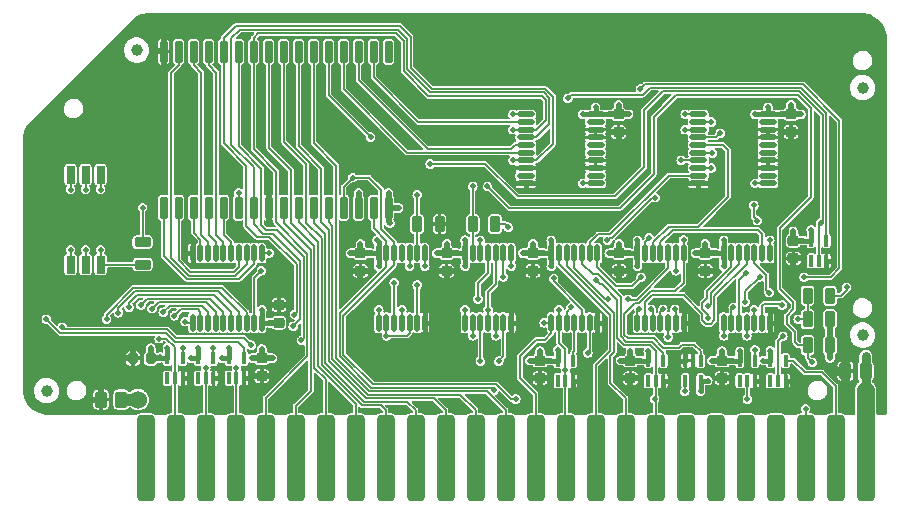
<source format=gtl>
G04 #@! TF.GenerationSoftware,KiCad,Pcbnew,(6.0.10-0)*
G04 #@! TF.CreationDate,2023-01-02T07:20:04-05:00*
G04 #@! TF.ProjectId,RAM128,52414d31-3238-42e6-9b69-6361645f7063,1.0*
G04 #@! TF.SameCoordinates,Original*
G04 #@! TF.FileFunction,Copper,L1,Top*
G04 #@! TF.FilePolarity,Positive*
%FSLAX46Y46*%
G04 Gerber Fmt 4.6, Leading zero omitted, Abs format (unit mm)*
G04 Created by KiCad (PCBNEW (6.0.10-0)) date 2023-01-02 07:20:04*
%MOMM*%
%LPD*%
G01*
G04 APERTURE LIST*
G04 Aperture macros list*
%AMRoundRect*
0 Rectangle with rounded corners*
0 $1 Rounding radius*
0 $2 $3 $4 $5 $6 $7 $8 $9 X,Y pos of 4 corners*
0 Add a 4 corners polygon primitive as box body*
4,1,4,$2,$3,$4,$5,$6,$7,$8,$9,$2,$3,0*
0 Add four circle primitives for the rounded corners*
1,1,$1+$1,$2,$3*
1,1,$1+$1,$4,$5*
1,1,$1+$1,$6,$7*
1,1,$1+$1,$8,$9*
0 Add four rect primitives between the rounded corners*
20,1,$1+$1,$2,$3,$4,$5,0*
20,1,$1+$1,$4,$5,$6,$7,0*
20,1,$1+$1,$6,$7,$8,$9,0*
20,1,$1+$1,$8,$9,$2,$3,0*%
G04 Aperture macros list end*
G04 #@! TA.AperFunction,SMDPad,CuDef*
%ADD10RoundRect,0.381000X0.381000X3.289000X-0.381000X3.289000X-0.381000X-3.289000X0.381000X-3.289000X0*%
G04 #@! TD*
G04 #@! TA.AperFunction,SMDPad,CuDef*
%ADD11RoundRect,0.262500X0.262500X0.437500X-0.262500X0.437500X-0.262500X-0.437500X0.262500X-0.437500X0*%
G04 #@! TD*
G04 #@! TA.AperFunction,SMDPad,CuDef*
%ADD12C,1.000000*%
G04 #@! TD*
G04 #@! TA.AperFunction,SMDPad,CuDef*
%ADD13RoundRect,0.212500X-0.262500X0.212500X-0.262500X-0.212500X0.262500X-0.212500X0.262500X0.212500X0*%
G04 #@! TD*
G04 #@! TA.AperFunction,SMDPad,CuDef*
%ADD14RoundRect,0.212500X0.212500X0.487500X-0.212500X0.487500X-0.212500X-0.487500X0.212500X-0.487500X0*%
G04 #@! TD*
G04 #@! TA.AperFunction,SMDPad,CuDef*
%ADD15RoundRect,0.100000X-0.100000X0.400000X-0.100000X-0.400000X0.100000X-0.400000X0.100000X0.400000X0*%
G04 #@! TD*
G04 #@! TA.AperFunction,SMDPad,CuDef*
%ADD16RoundRect,0.112500X-0.612500X-0.112500X0.612500X-0.112500X0.612500X0.112500X-0.612500X0.112500X0*%
G04 #@! TD*
G04 #@! TA.AperFunction,SMDPad,CuDef*
%ADD17RoundRect,0.100000X0.100000X-0.400000X0.100000X0.400000X-0.100000X0.400000X-0.100000X-0.400000X0*%
G04 #@! TD*
G04 #@! TA.AperFunction,SMDPad,CuDef*
%ADD18RoundRect,0.212500X0.212500X0.262500X-0.212500X0.262500X-0.212500X-0.262500X0.212500X-0.262500X0*%
G04 #@! TD*
G04 #@! TA.AperFunction,SMDPad,CuDef*
%ADD19RoundRect,0.112500X0.112500X-0.612500X0.112500X0.612500X-0.112500X0.612500X-0.112500X-0.612500X0*%
G04 #@! TD*
G04 #@! TA.AperFunction,SMDPad,CuDef*
%ADD20RoundRect,0.150000X-0.150000X0.802500X-0.150000X-0.802500X0.150000X-0.802500X0.150000X0.802500X0*%
G04 #@! TD*
G04 #@! TA.AperFunction,SMDPad,CuDef*
%ADD21RoundRect,0.212500X-0.212500X-0.487500X0.212500X-0.487500X0.212500X0.487500X-0.212500X0.487500X0*%
G04 #@! TD*
G04 #@! TA.AperFunction,SMDPad,CuDef*
%ADD22RoundRect,0.112500X-0.112500X0.612500X-0.112500X-0.612500X0.112500X-0.612500X0.112500X0.612500X0*%
G04 #@! TD*
G04 #@! TA.AperFunction,SMDPad,CuDef*
%ADD23RoundRect,0.212500X0.262500X-0.212500X0.262500X0.212500X-0.262500X0.212500X-0.262500X-0.212500X0*%
G04 #@! TD*
G04 #@! TA.AperFunction,SMDPad,CuDef*
%ADD24RoundRect,0.212500X-0.487500X0.212500X-0.487500X-0.212500X0.487500X-0.212500X0.487500X0.212500X0*%
G04 #@! TD*
G04 #@! TA.AperFunction,SMDPad,CuDef*
%ADD25RoundRect,0.190000X0.190000X-0.572000X0.190000X0.572000X-0.190000X0.572000X-0.190000X-0.572000X0*%
G04 #@! TD*
G04 #@! TA.AperFunction,ViaPad*
%ADD26C,0.500000*%
G04 #@! TD*
G04 #@! TA.AperFunction,ViaPad*
%ADD27C,0.600000*%
G04 #@! TD*
G04 #@! TA.AperFunction,ViaPad*
%ADD28C,1.524000*%
G04 #@! TD*
G04 #@! TA.AperFunction,ViaPad*
%ADD29C,0.800000*%
G04 #@! TD*
G04 #@! TA.AperFunction,Conductor*
%ADD30C,0.500000*%
G04 #@! TD*
G04 #@! TA.AperFunction,Conductor*
%ADD31C,0.450000*%
G04 #@! TD*
G04 #@! TA.AperFunction,Conductor*
%ADD32C,0.400000*%
G04 #@! TD*
G04 #@! TA.AperFunction,Conductor*
%ADD33C,1.524000*%
G04 #@! TD*
G04 #@! TA.AperFunction,Conductor*
%ADD34C,0.762000*%
G04 #@! TD*
G04 #@! TA.AperFunction,Conductor*
%ADD35C,0.150000*%
G04 #@! TD*
G04 #@! TA.AperFunction,Conductor*
%ADD36C,1.000000*%
G04 #@! TD*
G04 APERTURE END LIST*
D10*
X76200000Y-135282000D03*
X78740000Y-135282000D03*
X81280000Y-135282000D03*
X83820000Y-135282000D03*
X86360000Y-135282000D03*
X88900000Y-135282000D03*
X91440000Y-135282000D03*
X93980000Y-135282000D03*
X96520000Y-135282000D03*
X99060000Y-135282000D03*
X101600000Y-135282000D03*
X104140000Y-135282000D03*
X106680000Y-135282000D03*
X109220000Y-135282000D03*
X111760000Y-135282000D03*
X114300000Y-135282000D03*
X116840000Y-135282000D03*
X119380000Y-135282000D03*
X121920000Y-135282000D03*
X124460000Y-135282000D03*
X127000000Y-135282000D03*
X129540000Y-135282000D03*
X132080000Y-135282000D03*
X134620000Y-135282000D03*
X137160000Y-135282000D03*
D11*
X137160000Y-127889000D03*
X135460000Y-127889000D03*
D12*
X136906000Y-103886000D03*
X136906000Y-124841000D03*
D13*
X109600000Y-127000000D03*
X109600000Y-128500000D03*
D14*
X134150000Y-123500000D03*
X132250000Y-123500000D03*
D15*
X123200000Y-127000000D03*
X122550000Y-127000000D03*
X121900000Y-127000000D03*
X121900000Y-128700000D03*
X123200000Y-128700000D03*
D16*
X123000000Y-106150000D03*
X123000000Y-106800000D03*
X123000000Y-107450000D03*
X123000000Y-108100000D03*
X123000000Y-108750000D03*
X123000000Y-109400000D03*
X123000000Y-110050000D03*
X123000000Y-110700000D03*
X123000000Y-111350000D03*
X123000000Y-112000000D03*
X128900000Y-112000000D03*
X128900000Y-111350000D03*
X128900000Y-110700000D03*
X128900000Y-110050000D03*
X128900000Y-109400000D03*
X128900000Y-108750000D03*
X128900000Y-108100000D03*
X128900000Y-107450000D03*
X128900000Y-106800000D03*
X128900000Y-106150000D03*
D17*
X126500000Y-128700000D03*
X127150000Y-128700000D03*
X127800000Y-128700000D03*
X127800000Y-127000000D03*
X126500000Y-127000000D03*
X78050000Y-128500000D03*
X78700000Y-128500000D03*
X79350000Y-128500000D03*
X79350000Y-126800000D03*
X78050000Y-126800000D03*
D13*
X117250000Y-127000000D03*
X117250000Y-128500000D03*
D17*
X111100000Y-128700000D03*
X111750000Y-128700000D03*
X112400000Y-128700000D03*
X112400000Y-127000000D03*
X111100000Y-127000000D03*
X118750000Y-128700000D03*
X119400000Y-128700000D03*
X120050000Y-128700000D03*
X120050000Y-127000000D03*
X118750000Y-127000000D03*
D18*
X76650000Y-126800000D03*
X75150000Y-126800000D03*
D17*
X129100000Y-128700000D03*
X129750000Y-128700000D03*
X130400000Y-128700000D03*
X130400000Y-127000000D03*
X129100000Y-127000000D03*
D19*
X95950000Y-123800000D03*
X96600000Y-123800000D03*
X97250000Y-123800000D03*
X97900000Y-123800000D03*
X98550000Y-123800000D03*
X99200000Y-123800000D03*
X99850000Y-123800000D03*
X99850000Y-117900000D03*
X99200000Y-117900000D03*
X98550000Y-117900000D03*
X97900000Y-117900000D03*
X97250000Y-117900000D03*
X96600000Y-117900000D03*
X95950000Y-117900000D03*
X125150000Y-123800000D03*
X125800000Y-123800000D03*
X126450000Y-123800000D03*
X127100000Y-123800000D03*
X127750000Y-123800000D03*
X128400000Y-123800000D03*
X129050000Y-123800000D03*
X129050000Y-117900000D03*
X128400000Y-117900000D03*
X127750000Y-117900000D03*
X127100000Y-117900000D03*
X126450000Y-117900000D03*
X125800000Y-117900000D03*
X125150000Y-117900000D03*
D13*
X116300000Y-117900000D03*
X116300000Y-119400000D03*
D19*
X117850000Y-123800000D03*
X118500000Y-123800000D03*
X119150000Y-123800000D03*
X119800000Y-123800000D03*
X120450000Y-123800000D03*
X121100000Y-123800000D03*
X121750000Y-123800000D03*
X121750000Y-117900000D03*
X121100000Y-117900000D03*
X120450000Y-117900000D03*
X119800000Y-117900000D03*
X119150000Y-117900000D03*
X118500000Y-117900000D03*
X117850000Y-117900000D03*
D13*
X94400000Y-117900000D03*
X94400000Y-119400000D03*
D19*
X110550000Y-123800000D03*
X111200000Y-123800000D03*
X111850000Y-123800000D03*
X112500000Y-123800000D03*
X113150000Y-123800000D03*
X113800000Y-123800000D03*
X114450000Y-123800000D03*
X114450000Y-117900000D03*
X113800000Y-117900000D03*
X113150000Y-117900000D03*
X112500000Y-117900000D03*
X111850000Y-117900000D03*
X111200000Y-117900000D03*
X110550000Y-117900000D03*
D13*
X101700000Y-117900000D03*
X101700000Y-119400000D03*
D19*
X103250000Y-123800000D03*
X103900000Y-123800000D03*
X104550000Y-123800000D03*
X105200000Y-123800000D03*
X105850000Y-123800000D03*
X106500000Y-123800000D03*
X107150000Y-123800000D03*
X107150000Y-117900000D03*
X106500000Y-117900000D03*
X105850000Y-117900000D03*
X105200000Y-117900000D03*
X104550000Y-117900000D03*
X103900000Y-117900000D03*
X103250000Y-117900000D03*
D13*
X123600000Y-117900000D03*
X123600000Y-119400000D03*
X109000000Y-117900000D03*
X109000000Y-119400000D03*
X125000000Y-127000000D03*
X125000000Y-128500000D03*
D20*
X96774000Y-100838000D03*
X95504000Y-100838000D03*
X94234000Y-100838000D03*
X92964000Y-100838000D03*
X91694000Y-100838000D03*
X90424000Y-100838000D03*
X89154000Y-100838000D03*
X87884000Y-100838000D03*
X86614000Y-100838000D03*
X85344000Y-100838000D03*
X84074000Y-100838000D03*
X82804000Y-100838000D03*
X81534000Y-100838000D03*
X80264000Y-100838000D03*
X78994000Y-100838000D03*
X77724000Y-100838000D03*
X77724000Y-114046000D03*
X78994000Y-114046000D03*
X80264000Y-114046000D03*
X81534000Y-114046000D03*
X82804000Y-114046000D03*
X84074000Y-114046000D03*
X85344000Y-114046000D03*
X86614000Y-114046000D03*
X87884000Y-114046000D03*
X89154000Y-114046000D03*
X90424000Y-114046000D03*
X91694000Y-114046000D03*
X92964000Y-114046000D03*
X94234000Y-114046000D03*
X95504000Y-114046000D03*
X96774000Y-114046000D03*
D21*
X99200000Y-115450000D03*
X101100000Y-115450000D03*
D16*
X108400000Y-106150000D03*
X108400000Y-106800000D03*
X108400000Y-107450000D03*
X108400000Y-108100000D03*
X108400000Y-108750000D03*
X108400000Y-109400000D03*
X108400000Y-110050000D03*
X108400000Y-110700000D03*
X108400000Y-111350000D03*
X108400000Y-112000000D03*
X114300000Y-112000000D03*
X114300000Y-111350000D03*
X114300000Y-110700000D03*
X114300000Y-110050000D03*
X114300000Y-109400000D03*
X114300000Y-108750000D03*
X114300000Y-108100000D03*
X114300000Y-107450000D03*
X114300000Y-106800000D03*
X114300000Y-106150000D03*
D13*
X116250000Y-106150000D03*
X116250000Y-107650000D03*
X130850000Y-106150000D03*
X130850000Y-107650000D03*
D12*
X67818000Y-129540000D03*
X75438000Y-100711000D03*
D22*
X86050000Y-117900000D03*
X85400000Y-117900000D03*
X84750000Y-117900000D03*
X84100000Y-117900000D03*
X83450000Y-117900000D03*
X82800000Y-117900000D03*
X82150000Y-117900000D03*
X81500000Y-117900000D03*
X80850000Y-117900000D03*
X80200000Y-117900000D03*
X80200000Y-123800000D03*
X80850000Y-123800000D03*
X81500000Y-123800000D03*
X82150000Y-123800000D03*
X82800000Y-123800000D03*
X83450000Y-123800000D03*
X84100000Y-123800000D03*
X84750000Y-123800000D03*
X85400000Y-123800000D03*
X86050000Y-123800000D03*
D11*
X74150000Y-130300000D03*
X72450000Y-130300000D03*
D17*
X80650000Y-128500000D03*
X81300000Y-128500000D03*
X81950000Y-128500000D03*
X81950000Y-126800000D03*
X80650000Y-126800000D03*
X83250000Y-128500000D03*
X83900000Y-128500000D03*
X84550000Y-128500000D03*
X84550000Y-126800000D03*
X83250000Y-126800000D03*
D13*
X86050000Y-126800000D03*
X86050000Y-128300000D03*
D23*
X87500000Y-123800000D03*
X87500000Y-122300000D03*
D17*
X132550000Y-118550000D03*
X133200000Y-118550000D03*
X133850000Y-118550000D03*
X133850000Y-116850000D03*
X132550000Y-116850000D03*
D13*
X131050000Y-116850000D03*
X131050000Y-118350000D03*
D14*
X134150000Y-125700000D03*
X132250000Y-125700000D03*
X105800000Y-115450000D03*
X103900000Y-115450000D03*
D21*
X132250000Y-121500000D03*
X134150000Y-121500000D03*
D24*
X75946000Y-116972000D03*
X75946000Y-118872000D03*
D25*
X69850000Y-118872000D03*
X71120000Y-118872000D03*
X72390000Y-118872000D03*
X72390000Y-111252000D03*
X71120000Y-111252000D03*
X69850000Y-111252000D03*
D26*
X116400000Y-127000000D03*
X117250000Y-126200000D03*
X109000000Y-117100000D03*
X108150000Y-117900000D03*
X109950000Y-117900000D03*
X103250000Y-119000000D03*
X103250000Y-116800000D03*
X101700000Y-117100000D03*
X110550000Y-119000000D03*
X100850000Y-117900000D03*
X110550000Y-116800000D03*
X102650000Y-117900000D03*
X95950000Y-119000000D03*
X94400000Y-117100000D03*
X125150000Y-116800000D03*
X115450000Y-117900000D03*
X123600000Y-117100000D03*
X116300000Y-117100000D03*
X93550000Y-117900000D03*
X95350000Y-117900000D03*
X117850000Y-119000000D03*
X117850000Y-116800000D03*
X117250000Y-117900000D03*
X125150000Y-119000000D03*
X122750000Y-117900000D03*
X124550000Y-117900000D03*
X97627000Y-114077000D03*
X94234000Y-112776000D03*
X96774000Y-112776000D03*
X115400000Y-106150000D03*
X116250000Y-105350000D03*
X113200000Y-106150000D03*
X117100000Y-106150000D03*
X114300000Y-105550000D03*
X128900000Y-105550000D03*
X131700000Y-106150000D03*
X127800000Y-106150000D03*
X130850000Y-105350000D03*
X130000000Y-106150000D03*
X86050000Y-122700000D03*
X86650000Y-123800000D03*
X85200000Y-126800000D03*
X86950000Y-126800000D03*
X86050000Y-126000000D03*
X80050000Y-126800000D03*
X80650000Y-125900000D03*
X82650000Y-126800000D03*
X126500000Y-126200000D03*
X76650000Y-125950000D03*
X123800000Y-128700000D03*
D27*
X137160000Y-126619000D03*
D26*
X83250000Y-125900000D03*
X106900000Y-115700000D03*
X95800000Y-116800000D03*
X125000000Y-126200000D03*
X108750000Y-127000000D03*
X118750000Y-126200000D03*
X111100000Y-126100000D03*
X134150000Y-126800000D03*
X109600000Y-126200000D03*
X124150000Y-127000000D03*
X131900000Y-116850000D03*
X123200000Y-129600000D03*
X128500000Y-127000000D03*
X96901000Y-115379500D03*
X129100000Y-126150000D03*
X110500000Y-127000000D03*
X131050000Y-116050000D03*
X118150000Y-127000000D03*
X132550000Y-115950000D03*
X75946000Y-114046000D03*
D28*
X137160000Y-129540000D03*
D26*
X77450000Y-126700000D03*
X125900000Y-127000000D03*
X78050000Y-125900000D03*
X87630000Y-131318000D03*
X97790000Y-131318000D03*
X107950000Y-131318000D03*
X105410000Y-131318000D03*
X110490000Y-131318000D03*
X113030000Y-131318000D03*
X115570000Y-131318000D03*
X118110000Y-131318000D03*
X100330000Y-131318000D03*
X95250000Y-131318000D03*
X92710000Y-131318000D03*
X90170000Y-131318000D03*
X80010000Y-131318000D03*
X82550000Y-131318000D03*
X102870000Y-131318000D03*
X123190000Y-131318000D03*
X135890000Y-131318000D03*
X133350000Y-131318000D03*
X130810000Y-131318000D03*
X128270000Y-131318000D03*
X125730000Y-131318000D03*
X120650000Y-131318000D03*
X138684000Y-131318000D03*
X133223000Y-97790000D03*
X123063000Y-97790000D03*
X128143000Y-97790000D03*
X97663000Y-97790000D03*
X102743000Y-97790000D03*
X107823000Y-97790000D03*
X87503000Y-97790000D03*
X92583000Y-97790000D03*
X117983000Y-97790000D03*
X138557000Y-99187000D03*
X112903000Y-97790000D03*
X75692000Y-98044000D03*
X77470000Y-131318000D03*
X67437000Y-131191000D03*
X66040000Y-122682000D03*
X74930000Y-131318000D03*
X82423000Y-97790000D03*
X69342000Y-104394000D03*
X72644000Y-101092000D03*
X85090000Y-131318000D03*
X137287000Y-97917000D03*
X66294000Y-107442000D03*
X121900000Y-112000000D03*
X123000000Y-112600000D03*
X124100000Y-112000000D03*
X118100000Y-128500000D03*
X116400000Y-128500000D03*
X117250000Y-129300000D03*
X75150000Y-125950000D03*
X100850000Y-119400000D03*
X107150000Y-124900000D03*
X107750000Y-123800000D03*
X107150000Y-122700000D03*
X93550000Y-119400000D03*
X94400000Y-120200000D03*
X99850000Y-124900000D03*
X100450000Y-123800000D03*
X95250000Y-119400000D03*
X99850000Y-122700000D03*
X115450000Y-119400000D03*
X129650000Y-123800000D03*
X122750000Y-119400000D03*
X129050000Y-122700000D03*
X124450000Y-119400000D03*
X116300000Y-120200000D03*
X122350000Y-123800000D03*
X117150000Y-119400000D03*
X121750000Y-122700000D03*
X108150000Y-119400000D03*
X109000000Y-120200000D03*
X109850000Y-119400000D03*
X101700000Y-120200000D03*
X102550000Y-119400000D03*
X110350000Y-126100000D03*
X77724000Y-102108000D03*
X77025500Y-100774500D03*
X77724000Y-99441000D03*
X86614000Y-112776000D03*
X86614000Y-115443000D03*
X112000000Y-125600000D03*
X115050000Y-127350000D03*
X118000000Y-126200000D03*
X126150000Y-125100000D03*
X77343000Y-97790000D03*
X69850000Y-131318000D03*
X109600000Y-106450000D03*
X115400000Y-107650000D03*
X109500000Y-112000000D03*
X117100000Y-107650000D03*
X107300000Y-112000000D03*
X108400000Y-112600000D03*
X116250000Y-108450000D03*
X106150000Y-108600000D03*
X130850000Y-108450000D03*
X131700000Y-107650000D03*
X130000000Y-107650000D03*
X80200000Y-119000000D03*
X79600000Y-117900000D03*
X80200000Y-116800000D03*
X86900000Y-128300000D03*
X82550000Y-128500000D03*
X79950000Y-128500000D03*
X85150000Y-128500000D03*
X104000000Y-105900000D03*
X101250000Y-107700000D03*
X97550000Y-103550000D03*
X127050000Y-109450000D03*
X76200000Y-107442000D03*
X92850000Y-122050000D03*
X88500000Y-119100000D03*
X82700000Y-109250000D03*
X84850000Y-108900000D03*
X86550000Y-109600000D03*
X92900000Y-108500000D03*
X124500000Y-114850000D03*
X121350000Y-114700000D03*
X107950000Y-113600000D03*
X124850000Y-122400000D03*
X120200000Y-104700000D03*
X119100000Y-104400000D03*
X121300000Y-105000000D03*
X110200000Y-107900000D03*
X66167000Y-129921000D03*
X66040000Y-117602000D03*
X66040000Y-112522000D03*
X66040000Y-127762000D03*
X138684000Y-104267000D03*
X138684000Y-109347000D03*
X138684000Y-114427000D03*
X138684000Y-119507000D03*
X138684000Y-124587000D03*
X138684000Y-129667000D03*
X68580000Y-125222000D03*
X68580000Y-109982000D03*
X71120000Y-127762000D03*
X73660000Y-109982000D03*
X76200000Y-112522000D03*
X73660000Y-104902000D03*
X76200000Y-102362000D03*
X133050000Y-106400000D03*
X134350000Y-106800000D03*
X118500000Y-112650000D03*
X117650000Y-112100000D03*
X136144000Y-111887000D03*
X136144000Y-116967000D03*
X99822000Y-127127000D03*
X94869000Y-126365000D03*
X104750000Y-110850000D03*
X89662000Y-127635000D03*
X89400000Y-126450000D03*
X86650000Y-122300000D03*
X114300000Y-124900000D03*
X121300000Y-127000000D03*
X125000000Y-129300000D03*
X130250000Y-129600000D03*
X133850000Y-119450000D03*
X114400000Y-122700000D03*
X120650000Y-128700000D03*
X74350000Y-126600000D03*
X72450000Y-129200000D03*
X71550000Y-130300000D03*
D29*
X135763000Y-129159000D03*
D26*
X125850000Y-128650000D03*
D29*
X134366000Y-127635000D03*
D26*
X108750000Y-128500000D03*
X128950000Y-124850000D03*
X131050000Y-119150000D03*
X131900000Y-118350000D03*
X101100000Y-116550000D03*
X120967500Y-120459500D03*
X128400000Y-128700000D03*
X120100000Y-129600000D03*
X134450000Y-118550000D03*
X113000000Y-128700000D03*
X121900000Y-126150000D03*
X115050000Y-123800000D03*
X109600000Y-129300000D03*
X88350000Y-122200000D03*
X121550000Y-124850000D03*
X110450000Y-128500000D03*
X112400000Y-129600000D03*
X131000000Y-128700000D03*
D29*
X135509000Y-126619000D03*
D26*
X79550000Y-123700000D03*
X78650000Y-123200000D03*
X107300000Y-107450000D03*
X121900000Y-107450000D03*
X83900000Y-127600000D03*
X97900000Y-122700000D03*
X89400000Y-125300000D03*
X81300000Y-127600000D03*
X105850000Y-124900000D03*
X88700000Y-124100000D03*
X107300000Y-110050000D03*
X121550000Y-110050000D03*
X105200000Y-122700000D03*
X77350000Y-125150000D03*
X88800000Y-123100000D03*
X73900000Y-122950000D03*
X77700000Y-122900000D03*
X72900000Y-123500000D03*
X74800000Y-122500000D03*
X75800000Y-122300000D03*
X76750000Y-122600000D03*
D28*
X75565000Y-130302000D03*
D26*
X109950000Y-123800000D03*
X123850000Y-123400000D03*
X105700000Y-129500000D03*
X123850000Y-122400000D03*
X111200000Y-122700000D03*
X111750000Y-127800000D03*
X107300000Y-106150000D03*
X121900000Y-106150000D03*
X131450000Y-123500000D03*
X120450000Y-125000000D03*
X96600000Y-124900000D03*
X132080000Y-131064000D03*
X132650000Y-127150000D03*
X127150000Y-130250000D03*
X69850000Y-112522000D03*
X105150000Y-112250000D03*
X84074000Y-112776000D03*
X86000000Y-119400000D03*
X111950000Y-104800000D03*
X130100000Y-122300000D03*
X118100000Y-104000000D03*
X95250000Y-108077000D03*
X131950000Y-119950000D03*
X119350000Y-113200000D03*
X124100000Y-106800000D03*
X115300000Y-116800000D03*
X110750000Y-120050000D03*
X124200000Y-109450000D03*
X106500000Y-119900000D03*
X107150000Y-119000000D03*
X124100000Y-110700000D03*
X127050000Y-119550000D03*
X124850000Y-107750000D03*
X104550000Y-127050000D03*
X125150000Y-124900000D03*
X125950000Y-122500000D03*
X106100000Y-127050000D03*
X113650000Y-126350000D03*
X127100000Y-124900000D03*
X127750000Y-122700000D03*
X112200000Y-122500000D03*
X118150000Y-119950000D03*
X129000000Y-121250000D03*
X129050000Y-116800000D03*
X121100000Y-119400000D03*
X121750000Y-116750000D03*
X104550000Y-116800000D03*
X127700000Y-113850000D03*
X128000000Y-115150000D03*
X99200000Y-120600000D03*
X127800000Y-112000000D03*
X113200000Y-112000000D03*
X97250000Y-120400000D03*
X93726000Y-111506000D03*
X86650000Y-117900000D03*
X119300000Y-130250000D03*
X114300000Y-120200000D03*
X107550000Y-130250000D03*
X118850000Y-116600000D03*
X127800000Y-126100000D03*
X98550000Y-119000000D03*
X115350000Y-121800000D03*
X118000000Y-122650000D03*
X119000000Y-122650000D03*
X117050000Y-121800000D03*
X99200000Y-112950000D03*
X71120000Y-117602000D03*
X69850000Y-117602000D03*
X103900000Y-112250000D03*
X104350000Y-121800000D03*
X120000000Y-122650000D03*
X128200000Y-119900000D03*
X133350000Y-115350000D03*
X71120000Y-112522000D03*
X126950000Y-122050000D03*
X121000000Y-122650000D03*
X100300000Y-110350000D03*
X81950000Y-125900000D03*
X103900000Y-124900000D03*
X79350000Y-125900000D03*
X103250000Y-122700000D03*
X130150000Y-124950000D03*
X99850000Y-119000000D03*
X121850000Y-129600000D03*
X135550000Y-120800000D03*
X67800000Y-123500000D03*
X72390000Y-112522000D03*
X85150000Y-125700000D03*
X95950000Y-122700000D03*
X72390000Y-117602000D03*
X69150000Y-124175500D03*
D30*
X117250000Y-127000000D02*
X118150000Y-127000000D01*
X117250000Y-127000000D02*
X117250000Y-126200000D01*
X117250000Y-127000000D02*
X116400000Y-127000000D01*
D31*
X103250000Y-117900000D02*
X102650000Y-117900000D01*
X110550000Y-117900000D02*
X110550000Y-116800000D01*
X110550000Y-117900000D02*
X109950000Y-117900000D01*
X103250000Y-117900000D02*
X103250000Y-119000000D01*
X110550000Y-117900000D02*
X110550000Y-119000000D01*
D30*
X101700000Y-117900000D02*
X102650000Y-117900000D01*
X101700000Y-117900000D02*
X101700000Y-117100000D01*
D31*
X103250000Y-117900000D02*
X103250000Y-116800000D01*
D30*
X101700000Y-117900000D02*
X100850000Y-117900000D01*
X109000000Y-117900000D02*
X108150000Y-117900000D01*
X109000000Y-117900000D02*
X109000000Y-117100000D01*
X109000000Y-117900000D02*
X109950000Y-117900000D01*
D31*
X95950000Y-117900000D02*
X95950000Y-119000000D01*
D30*
X94400000Y-117900000D02*
X94400000Y-117100000D01*
X94400000Y-117900000D02*
X93550000Y-117900000D01*
X94400000Y-117900000D02*
X95350000Y-117900000D01*
D31*
X117850000Y-117900000D02*
X117850000Y-116800000D01*
D30*
X116300000Y-117900000D02*
X116300000Y-117100000D01*
X123600000Y-117900000D02*
X124550000Y-117900000D01*
X116300000Y-117900000D02*
X115450000Y-117900000D01*
D31*
X95950000Y-117900000D02*
X95350000Y-117900000D01*
D30*
X116300000Y-117900000D02*
X117250000Y-117900000D01*
D31*
X117850000Y-117900000D02*
X117850000Y-119000000D01*
X125150000Y-117900000D02*
X124550000Y-117900000D01*
X125150000Y-117900000D02*
X125150000Y-116800000D01*
X117850000Y-117900000D02*
X117250000Y-117900000D01*
D30*
X123600000Y-117900000D02*
X123600000Y-117100000D01*
X123600000Y-117900000D02*
X122750000Y-117900000D01*
D31*
X125150000Y-117900000D02*
X125150000Y-119000000D01*
D30*
X97627000Y-114077000D02*
X97612000Y-114092000D01*
X97612000Y-114092000D02*
X96774000Y-114092000D01*
X94234000Y-114092000D02*
X94234000Y-112776000D01*
X96774000Y-114092000D02*
X96774000Y-112776000D01*
D31*
X114300000Y-106150000D02*
X115400000Y-106150000D01*
D30*
X116250000Y-106150000D02*
X116250000Y-105350000D01*
D31*
X114300000Y-106150000D02*
X113200000Y-106150000D01*
D30*
X116250000Y-106150000D02*
X115400000Y-106150000D01*
D31*
X114300000Y-106150000D02*
X114300000Y-105550000D01*
D30*
X116250000Y-106150000D02*
X117100000Y-106150000D01*
X130850000Y-106150000D02*
X131700000Y-106150000D01*
D31*
X128900000Y-106150000D02*
X128900000Y-105550000D01*
D30*
X130850000Y-106150000D02*
X130000000Y-106150000D01*
D31*
X128900000Y-106150000D02*
X127800000Y-106150000D01*
D30*
X130850000Y-106150000D02*
X130850000Y-105350000D01*
D31*
X128900000Y-106150000D02*
X130000000Y-106150000D01*
X86050000Y-123800000D02*
X86050000Y-122700000D01*
X86050000Y-123800000D02*
X86650000Y-123800000D01*
D30*
X86050000Y-126800000D02*
X85200000Y-126800000D01*
X86050000Y-126800000D02*
X86050000Y-126000000D01*
X86050000Y-126800000D02*
X86950000Y-126800000D01*
D32*
X83250000Y-126800000D02*
X82650000Y-126800000D01*
X80650000Y-126800000D02*
X80050000Y-126800000D01*
X80650000Y-126800000D02*
X80650000Y-125900000D01*
D30*
X109600000Y-127000000D02*
X110500000Y-127000000D01*
D32*
X83250000Y-126800000D02*
X83250000Y-125900000D01*
D31*
X95950000Y-116950000D02*
X95950000Y-117900000D01*
D30*
X131050000Y-116850000D02*
X131050000Y-116050000D01*
X96774000Y-115252500D02*
X96774000Y-114092000D01*
X125000000Y-127000000D02*
X124150000Y-127000000D01*
D32*
X111100000Y-127000000D02*
X110500000Y-127000000D01*
D30*
X125000000Y-127000000D02*
X125000000Y-126200000D01*
D33*
X137160000Y-135382000D02*
X137160000Y-129540000D01*
D32*
X129100000Y-127000000D02*
X128500000Y-127000000D01*
D30*
X76650000Y-126800000D02*
X76650000Y-125950000D01*
D32*
X118750000Y-127000000D02*
X118750000Y-126200000D01*
D30*
X125000000Y-127000000D02*
X125900000Y-127000000D01*
X109600000Y-127000000D02*
X109600000Y-126200000D01*
D32*
X78050000Y-126800000D02*
X77550000Y-126800000D01*
X123200000Y-128700000D02*
X123200000Y-129600000D01*
X132550000Y-116850000D02*
X131900000Y-116850000D01*
X111100000Y-127000000D02*
X111100000Y-126100000D01*
D31*
X95800000Y-116800000D02*
X95950000Y-116950000D01*
D30*
X87500000Y-123800000D02*
X86650000Y-123800000D01*
D34*
X137160000Y-127889000D02*
X137160000Y-126619000D01*
D30*
X134150000Y-125700000D02*
X134150000Y-126800000D01*
D32*
X123200000Y-128700000D02*
X123800000Y-128700000D01*
D35*
X75946000Y-114046000D02*
X75946000Y-116972000D01*
D32*
X77550000Y-126800000D02*
X77450000Y-126700000D01*
D30*
X109600000Y-127000000D02*
X108750000Y-127000000D01*
X131050000Y-116850000D02*
X131900000Y-116850000D01*
D32*
X132550000Y-116850000D02*
X132550000Y-115950000D01*
X129100000Y-127000000D02*
X129100000Y-126150000D01*
D30*
X77350000Y-126800000D02*
X77450000Y-126700000D01*
D34*
X137160000Y-127889000D02*
X137160000Y-129540000D01*
D30*
X134150000Y-123500000D02*
X134150000Y-125700000D01*
D32*
X118750000Y-127000000D02*
X118150000Y-127000000D01*
D35*
X106650000Y-115450000D02*
X105800000Y-115450000D01*
D30*
X76650000Y-126800000D02*
X77350000Y-126800000D01*
D32*
X126500000Y-127000000D02*
X125900000Y-127000000D01*
D30*
X96901000Y-115379500D02*
X96774000Y-115252500D01*
D32*
X78050000Y-126800000D02*
X78050000Y-125900000D01*
X126500000Y-127000000D02*
X126500000Y-126200000D01*
D35*
X106900000Y-115700000D02*
X106650000Y-115450000D01*
D31*
X123000000Y-112000000D02*
X121900000Y-112000000D01*
X123000000Y-112000000D02*
X123000000Y-112600000D01*
X123000000Y-112000000D02*
X124100000Y-112000000D01*
D30*
X117250000Y-128500000D02*
X118100000Y-128500000D01*
X117250000Y-128500000D02*
X116400000Y-128500000D01*
X117250000Y-128500000D02*
X117250000Y-129300000D01*
X75150000Y-126800000D02*
X75150000Y-125950000D01*
D31*
X107150000Y-123800000D02*
X107150000Y-122700000D01*
X107150000Y-123800000D02*
X107150000Y-124900000D01*
X107150000Y-123800000D02*
X107750000Y-123800000D01*
D30*
X94400000Y-119400000D02*
X93550000Y-119400000D01*
X94400000Y-119400000D02*
X94400000Y-120200000D01*
D31*
X99850000Y-123800000D02*
X100450000Y-123800000D01*
D30*
X94400000Y-119400000D02*
X95250000Y-119400000D01*
D31*
X99850000Y-123800000D02*
X99850000Y-122700000D01*
X99850000Y-123800000D02*
X99850000Y-124900000D01*
D30*
X116300000Y-119400000D02*
X115450000Y-119400000D01*
D31*
X129050000Y-123800000D02*
X129050000Y-122700000D01*
D30*
X123600000Y-119400000D02*
X124450000Y-119400000D01*
D31*
X129050000Y-123800000D02*
X129650000Y-123800000D01*
D30*
X123600000Y-119400000D02*
X122750000Y-119400000D01*
X116300000Y-119400000D02*
X116300000Y-120200000D01*
D31*
X121750000Y-123800000D02*
X122350000Y-123800000D01*
D30*
X116300000Y-119400000D02*
X117150000Y-119400000D01*
D31*
X121750000Y-123800000D02*
X121750000Y-122700000D01*
D30*
X109000000Y-119400000D02*
X108150000Y-119400000D01*
X109000000Y-119400000D02*
X109000000Y-120200000D01*
X109000000Y-119400000D02*
X109850000Y-119400000D01*
X101700000Y-119400000D02*
X101700000Y-120200000D01*
X101700000Y-119400000D02*
X102550000Y-119400000D01*
X101700000Y-119400000D02*
X100850000Y-119400000D01*
X77724000Y-100792000D02*
X77724000Y-102108000D01*
X77724000Y-100792000D02*
X77043000Y-100792000D01*
X77043000Y-100792000D02*
X77025500Y-100774500D01*
X77724000Y-100792000D02*
X77724000Y-99441000D01*
X86614000Y-114092000D02*
X86614000Y-112776000D01*
X86614000Y-114092000D02*
X86614000Y-115443000D01*
D31*
X108400000Y-112000000D02*
X109500000Y-112000000D01*
X108400000Y-112000000D02*
X107300000Y-112000000D01*
X108400000Y-112000000D02*
X108400000Y-112600000D01*
D30*
X116250000Y-107650000D02*
X116250000Y-108450000D01*
X116250000Y-107650000D02*
X117100000Y-107650000D01*
X116250000Y-107650000D02*
X115400000Y-107650000D01*
X130850000Y-107650000D02*
X130000000Y-107650000D01*
X130850000Y-107650000D02*
X131700000Y-107650000D01*
X130850000Y-107650000D02*
X130850000Y-108450000D01*
D31*
X80200000Y-117900000D02*
X80200000Y-119000000D01*
X80200000Y-117900000D02*
X79600000Y-117900000D01*
X80200000Y-117900000D02*
X80200000Y-116800000D01*
D30*
X85350000Y-128300000D02*
X85150000Y-128500000D01*
X86050000Y-128300000D02*
X85350000Y-128300000D01*
X86050000Y-128300000D02*
X86900000Y-128300000D01*
D32*
X81950000Y-128500000D02*
X82550000Y-128500000D01*
X84550000Y-128500000D02*
X85150000Y-128500000D01*
D30*
X109600000Y-128500000D02*
X108750000Y-128500000D01*
D31*
X121750000Y-124650000D02*
X121750000Y-123800000D01*
D32*
X130250000Y-129600000D02*
X130400000Y-129450000D01*
X79350000Y-128500000D02*
X79950000Y-128500000D01*
X120050000Y-128700000D02*
X120050000Y-129550000D01*
D34*
X135460000Y-126668000D02*
X135509000Y-126619000D01*
D31*
X114450000Y-122750000D02*
X114400000Y-122700000D01*
X129050000Y-124750000D02*
X129050000Y-123800000D01*
D32*
X133850000Y-118550000D02*
X133850000Y-119450000D01*
D30*
X72450000Y-130300000D02*
X71550000Y-130300000D01*
X109600000Y-128500000D02*
X109600000Y-129300000D01*
D32*
X127800000Y-128700000D02*
X128400000Y-128700000D01*
D30*
X87500000Y-122300000D02*
X86650000Y-122300000D01*
X74350000Y-126800000D02*
X75150000Y-126800000D01*
X131050000Y-118350000D02*
X131050000Y-119150000D01*
X74350000Y-126600000D02*
X74350000Y-126800000D01*
D32*
X125000000Y-128500000D02*
X124375000Y-128500000D01*
D30*
X125000000Y-128500000D02*
X125000000Y-129300000D01*
D34*
X135763000Y-129159000D02*
X135460000Y-128856000D01*
D30*
X125700000Y-128500000D02*
X125850000Y-128650000D01*
X88250000Y-122300000D02*
X87500000Y-122300000D01*
D34*
X135460000Y-128856000D02*
X135460000Y-127889000D01*
D32*
X121900000Y-127000000D02*
X121900000Y-126150000D01*
D30*
X125000000Y-128500000D02*
X125700000Y-128500000D01*
D35*
X101100000Y-115450000D02*
X101100000Y-116550000D01*
D31*
X114450000Y-124750000D02*
X114300000Y-124900000D01*
X114450000Y-123800000D02*
X114450000Y-122750000D01*
D32*
X130400000Y-128700000D02*
X131000000Y-128700000D01*
D30*
X72450000Y-130300000D02*
X72450000Y-129200000D01*
D32*
X120050000Y-129550000D02*
X120100000Y-129600000D01*
D31*
X128950000Y-124850000D02*
X129050000Y-124750000D01*
X114450000Y-123800000D02*
X114450000Y-124750000D01*
X121550000Y-124850000D02*
X121750000Y-124650000D01*
D30*
X88350000Y-122200000D02*
X88250000Y-122300000D01*
D34*
X135460000Y-127889000D02*
X135460000Y-126668000D01*
D32*
X120050000Y-128700000D02*
X120650000Y-128700000D01*
D30*
X131050000Y-118350000D02*
X131900000Y-118350000D01*
D32*
X112400000Y-128700000D02*
X113000000Y-128700000D01*
X121900000Y-127000000D02*
X121300000Y-127000000D01*
X130400000Y-129450000D02*
X130400000Y-128700000D01*
D34*
X134620000Y-127889000D02*
X134366000Y-127635000D01*
D32*
X112400000Y-128700000D02*
X112400000Y-129600000D01*
X133850000Y-118550000D02*
X134450000Y-118550000D01*
D31*
X115050000Y-123800000D02*
X114450000Y-123800000D01*
D30*
X109600000Y-128500000D02*
X110450000Y-128500000D01*
D34*
X135460000Y-127889000D02*
X134620000Y-127889000D01*
D35*
X87884000Y-114092000D02*
X87884000Y-115334000D01*
X88900000Y-130850000D02*
X88900000Y-135282000D01*
X90200000Y-129550000D02*
X88900000Y-130850000D01*
X87884000Y-115334000D02*
X90200000Y-117650000D01*
X90200000Y-117650000D02*
X90200000Y-129550000D01*
X79650000Y-123800000D02*
X79550000Y-123700000D01*
X80200000Y-123800000D02*
X79650000Y-123800000D01*
X80850000Y-122900000D02*
X80850000Y-123800000D01*
X80600000Y-122650000D02*
X80850000Y-122900000D01*
X79200000Y-122650000D02*
X80600000Y-122650000D01*
X78650000Y-123200000D02*
X79200000Y-122650000D01*
X99060000Y-131191000D02*
X99060000Y-135282000D01*
X98369000Y-130500000D02*
X99060000Y-131191000D01*
X90424000Y-115324000D02*
X91400000Y-116300000D01*
X91400000Y-116300000D02*
X91400000Y-127200000D01*
X90424000Y-114092000D02*
X90424000Y-115324000D01*
X91400000Y-127200000D02*
X94700000Y-130500000D01*
X94700000Y-130500000D02*
X98369000Y-130500000D01*
X91100000Y-116650000D02*
X89789000Y-115339000D01*
X89789000Y-110363000D02*
X87884000Y-108458000D01*
X96129000Y-130800000D02*
X94550000Y-130800000D01*
X96520000Y-135282000D02*
X96520000Y-131191000D01*
X87884000Y-108458000D02*
X87884000Y-100792000D01*
X91100000Y-127350000D02*
X91100000Y-116650000D01*
X94550000Y-130800000D02*
X91100000Y-127350000D01*
X96520000Y-131191000D02*
X96129000Y-130800000D01*
X89789000Y-115339000D02*
X89789000Y-110363000D01*
X90800000Y-127500000D02*
X93980000Y-130680000D01*
X93980000Y-130680000D02*
X93980000Y-135282000D01*
X90800000Y-116950000D02*
X90800000Y-127500000D01*
X89154000Y-115304000D02*
X90800000Y-116950000D01*
X89154000Y-114092000D02*
X89154000Y-115304000D01*
X91440000Y-128590000D02*
X90500000Y-127650000D01*
X90500000Y-127650000D02*
X90500000Y-117300000D01*
X88519000Y-115319000D02*
X88519000Y-110871000D01*
X91440000Y-135282000D02*
X91440000Y-128590000D01*
X86614000Y-108966000D02*
X86614000Y-100792000D01*
X90500000Y-117300000D02*
X88519000Y-115319000D01*
X88519000Y-110871000D02*
X86614000Y-108966000D01*
X108400000Y-107450000D02*
X107300000Y-107450000D01*
X97406000Y-99277000D02*
X98050000Y-99921000D01*
X87249000Y-110998000D02*
X87249000Y-115299000D01*
X110100000Y-106650000D02*
X109300000Y-107450000D01*
X85344000Y-99695000D02*
X85762000Y-99277000D01*
X87249000Y-115299000D02*
X89900000Y-117950000D01*
X89900000Y-126650000D02*
X86360000Y-130190000D01*
X85344000Y-100792000D02*
X85344000Y-109093000D01*
X98050000Y-99921000D02*
X98050000Y-102500000D01*
X109750000Y-104600000D02*
X110100000Y-104950000D01*
X110100000Y-104950000D02*
X110100000Y-106650000D01*
X100150000Y-104600000D02*
X109750000Y-104600000D01*
X89900000Y-117950000D02*
X89900000Y-126650000D01*
X109300000Y-107450000D02*
X108400000Y-107450000D01*
X85344000Y-109093000D02*
X87249000Y-110998000D01*
X86360000Y-130190000D02*
X86360000Y-135282000D01*
X85762000Y-99277000D02*
X97406000Y-99277000D01*
X98050000Y-102500000D02*
X100150000Y-104600000D01*
X85344000Y-100792000D02*
X85344000Y-99695000D01*
X121900000Y-107450000D02*
X123000000Y-107450000D01*
X83900000Y-128500000D02*
X83900000Y-127600000D01*
X83900000Y-127900000D02*
X83900000Y-135202000D01*
X85979000Y-110744000D02*
X84074000Y-108839000D01*
X86400000Y-115942000D02*
X85979000Y-115521000D01*
X83900000Y-135202000D02*
X83820000Y-135282000D01*
X87304500Y-115942000D02*
X86400000Y-115942000D01*
X85979000Y-115521000D02*
X85979000Y-110744000D01*
X89600000Y-118237500D02*
X87304500Y-115942000D01*
X89600000Y-125100000D02*
X89600000Y-118237500D01*
X84074000Y-108839000D02*
X84074000Y-100792000D01*
X89400000Y-125300000D02*
X89600000Y-125100000D01*
X97900000Y-123800000D02*
X97900000Y-122700000D01*
X81300000Y-127900000D02*
X81300000Y-135262000D01*
X81300000Y-127650000D02*
X81300000Y-127600000D01*
X81300000Y-128500000D02*
X81300000Y-127650000D01*
X86143000Y-116242000D02*
X85344000Y-115443000D01*
X83439000Y-99695000D02*
X83439000Y-108712000D01*
X88700000Y-124100000D02*
X89300000Y-123500000D01*
X86992000Y-116242000D02*
X86143000Y-116242000D01*
X84157000Y-98977000D02*
X83439000Y-99695000D01*
X89300000Y-118550000D02*
X86992000Y-116242000D01*
X108400000Y-108100000D02*
X109300000Y-108100000D01*
X98350000Y-99771000D02*
X97556000Y-98977000D01*
X89300000Y-123500000D02*
X89300000Y-118550000D01*
X98350000Y-102350000D02*
X98350000Y-99771000D01*
X110400000Y-104800000D02*
X109900000Y-104300000D01*
X105850000Y-124900000D02*
X105850000Y-123800000D01*
X97556000Y-98977000D02*
X84157000Y-98977000D01*
X109300000Y-108100000D02*
X110400000Y-107000000D01*
X109900000Y-104300000D02*
X100300000Y-104300000D01*
X110400000Y-107000000D02*
X110400000Y-104800000D01*
X83439000Y-108712000D02*
X85344000Y-110617000D01*
X85344000Y-115443000D02*
X85344000Y-114092000D01*
X100300000Y-104300000D02*
X98350000Y-102350000D01*
X81300000Y-135262000D02*
X81280000Y-135282000D01*
X85344000Y-110617000D02*
X85344000Y-114092000D01*
X108400000Y-110050000D02*
X107300000Y-110050000D01*
X84709000Y-110490000D02*
X82804000Y-108585000D01*
X78700000Y-127900000D02*
X78700000Y-135242000D01*
X98650000Y-99600000D02*
X98650000Y-102200000D01*
X123000000Y-110050000D02*
X121550000Y-110050000D01*
X84709000Y-115601000D02*
X84709000Y-110490000D01*
X78700000Y-125878248D02*
X78700000Y-128500000D01*
X105850000Y-120550000D02*
X105200000Y-121200000D01*
X105850000Y-117900000D02*
X105850000Y-120550000D01*
X105200000Y-121200000D02*
X105200000Y-122700000D01*
X110050000Y-104000000D02*
X110700000Y-104650000D01*
X85650000Y-116542000D02*
X84709000Y-115601000D01*
X77350000Y-125150000D02*
X77971752Y-125150000D01*
X82804000Y-100792000D02*
X82804000Y-99695000D01*
X100450000Y-104000000D02*
X110050000Y-104000000D01*
X78700000Y-135242000D02*
X78740000Y-135282000D01*
X83822000Y-98677000D02*
X97727000Y-98677000D01*
X86692000Y-116542000D02*
X85650000Y-116542000D01*
X97727000Y-98677000D02*
X98650000Y-99600000D01*
X89000000Y-118850000D02*
X86692000Y-116542000D01*
X82804000Y-99695000D02*
X83822000Y-98677000D01*
X77971752Y-125150000D02*
X78700000Y-125878248D01*
X105200000Y-122700000D02*
X105200000Y-123800000D01*
X98650000Y-102200000D02*
X100450000Y-104000000D01*
X109300000Y-110050000D02*
X108400000Y-110050000D01*
X88800000Y-123100000D02*
X89000000Y-122900000D01*
X89000000Y-122900000D02*
X89000000Y-118850000D01*
X82804000Y-108585000D02*
X82804000Y-100792000D01*
X110700000Y-108650000D02*
X109300000Y-110050000D01*
X110700000Y-104650000D02*
X110700000Y-108650000D01*
X91059000Y-115309000D02*
X91059000Y-110744000D01*
X94850000Y-130200000D02*
X91700000Y-127050000D01*
X89154000Y-108839000D02*
X89154000Y-100792000D01*
X101600000Y-135282000D02*
X101600000Y-131191000D01*
X91700000Y-127050000D02*
X91700000Y-115950000D01*
X100609000Y-130200000D02*
X94850000Y-130200000D01*
X101600000Y-131191000D02*
X100609000Y-130200000D01*
X91059000Y-110744000D02*
X89154000Y-108839000D01*
X91700000Y-115950000D02*
X91059000Y-115309000D01*
X75300000Y-121150000D02*
X82350000Y-121150000D01*
X73900000Y-122950000D02*
X73900000Y-122550000D01*
X82350000Y-121150000D02*
X84100000Y-122900000D01*
X84100000Y-122900000D02*
X84100000Y-123800000D01*
X73900000Y-122550000D02*
X75300000Y-121150000D01*
X81500000Y-122900000D02*
X81500000Y-123800000D01*
X77700000Y-122900000D02*
X78250000Y-122350000D01*
X78250000Y-122350000D02*
X80950000Y-122350000D01*
X80950000Y-122350000D02*
X81500000Y-122900000D01*
X82700000Y-120850000D02*
X75150000Y-120850000D01*
X72900000Y-123100000D02*
X72900000Y-123500000D01*
X84750000Y-123800000D02*
X84750000Y-122900000D01*
X75150000Y-120850000D02*
X72900000Y-123100000D01*
X84750000Y-122900000D02*
X82700000Y-120850000D01*
X83450000Y-122900000D02*
X82000000Y-121450000D01*
X75450000Y-121450000D02*
X74800000Y-122100000D01*
X83450000Y-123800000D02*
X83450000Y-122900000D01*
X74800000Y-122100000D02*
X74800000Y-122500000D01*
X82000000Y-121450000D02*
X75450000Y-121450000D01*
X76350000Y-121750000D02*
X81650000Y-121750000D01*
X82800000Y-122900000D02*
X82800000Y-123800000D01*
X81650000Y-121750000D02*
X82800000Y-122900000D01*
X75800000Y-122300000D02*
X76350000Y-121750000D01*
X82150000Y-122900000D02*
X82150000Y-123800000D01*
X81300000Y-122050000D02*
X82150000Y-122900000D01*
X77300000Y-122050000D02*
X81300000Y-122050000D01*
X76750000Y-122600000D02*
X77300000Y-122050000D01*
X104140000Y-131191000D02*
X104140000Y-135282000D01*
X102849000Y-129900000D02*
X104140000Y-131191000D01*
X95000000Y-129900000D02*
X102849000Y-129900000D01*
X92000000Y-115600000D02*
X92000000Y-126900000D01*
X92000000Y-126900000D02*
X95000000Y-129900000D01*
X91694000Y-114092000D02*
X91694000Y-115294000D01*
X91694000Y-115294000D02*
X92000000Y-115600000D01*
D36*
X74150000Y-130300000D02*
X75563000Y-130300000D01*
X75563000Y-130300000D02*
X75565000Y-130302000D01*
D35*
X90424000Y-108585000D02*
X90424000Y-100792000D01*
X95150000Y-129600000D02*
X92329000Y-126779000D01*
X106680000Y-135282000D02*
X106680000Y-131191000D01*
X92329000Y-110490000D02*
X90424000Y-108585000D01*
X92329000Y-126779000D02*
X92329000Y-110490000D01*
X106680000Y-131191000D02*
X105089000Y-129600000D01*
X105089000Y-129600000D02*
X95150000Y-129600000D01*
X125800000Y-117900000D02*
X125800000Y-119050000D01*
X107900000Y-126650000D02*
X107900000Y-128500000D01*
X123350000Y-122100000D02*
X123350000Y-122600000D01*
X125800000Y-119050000D02*
X123750000Y-121100000D01*
X107900000Y-128500000D02*
X109220000Y-129820000D01*
X110550000Y-123800000D02*
X110550000Y-124700000D01*
X123750000Y-121100000D02*
X123750000Y-121700000D01*
X110550000Y-124700000D02*
X110000000Y-125250000D01*
X109300000Y-125250000D02*
X107900000Y-126650000D01*
X110000000Y-125250000D02*
X109300000Y-125250000D01*
X109220000Y-129820000D02*
X109220000Y-135282000D01*
X123850000Y-123100000D02*
X123850000Y-123400000D01*
X123750000Y-121700000D02*
X123350000Y-122100000D01*
X110550000Y-123800000D02*
X109950000Y-123800000D01*
X123350000Y-122600000D02*
X123850000Y-123100000D01*
X111750000Y-128700000D02*
X111750000Y-127800000D01*
X92650000Y-122985000D02*
X92650000Y-126650000D01*
X126450000Y-118850000D02*
X126450000Y-117900000D01*
X105500000Y-129300000D02*
X105700000Y-129500000D01*
X96600000Y-116900000D02*
X95504000Y-115804000D01*
X111200000Y-125500000D02*
X111200000Y-123800000D01*
X111750000Y-135272000D02*
X111760000Y-135282000D01*
X96600000Y-117900000D02*
X96600000Y-119035000D01*
X111750000Y-128700000D02*
X111750000Y-135272000D01*
X123850000Y-122400000D02*
X124050000Y-122200000D01*
X111200000Y-125500000D02*
X111750000Y-126050000D01*
X124050000Y-122200000D02*
X124050000Y-121250000D01*
X111750000Y-126050000D02*
X111750000Y-127800000D01*
X95504000Y-115804000D02*
X95504000Y-114092000D01*
X92650000Y-126650000D02*
X95300000Y-129300000D01*
X95300000Y-129300000D02*
X105500000Y-129300000D01*
X96600000Y-119035000D02*
X92650000Y-122985000D01*
X96600000Y-117900000D02*
X96600000Y-116900000D01*
X111200000Y-123800000D02*
X111200000Y-122700000D01*
X124050000Y-121250000D02*
X126450000Y-118850000D01*
X115550000Y-126150000D02*
X115550000Y-123150000D01*
X111200000Y-118800000D02*
X111200000Y-117900000D01*
X115550000Y-123150000D02*
X111200000Y-118800000D01*
X114300000Y-127400000D02*
X115550000Y-126150000D01*
X114300000Y-135282000D02*
X114300000Y-127400000D01*
X115550000Y-126600000D02*
X115850000Y-126300000D01*
X111850000Y-119000000D02*
X111850000Y-117900000D01*
X115850000Y-126300000D02*
X115850000Y-123000000D01*
X115550000Y-128900000D02*
X115550000Y-126600000D01*
X116840000Y-130190000D02*
X115550000Y-128900000D01*
X115850000Y-123000000D02*
X111850000Y-119000000D01*
X116840000Y-135282000D02*
X116840000Y-130190000D01*
X108400000Y-106150000D02*
X107300000Y-106150000D01*
X121900000Y-106150000D02*
X123000000Y-106150000D01*
X132250000Y-123500000D02*
X131450000Y-123500000D01*
X132250000Y-121500000D02*
X132250000Y-123500000D01*
X120450000Y-123800000D02*
X120450000Y-125000000D01*
X98350000Y-124900000D02*
X98550000Y-124700000D01*
X96600000Y-124900000D02*
X98350000Y-124900000D01*
X96600000Y-123800000D02*
X96600000Y-124900000D01*
X98550000Y-124700000D02*
X98550000Y-123800000D01*
X132080000Y-131064000D02*
X132080000Y-135382000D01*
X130500000Y-123900000D02*
X131150000Y-124550000D01*
X131050000Y-122650000D02*
X130500000Y-123200000D01*
X129900000Y-115781500D02*
X129900000Y-120900000D01*
X131050000Y-122050000D02*
X131050000Y-122650000D01*
X131150000Y-125400000D02*
X131450000Y-125700000D01*
X132550000Y-113131500D02*
X129900000Y-115781500D01*
X116350000Y-114100000D02*
X119250000Y-111200000D01*
X130500000Y-123200000D02*
X130500000Y-123900000D01*
X107000000Y-114100000D02*
X116350000Y-114100000D01*
X127150000Y-128700000D02*
X127150000Y-130250000D01*
X132650000Y-127150000D02*
X132250000Y-126750000D01*
X119250000Y-106350000D02*
X121100000Y-104500000D01*
X131450000Y-125700000D02*
X132250000Y-125700000D01*
X119250000Y-111200000D02*
X119250000Y-106350000D01*
X129900000Y-120900000D02*
X131050000Y-122050000D01*
X132550000Y-105650000D02*
X132550000Y-113131500D01*
X131150000Y-124550000D02*
X131150000Y-125400000D01*
X121100000Y-104500000D02*
X131400000Y-104500000D01*
X105150000Y-112250000D02*
X107000000Y-114100000D01*
X69850000Y-111252000D02*
X69850000Y-112522000D01*
X131400000Y-104500000D02*
X132550000Y-105650000D01*
X132250000Y-126750000D02*
X132250000Y-125700000D01*
X84074000Y-114092000D02*
X84074000Y-112776000D01*
X85400000Y-120000000D02*
X85400000Y-123800000D01*
X131700000Y-103900000D02*
X118900000Y-103900000D01*
X112250000Y-104500000D02*
X111950000Y-104800000D01*
X86000000Y-119400000D02*
X85400000Y-120000000D01*
X133850000Y-116850000D02*
X133850000Y-106050000D01*
X118300000Y-104500000D02*
X112250000Y-104500000D01*
X133850000Y-106050000D02*
X131700000Y-103900000D01*
X118900000Y-103900000D02*
X118300000Y-104500000D01*
X107150000Y-109100000D02*
X107500000Y-108750000D01*
X94234000Y-103251000D02*
X100083000Y-109100000D01*
X94234000Y-100792000D02*
X94234000Y-103251000D01*
X100083000Y-109100000D02*
X107150000Y-109100000D01*
X107500000Y-108750000D02*
X108400000Y-108750000D01*
X99307000Y-106800000D02*
X95504000Y-102997000D01*
X95504000Y-102997000D02*
X95504000Y-100792000D01*
X108400000Y-106800000D02*
X99307000Y-106800000D01*
X98350000Y-109400000D02*
X92964000Y-104014000D01*
X92964000Y-104014000D02*
X92964000Y-100792000D01*
X108400000Y-109400000D02*
X98350000Y-109400000D01*
X118500000Y-103600000D02*
X118100000Y-104000000D01*
X130000000Y-122200000D02*
X130100000Y-122300000D01*
X128400000Y-122400000D02*
X128600000Y-122200000D01*
X91694000Y-104521000D02*
X91694000Y-100792000D01*
X134950000Y-106700000D02*
X131850000Y-103600000D01*
X134950000Y-119200000D02*
X134950000Y-106700000D01*
X131850000Y-103600000D02*
X118500000Y-103600000D01*
X95250000Y-108077000D02*
X91694000Y-104521000D01*
X131950000Y-119950000D02*
X134200000Y-119950000D01*
X128400000Y-123800000D02*
X128400000Y-122400000D01*
X128600000Y-122200000D02*
X130000000Y-122200000D01*
X134200000Y-119950000D02*
X134950000Y-119200000D01*
X83450000Y-117000000D02*
X82804000Y-116354000D01*
X82804000Y-116354000D02*
X82804000Y-115846000D01*
X83450000Y-117900000D02*
X83450000Y-117000000D01*
X82804000Y-115846000D02*
X82804000Y-114092000D01*
X82150000Y-117900000D02*
X82150000Y-117000000D01*
X82150000Y-117000000D02*
X81534000Y-116384000D01*
X81534000Y-116384000D02*
X81534000Y-115826000D01*
X81534000Y-115826000D02*
X81534000Y-114092000D01*
X80850000Y-116750000D02*
X80850000Y-117900000D01*
X80264000Y-114092000D02*
X80264000Y-115656000D01*
X80850000Y-116750000D02*
X80264000Y-116164000D01*
X80264000Y-116164000D02*
X80264000Y-115656000D01*
X78994000Y-118500000D02*
X78994000Y-114092000D01*
X84100000Y-117900000D02*
X84100000Y-119050000D01*
X79994000Y-119500000D02*
X78994000Y-118500000D01*
X84100000Y-119050000D02*
X83650000Y-119500000D01*
X83650000Y-119500000D02*
X79994000Y-119500000D01*
X85400000Y-118800000D02*
X85400000Y-117900000D01*
X84100000Y-120100000D02*
X85400000Y-118800000D01*
X77724000Y-118120000D02*
X79704000Y-120100000D01*
X77724000Y-114092000D02*
X77724000Y-118120000D01*
X79704000Y-120100000D02*
X84100000Y-120100000D01*
X78359000Y-102616000D02*
X78994000Y-101981000D01*
X83800000Y-119800000D02*
X79855000Y-119800000D01*
X84750000Y-118850000D02*
X83800000Y-119800000D01*
X79855000Y-119800000D02*
X78359000Y-118304000D01*
X78359000Y-118304000D02*
X78359000Y-102616000D01*
X84750000Y-117900000D02*
X84750000Y-118850000D01*
X78994000Y-101981000D02*
X78994000Y-100792000D01*
X80899000Y-116349000D02*
X80899000Y-102616000D01*
X80899000Y-102616000D02*
X80264000Y-101981000D01*
X81500000Y-116950000D02*
X80899000Y-116349000D01*
X80264000Y-101981000D02*
X80264000Y-100792000D01*
X81500000Y-117900000D02*
X81500000Y-116950000D01*
X81534000Y-101981000D02*
X81534000Y-100792000D01*
X82800000Y-117000000D02*
X82169000Y-116369000D01*
X82169000Y-102616000D02*
X81534000Y-101981000D01*
X82169000Y-116369000D02*
X82169000Y-102616000D01*
X82800000Y-117900000D02*
X82800000Y-117000000D01*
X110750000Y-120300000D02*
X113150000Y-122700000D01*
X119100000Y-113200000D02*
X115700000Y-116600000D01*
X115500000Y-116600000D02*
X115300000Y-116800000D01*
X115700000Y-116600000D02*
X115500000Y-116600000D01*
X113150000Y-123800000D02*
X113150000Y-122700000D01*
X119350000Y-113200000D02*
X119100000Y-113200000D01*
X110750000Y-120050000D02*
X110750000Y-120300000D01*
X123000000Y-106800000D02*
X124100000Y-106800000D01*
X106500000Y-117900000D02*
X106500000Y-119900000D01*
X124150000Y-109400000D02*
X123000000Y-109400000D01*
X124200000Y-109450000D02*
X124150000Y-109400000D01*
X125500000Y-113150000D02*
X123000000Y-115650000D01*
X123000000Y-108750000D02*
X125100000Y-108750000D01*
X123000000Y-115650000D02*
X120500000Y-115650000D01*
X119150000Y-117000000D02*
X119150000Y-117900000D01*
X125500000Y-109150000D02*
X125500000Y-113150000D01*
X125100000Y-108750000D02*
X125500000Y-109150000D01*
X120500000Y-115650000D02*
X119150000Y-117000000D01*
X120500000Y-111350000D02*
X115550000Y-116300000D01*
X123000000Y-111350000D02*
X120500000Y-111350000D01*
X115550000Y-116300000D02*
X114500000Y-116300000D01*
X114500000Y-116300000D02*
X113800000Y-117000000D01*
X113800000Y-117000000D02*
X113800000Y-117900000D01*
X107150000Y-117900000D02*
X107150000Y-119000000D01*
X124100000Y-110700000D02*
X123000000Y-110700000D01*
X124850000Y-107750000D02*
X124500000Y-108100000D01*
X126450000Y-120150000D02*
X126450000Y-123800000D01*
X127050000Y-119550000D02*
X126450000Y-120150000D01*
X124500000Y-108100000D02*
X123000000Y-108100000D01*
X104550000Y-123800000D02*
X104550000Y-127050000D01*
X125150000Y-123800000D02*
X125150000Y-124900000D01*
X125950000Y-122500000D02*
X125800000Y-122650000D01*
X125800000Y-122650000D02*
X125800000Y-123800000D01*
X106500000Y-126650000D02*
X106500000Y-123800000D01*
X106100000Y-127050000D02*
X106500000Y-126650000D01*
X127100000Y-123800000D02*
X127100000Y-124900000D01*
X113650000Y-126350000D02*
X113800000Y-126200000D01*
X113800000Y-126200000D02*
X113800000Y-123800000D01*
X111850000Y-122850000D02*
X111850000Y-123800000D01*
X127750000Y-123800000D02*
X127750000Y-122700000D01*
X112200000Y-122500000D02*
X111850000Y-122850000D01*
X118150000Y-119950000D02*
X117400000Y-120700000D01*
X116050000Y-120700000D02*
X114450000Y-119100000D01*
X129000000Y-121250000D02*
X128750000Y-121000000D01*
X117400000Y-120700000D02*
X116050000Y-120700000D01*
X114450000Y-119100000D02*
X114450000Y-117900000D01*
X127750000Y-118750000D02*
X127750000Y-117900000D01*
X128750000Y-121000000D02*
X128750000Y-119750000D01*
X128750000Y-119750000D02*
X127750000Y-118750000D01*
X119800000Y-117000000D02*
X119800000Y-117900000D01*
X128400000Y-116300000D02*
X128050000Y-115950000D01*
X120850000Y-115950000D02*
X119800000Y-117000000D01*
X128050000Y-115950000D02*
X120850000Y-115950000D01*
X128400000Y-117900000D02*
X128400000Y-116300000D01*
X129050000Y-116800000D02*
X129050000Y-117900000D01*
X121100000Y-119400000D02*
X121100000Y-117900000D01*
X123200000Y-127000000D02*
X123200000Y-126200000D01*
X127700000Y-114850000D02*
X128000000Y-115150000D01*
X120050000Y-125900000D02*
X119250000Y-125100000D01*
X119000000Y-121100000D02*
X121050000Y-121100000D01*
X116750000Y-124800000D02*
X116750000Y-123050000D01*
X121050000Y-121100000D02*
X121750000Y-120400000D01*
X116750000Y-123050000D02*
X117650000Y-122150000D01*
X121350000Y-125900000D02*
X120050000Y-125900000D01*
X104550000Y-116800000D02*
X104550000Y-117900000D01*
X121750000Y-120400000D02*
X121750000Y-117900000D01*
X119250000Y-125100000D02*
X117050000Y-125100000D01*
X117650000Y-122150000D02*
X117950000Y-122150000D01*
X127700000Y-113850000D02*
X127700000Y-114850000D01*
X121750000Y-117900000D02*
X121750000Y-116750000D01*
X117950000Y-122150000D02*
X119000000Y-121100000D01*
X117050000Y-125100000D02*
X116750000Y-124800000D01*
X121600000Y-125650000D02*
X121350000Y-125900000D01*
X123200000Y-126200000D02*
X122650000Y-125650000D01*
X122650000Y-125650000D02*
X121600000Y-125650000D01*
X124350000Y-121550000D02*
X127100000Y-118800000D01*
X123650000Y-123900000D02*
X124050000Y-123900000D01*
X127100000Y-118800000D02*
X127100000Y-117900000D01*
X121750000Y-121450000D02*
X123350000Y-123050000D01*
X123350000Y-123600000D02*
X123650000Y-123900000D01*
X124350000Y-123600000D02*
X124350000Y-121550000D01*
X124050000Y-123900000D02*
X124350000Y-123600000D01*
X123350000Y-123050000D02*
X123350000Y-123600000D01*
X118500000Y-123800000D02*
X118500000Y-122050000D01*
X118500000Y-122050000D02*
X119100000Y-121450000D01*
X119100000Y-121450000D02*
X121750000Y-121450000D01*
X127800000Y-112000000D02*
X128900000Y-112000000D01*
X99200000Y-123800000D02*
X99200000Y-120600000D01*
X113200000Y-112000000D02*
X114300000Y-112000000D01*
X97250000Y-123800000D02*
X97250000Y-120400000D01*
X92964000Y-112268000D02*
X92964000Y-114092000D01*
X93726000Y-111506000D02*
X92964000Y-112268000D01*
X105900000Y-129000000D02*
X95450000Y-129000000D01*
X114650000Y-120550000D02*
X114850000Y-120550000D01*
X119400000Y-130350000D02*
X119400000Y-135262000D01*
X86050000Y-117900000D02*
X86650000Y-117900000D01*
X107550000Y-130250000D02*
X107150000Y-130250000D01*
X95123000Y-111506000D02*
X93726000Y-111506000D01*
X116750000Y-125700000D02*
X118950000Y-125700000D01*
X97250000Y-116988000D02*
X96139000Y-115877000D01*
X119300000Y-130250000D02*
X119400000Y-130150000D01*
X116150000Y-125100000D02*
X116750000Y-125700000D01*
X114850000Y-120550000D02*
X116150000Y-121850000D01*
X119400000Y-130150000D02*
X119400000Y-128700000D01*
X96139000Y-115877000D02*
X96139000Y-112522000D01*
X96139000Y-112522000D02*
X95123000Y-111506000D01*
X95450000Y-129000000D02*
X92950000Y-126500000D01*
X116150000Y-121850000D02*
X116150000Y-125100000D01*
X107150000Y-130250000D02*
X105900000Y-129000000D01*
X118950000Y-125700000D02*
X119400000Y-126150000D01*
X92950000Y-126500000D02*
X92950000Y-123193000D01*
X119400000Y-126150000D02*
X119400000Y-128700000D01*
X119400000Y-135262000D02*
X119380000Y-135282000D01*
X92950000Y-123193000D02*
X97250000Y-118893000D01*
X118850000Y-116600000D02*
X118500000Y-116950000D01*
X119300000Y-130250000D02*
X119400000Y-130350000D01*
X114300000Y-120200000D02*
X114650000Y-120550000D01*
X118500000Y-116950000D02*
X118500000Y-117900000D01*
X97250000Y-118893000D02*
X97250000Y-117900000D01*
X97250000Y-117900000D02*
X97250000Y-116988000D01*
X127800000Y-127000000D02*
X127800000Y-126100000D01*
X98550000Y-117900000D02*
X98550000Y-119000000D01*
X131050000Y-127000000D02*
X130400000Y-127000000D01*
X132050000Y-128000000D02*
X131050000Y-127000000D01*
X134620000Y-135282000D02*
X134620000Y-129159000D01*
X134620000Y-129159000D02*
X133461000Y-128000000D01*
X133461000Y-128000000D02*
X132050000Y-128000000D01*
X117850000Y-122800000D02*
X118000000Y-122650000D01*
X115100000Y-121800000D02*
X112500000Y-119200000D01*
X112500000Y-119200000D02*
X112500000Y-117900000D01*
X115350000Y-121800000D02*
X115100000Y-121800000D01*
X117850000Y-123800000D02*
X117850000Y-122800000D01*
X117100000Y-121850000D02*
X117800000Y-121850000D01*
X117050000Y-121800000D02*
X117100000Y-121850000D01*
X119150000Y-122800000D02*
X119150000Y-123800000D01*
X120450000Y-119200000D02*
X120450000Y-117900000D01*
X117800000Y-121850000D02*
X120450000Y-119200000D01*
X119000000Y-122650000D02*
X119150000Y-122800000D01*
X99200000Y-115450000D02*
X99200000Y-117900000D01*
X71120000Y-118872000D02*
X71120000Y-117602000D01*
X99200000Y-112950000D02*
X99200000Y-115450000D01*
X103900000Y-112250000D02*
X103900000Y-115450000D01*
X103900000Y-115450000D02*
X103900000Y-117900000D01*
X69850000Y-118872000D02*
X69850000Y-117602000D01*
X105200000Y-119600000D02*
X105200000Y-117900000D01*
X104350000Y-120450000D02*
X105200000Y-119600000D01*
X104350000Y-121800000D02*
X104350000Y-120450000D01*
X119800000Y-122850000D02*
X119800000Y-123800000D01*
X120000000Y-122650000D02*
X119800000Y-122850000D01*
X107700000Y-113100000D02*
X115950000Y-113100000D01*
X118400000Y-105800000D02*
X120000000Y-104200000D01*
X133550000Y-106200000D02*
X133550000Y-115150000D01*
X126950000Y-121150000D02*
X126950000Y-122050000D01*
X131550000Y-104200000D02*
X133550000Y-106200000D01*
X100300000Y-110350000D02*
X104950000Y-110350000D01*
X133200000Y-115500000D02*
X133200000Y-118550000D01*
X104950000Y-110350000D02*
X107700000Y-113100000D01*
X115950000Y-113100000D02*
X118400000Y-110650000D01*
X128200000Y-119900000D02*
X126950000Y-121150000D01*
X121000000Y-122650000D02*
X121100000Y-122750000D01*
X120000000Y-104200000D02*
X131550000Y-104200000D01*
X118400000Y-110650000D02*
X118400000Y-105800000D01*
X71120000Y-112522000D02*
X71120000Y-111252000D01*
X133550000Y-115150000D02*
X133350000Y-115350000D01*
X133350000Y-115350000D02*
X133200000Y-115500000D01*
X121100000Y-122750000D02*
X121100000Y-123800000D01*
X81950000Y-126800000D02*
X81950000Y-125900000D01*
X103900000Y-123800000D02*
X103900000Y-124900000D01*
X103250000Y-123800000D02*
X103250000Y-122700000D01*
X79350000Y-126800000D02*
X79350000Y-125900000D01*
X99850000Y-117900000D02*
X99850000Y-119000000D01*
X130150000Y-124950000D02*
X129750000Y-125350000D01*
X129750000Y-125350000D02*
X129750000Y-128700000D01*
X112400000Y-126300000D02*
X112500000Y-126200000D01*
X112500000Y-126200000D02*
X112500000Y-123800000D01*
X112400000Y-127000000D02*
X112400000Y-126300000D01*
X114500000Y-119700000D02*
X114050000Y-119700000D01*
X116450000Y-124950000D02*
X116450000Y-121650000D01*
X120050000Y-126350000D02*
X119100000Y-125400000D01*
X114050000Y-119700000D02*
X113150000Y-118800000D01*
X113150000Y-118800000D02*
X113150000Y-117900000D01*
X119100000Y-125400000D02*
X116900000Y-125400000D01*
X120050000Y-127000000D02*
X120050000Y-126350000D01*
X116900000Y-125400000D02*
X116450000Y-124950000D01*
X116450000Y-121650000D02*
X114500000Y-119700000D01*
X135550000Y-120800000D02*
X135550000Y-121000000D01*
X135050000Y-121500000D02*
X134150000Y-121500000D01*
X121900000Y-128700000D02*
X121900000Y-129550000D01*
X135550000Y-121000000D02*
X135050000Y-121500000D01*
X121900000Y-129550000D02*
X121850000Y-129600000D01*
X72390000Y-111252000D02*
X72390000Y-112522000D01*
X84550000Y-125900000D02*
X84550000Y-126800000D01*
X68950000Y-124650000D02*
X77914000Y-124650000D01*
X67800000Y-123500000D02*
X68950000Y-124650000D01*
X84050000Y-125400000D02*
X84550000Y-125900000D01*
X77914000Y-124650000D02*
X78664000Y-125400000D01*
X78664000Y-125400000D02*
X84050000Y-125400000D01*
X84550000Y-125100000D02*
X85150000Y-125700000D01*
X72390000Y-118872000D02*
X72390000Y-117602000D01*
X69150000Y-124175500D02*
X69324500Y-124350000D01*
X72390000Y-118872000D02*
X75946000Y-118872000D01*
X78038264Y-124350000D02*
X78788264Y-125100000D01*
X78788264Y-125100000D02*
X84550000Y-125100000D01*
X95950000Y-123800000D02*
X95950000Y-122700000D01*
X69324500Y-124350000D02*
X78038264Y-124350000D01*
G04 #@! TA.AperFunction,Conductor*
G36*
X136913300Y-97537460D02*
G01*
X137528229Y-97660446D01*
X137552171Y-97669703D01*
X138168063Y-98039238D01*
X138182547Y-98050547D01*
X138548370Y-98416370D01*
X138562455Y-98435911D01*
X138806498Y-98923996D01*
X138812974Y-98942870D01*
X138936540Y-99560700D01*
X138938000Y-99575448D01*
X138938000Y-131496800D01*
X138920407Y-131545138D01*
X138875858Y-131570858D01*
X138862800Y-131572000D01*
X138150100Y-131572000D01*
X138101762Y-131554407D01*
X138076042Y-131509858D01*
X138074900Y-131496800D01*
X138074900Y-129591893D01*
X138075312Y-129584032D01*
X138079528Y-129543920D01*
X138079940Y-129540000D01*
X138078907Y-129530172D01*
X138060249Y-129352652D01*
X138060249Y-129352650D01*
X138059837Y-129348734D01*
X138056950Y-129339847D01*
X138001625Y-129169576D01*
X138000407Y-129165827D01*
X137978848Y-129128486D01*
X137906218Y-129002686D01*
X137906216Y-129002683D01*
X137904247Y-128999273D01*
X137843430Y-128931729D01*
X137778196Y-128859278D01*
X137778193Y-128859275D01*
X137775560Y-128856351D01*
X137724899Y-128819544D01*
X137696134Y-128776899D01*
X137693900Y-128758706D01*
X137693900Y-128673713D01*
X137711493Y-128625375D01*
X137715926Y-128620539D01*
X137762755Y-128573710D01*
X137774933Y-128549810D01*
X137819806Y-128461740D01*
X137819806Y-128461739D01*
X137822493Y-128456466D01*
X137837900Y-128359192D01*
X137837900Y-127418808D01*
X137837213Y-127414467D01*
X137823419Y-127327381D01*
X137822493Y-127321534D01*
X137816553Y-127309875D01*
X137765444Y-127209567D01*
X137765443Y-127209566D01*
X137762755Y-127204290D01*
X137715926Y-127157461D01*
X137694186Y-127110841D01*
X137693900Y-127104287D01*
X137693900Y-126582352D01*
X137693412Y-126578785D01*
X137679764Y-126479154D01*
X137679764Y-126479153D01*
X137679068Y-126474074D01*
X137667395Y-126447100D01*
X137623010Y-126344532D01*
X137623010Y-126344531D01*
X137620973Y-126339825D01*
X137528916Y-126226144D01*
X137409679Y-126141407D01*
X137404853Y-126139670D01*
X137404852Y-126139669D01*
X137276870Y-126093593D01*
X137272048Y-126091857D01*
X137126161Y-126081143D01*
X137121133Y-126082157D01*
X137121130Y-126082157D01*
X137006686Y-126105234D01*
X136982767Y-126110057D01*
X136978198Y-126112385D01*
X136860019Y-126172600D01*
X136852431Y-126176466D01*
X136820361Y-126205956D01*
X136748528Y-126272009D01*
X136748526Y-126272011D01*
X136744755Y-126275479D01*
X136742055Y-126279833D01*
X136742053Y-126279836D01*
X136680702Y-126378785D01*
X136667672Y-126399801D01*
X136666242Y-126404722D01*
X136666241Y-126404725D01*
X136636066Y-126508590D01*
X136626861Y-126540273D01*
X136626100Y-126550636D01*
X136626100Y-127104287D01*
X136608507Y-127152625D01*
X136604074Y-127157461D01*
X136557245Y-127204290D01*
X136554557Y-127209566D01*
X136554556Y-127209567D01*
X136503447Y-127309875D01*
X136497507Y-127321534D01*
X136496581Y-127327381D01*
X136482788Y-127414467D01*
X136482100Y-127418808D01*
X136482100Y-128359192D01*
X136497507Y-128456466D01*
X136500194Y-128461739D01*
X136500194Y-128461740D01*
X136545068Y-128549810D01*
X136557245Y-128573710D01*
X136604074Y-128620539D01*
X136625814Y-128667159D01*
X136626100Y-128673713D01*
X136626100Y-128758706D01*
X136608507Y-128807044D01*
X136595101Y-128819544D01*
X136544440Y-128856351D01*
X136541807Y-128859275D01*
X136541804Y-128859278D01*
X136476570Y-128931729D01*
X136415753Y-128999273D01*
X136413784Y-129002683D01*
X136413782Y-129002686D01*
X136341152Y-129128486D01*
X136319593Y-129165827D01*
X136318375Y-129169576D01*
X136263051Y-129339847D01*
X136260163Y-129348734D01*
X136259751Y-129352650D01*
X136259751Y-129352652D01*
X136241093Y-129530172D01*
X136240060Y-129540000D01*
X136240472Y-129543920D01*
X136244688Y-129584032D01*
X136245100Y-129591893D01*
X136245100Y-131496800D01*
X136227507Y-131545138D01*
X136182958Y-131570858D01*
X136169900Y-131572000D01*
X135354782Y-131572000D01*
X135309316Y-131556699D01*
X135269643Y-131526585D01*
X135269639Y-131526583D01*
X135265558Y-131523485D01*
X135260791Y-131521598D01*
X135260790Y-131521597D01*
X135198159Y-131496800D01*
X135129550Y-131469636D01*
X135042484Y-131459100D01*
X134923100Y-131459100D01*
X134874762Y-131441507D01*
X134849042Y-131396958D01*
X134847900Y-131383900D01*
X134847900Y-129166937D01*
X134848003Y-129163001D01*
X134849042Y-129143169D01*
X134850123Y-129122553D01*
X134844152Y-129106996D01*
X134841311Y-129099594D01*
X134837961Y-129088283D01*
X134834493Y-129071970D01*
X134834492Y-129071967D01*
X134832848Y-129064234D01*
X134827833Y-129057331D01*
X134818466Y-129040079D01*
X134818238Y-129039484D01*
X134818236Y-129039481D01*
X134815404Y-129032104D01*
X134798017Y-129014717D01*
X134790353Y-129005745D01*
X134780546Y-128992247D01*
X134775901Y-128985854D01*
X134769059Y-128981903D01*
X134769057Y-128981902D01*
X134768508Y-128981585D01*
X134752934Y-128969634D01*
X134139500Y-128356200D01*
X134782600Y-128356200D01*
X134783062Y-128362072D01*
X134797062Y-128450462D01*
X134800675Y-128461582D01*
X134854966Y-128568135D01*
X134861845Y-128577602D01*
X134946398Y-128662155D01*
X134955865Y-128669034D01*
X135062418Y-128723325D01*
X135073538Y-128726938D01*
X135161928Y-128740938D01*
X135167800Y-128741400D01*
X135296741Y-128741400D01*
X135306898Y-128737703D01*
X135310000Y-128732331D01*
X135310000Y-128728141D01*
X135610000Y-128728141D01*
X135613697Y-128738298D01*
X135619069Y-128741400D01*
X135752200Y-128741400D01*
X135758072Y-128740938D01*
X135846462Y-128726938D01*
X135857582Y-128723325D01*
X135964135Y-128669034D01*
X135973602Y-128662155D01*
X136058155Y-128577602D01*
X136065034Y-128568135D01*
X136119325Y-128461582D01*
X136122938Y-128450462D01*
X136136938Y-128362072D01*
X136137400Y-128356200D01*
X136137400Y-128052259D01*
X136133703Y-128042102D01*
X136128331Y-128039000D01*
X135623259Y-128039000D01*
X135613102Y-128042697D01*
X135610000Y-128048069D01*
X135610000Y-128728141D01*
X135310000Y-128728141D01*
X135310000Y-128052259D01*
X135306303Y-128042102D01*
X135300931Y-128039000D01*
X134795859Y-128039000D01*
X134785702Y-128042697D01*
X134782600Y-128048069D01*
X134782600Y-128356200D01*
X134139500Y-128356200D01*
X133627758Y-127844458D01*
X133625047Y-127841602D01*
X133603237Y-127817379D01*
X133597949Y-127811506D01*
X133575478Y-127801501D01*
X133565121Y-127795877D01*
X133551125Y-127786788D01*
X133551124Y-127786788D01*
X133544497Y-127782484D01*
X133536061Y-127781148D01*
X133517245Y-127775574D01*
X133509442Y-127772100D01*
X133484847Y-127772100D01*
X133473084Y-127771174D01*
X133456613Y-127768565D01*
X133456611Y-127768565D01*
X133448806Y-127767329D01*
X133441174Y-127769374D01*
X133441173Y-127769374D01*
X133440562Y-127769538D01*
X133421099Y-127772100D01*
X132175548Y-127772100D01*
X132127210Y-127754507D01*
X132122374Y-127750074D01*
X132098041Y-127725741D01*
X134782600Y-127725741D01*
X134786297Y-127735898D01*
X134791669Y-127739000D01*
X135296741Y-127739000D01*
X135306898Y-127735303D01*
X135310000Y-127729931D01*
X135310000Y-127725741D01*
X135610000Y-127725741D01*
X135613697Y-127735898D01*
X135619069Y-127739000D01*
X136124141Y-127739000D01*
X136134298Y-127735303D01*
X136137400Y-127729931D01*
X136137400Y-127421800D01*
X136136938Y-127415928D01*
X136122938Y-127327538D01*
X136119325Y-127316418D01*
X136065034Y-127209865D01*
X136058155Y-127200398D01*
X135973602Y-127115845D01*
X135964135Y-127108966D01*
X135857582Y-127054675D01*
X135846462Y-127051062D01*
X135758072Y-127037062D01*
X135752200Y-127036600D01*
X135623259Y-127036600D01*
X135613102Y-127040297D01*
X135610000Y-127045669D01*
X135610000Y-127725741D01*
X135310000Y-127725741D01*
X135310000Y-127049859D01*
X135306303Y-127039702D01*
X135300931Y-127036600D01*
X135167800Y-127036600D01*
X135161928Y-127037062D01*
X135073538Y-127051062D01*
X135062418Y-127054675D01*
X134955865Y-127108966D01*
X134946398Y-127115845D01*
X134861845Y-127200398D01*
X134854966Y-127209865D01*
X134800675Y-127316418D01*
X134797062Y-127327538D01*
X134783062Y-127415928D01*
X134782600Y-127421800D01*
X134782600Y-127725741D01*
X132098041Y-127725741D01*
X131216758Y-126844458D01*
X131214047Y-126841602D01*
X131192237Y-126817379D01*
X131186949Y-126811506D01*
X131164478Y-126801501D01*
X131154121Y-126795877D01*
X131140125Y-126786788D01*
X131140124Y-126786788D01*
X131133497Y-126782484D01*
X131125061Y-126781148D01*
X131106245Y-126775574D01*
X131098442Y-126772100D01*
X131073847Y-126772100D01*
X131062084Y-126771174D01*
X131045613Y-126768565D01*
X131045611Y-126768565D01*
X131037806Y-126767329D01*
X131030174Y-126769374D01*
X131030173Y-126769374D01*
X131029562Y-126769538D01*
X131010099Y-126772100D01*
X130828099Y-126772100D01*
X130779761Y-126754507D01*
X130754041Y-126709958D01*
X130752899Y-126696900D01*
X130752899Y-126575090D01*
X130748486Y-126552900D01*
X130745026Y-126535509D01*
X130738227Y-126501323D01*
X130682331Y-126417669D01*
X130659813Y-126402623D01*
X130604836Y-126365888D01*
X130604835Y-126365887D01*
X130598677Y-126361773D01*
X130587723Y-126359594D01*
X130528536Y-126347821D01*
X130528535Y-126347821D01*
X130524911Y-126347100D01*
X130400034Y-126347100D01*
X130275090Y-126347101D01*
X130271467Y-126347822D01*
X130271463Y-126347822D01*
X130239354Y-126354209D01*
X130201323Y-126361773D01*
X130117669Y-126417669D01*
X130113555Y-126423826D01*
X130108317Y-126429064D01*
X130106598Y-126427345D01*
X130074148Y-126451142D01*
X130022818Y-126447781D01*
X129985657Y-126412213D01*
X129977900Y-126378948D01*
X129977900Y-125475547D01*
X129995493Y-125427209D01*
X129999926Y-125422373D01*
X130048990Y-125373309D01*
X130095610Y-125351569D01*
X130113927Y-125352209D01*
X130144152Y-125356996D01*
X130144153Y-125356996D01*
X130150000Y-125357922D01*
X130172320Y-125354387D01*
X130270208Y-125338883D01*
X130276055Y-125337957D01*
X130350550Y-125300000D01*
X130384494Y-125282705D01*
X130384495Y-125282704D01*
X130389771Y-125280016D01*
X130480016Y-125189771D01*
X130486081Y-125177869D01*
X130525347Y-125100803D01*
X130537957Y-125076055D01*
X130557922Y-124950000D01*
X130556591Y-124941593D01*
X130545069Y-124868850D01*
X130537957Y-124823945D01*
X130503164Y-124755659D01*
X130482705Y-124715506D01*
X130482704Y-124715505D01*
X130480016Y-124710229D01*
X130389771Y-124619984D01*
X130361137Y-124605394D01*
X130294990Y-124571691D01*
X130276055Y-124562043D01*
X130150000Y-124542078D01*
X130023945Y-124562043D01*
X130005010Y-124571691D01*
X129938864Y-124605394D01*
X129910229Y-124619984D01*
X129819984Y-124710229D01*
X129817296Y-124715505D01*
X129817295Y-124715506D01*
X129796836Y-124755659D01*
X129762043Y-124823945D01*
X129754931Y-124868850D01*
X129743410Y-124941593D01*
X129742078Y-124950000D01*
X129743004Y-124955847D01*
X129747791Y-124986071D01*
X129737976Y-125036566D01*
X129726691Y-125051009D01*
X129594459Y-125183241D01*
X129591604Y-125185951D01*
X129561506Y-125213051D01*
X129551501Y-125235522D01*
X129545877Y-125245879D01*
X129532484Y-125266503D01*
X129531148Y-125274939D01*
X129525574Y-125293755D01*
X129522100Y-125301558D01*
X129522100Y-125326153D01*
X129521174Y-125337916D01*
X129521116Y-125338280D01*
X129519012Y-125351569D01*
X129517329Y-125362194D01*
X129519374Y-125369826D01*
X129519374Y-125369827D01*
X129519538Y-125370438D01*
X129522100Y-125389901D01*
X129522100Y-125820765D01*
X129504507Y-125869103D01*
X129459958Y-125894823D01*
X129409300Y-125885890D01*
X129393726Y-125873939D01*
X129339771Y-125819984D01*
X129329460Y-125814730D01*
X129277597Y-125788305D01*
X129226055Y-125762043D01*
X129100000Y-125742078D01*
X128973945Y-125762043D01*
X128922403Y-125788305D01*
X128870541Y-125814730D01*
X128860229Y-125819984D01*
X128769984Y-125910229D01*
X128767296Y-125915505D01*
X128767295Y-125915506D01*
X128763424Y-125923104D01*
X128712043Y-126023945D01*
X128708431Y-126046748D01*
X128694733Y-126133240D01*
X128692078Y-126150000D01*
X128693004Y-126155847D01*
X128695657Y-126172600D01*
X128712043Y-126276055D01*
X128738738Y-126328446D01*
X128738904Y-126328772D01*
X128747100Y-126362912D01*
X128747100Y-126551003D01*
X128729507Y-126599341D01*
X128684958Y-126625061D01*
X128637760Y-126618007D01*
X128637394Y-126617820D01*
X128626055Y-126612043D01*
X128531708Y-126597100D01*
X128505847Y-126593004D01*
X128500000Y-126592078D01*
X128494153Y-126593004D01*
X128468292Y-126597100D01*
X128373945Y-126612043D01*
X128262804Y-126668672D01*
X128262239Y-126668960D01*
X128211183Y-126675229D01*
X128168042Y-126647212D01*
X128152899Y-126601956D01*
X128152899Y-126575090D01*
X128148486Y-126552900D01*
X128145026Y-126535509D01*
X128138227Y-126501323D01*
X128104516Y-126450871D01*
X128092289Y-126400907D01*
X128113868Y-126355919D01*
X128130016Y-126339771D01*
X128135787Y-126328446D01*
X128165566Y-126269999D01*
X128187957Y-126226055D01*
X128202228Y-126135951D01*
X128206996Y-126105847D01*
X128207922Y-126100000D01*
X128204379Y-126077627D01*
X128197106Y-126031708D01*
X128187957Y-125973945D01*
X128147984Y-125895493D01*
X128132705Y-125865506D01*
X128132704Y-125865505D01*
X128130016Y-125860229D01*
X128039771Y-125769984D01*
X128030983Y-125765506D01*
X127955123Y-125726854D01*
X127926055Y-125712043D01*
X127826089Y-125696210D01*
X127805847Y-125693004D01*
X127800000Y-125692078D01*
X127794153Y-125693004D01*
X127773911Y-125696210D01*
X127673945Y-125712043D01*
X127644877Y-125726854D01*
X127569018Y-125765506D01*
X127560229Y-125769984D01*
X127469984Y-125860229D01*
X127467296Y-125865505D01*
X127467295Y-125865506D01*
X127452016Y-125895493D01*
X127412043Y-125973945D01*
X127402894Y-126031708D01*
X127395622Y-126077627D01*
X127392078Y-126100000D01*
X127393004Y-126105847D01*
X127397772Y-126135951D01*
X127412043Y-126226055D01*
X127434434Y-126269999D01*
X127464214Y-126328446D01*
X127469984Y-126339771D01*
X127486132Y-126355919D01*
X127507872Y-126402539D01*
X127495484Y-126450871D01*
X127461773Y-126501323D01*
X127460328Y-126508587D01*
X127456603Y-126527314D01*
X127447100Y-126575089D01*
X127447101Y-127424910D01*
X127447822Y-127428533D01*
X127447822Y-127428537D01*
X127452525Y-127452179D01*
X127461773Y-127498677D01*
X127517669Y-127582331D01*
X127523826Y-127586445D01*
X127594460Y-127633641D01*
X127601323Y-127638227D01*
X127608587Y-127639672D01*
X127640571Y-127646034D01*
X127675089Y-127652900D01*
X127799966Y-127652900D01*
X127924910Y-127652899D01*
X127928533Y-127652178D01*
X127928537Y-127652178D01*
X127965564Y-127644813D01*
X127998677Y-127638227D01*
X128082331Y-127582331D01*
X128126104Y-127516821D01*
X128134112Y-127504836D01*
X128134113Y-127504835D01*
X128138227Y-127498677D01*
X128139673Y-127491410D01*
X128152179Y-127428536D01*
X128152179Y-127428535D01*
X128152900Y-127424911D01*
X128152900Y-127398045D01*
X128170493Y-127349707D01*
X128215042Y-127323987D01*
X128262240Y-127331041D01*
X128359227Y-127380458D01*
X128373945Y-127387957D01*
X128411853Y-127393961D01*
X128483414Y-127405295D01*
X128500000Y-127407922D01*
X128516587Y-127405295D01*
X128588147Y-127393961D01*
X128626055Y-127387957D01*
X128640772Y-127380458D01*
X128691829Y-127374188D01*
X128734971Y-127402204D01*
X128748668Y-127432791D01*
X128749162Y-127435270D01*
X128760327Y-127491409D01*
X128760328Y-127491411D01*
X128761773Y-127498677D01*
X128817669Y-127582331D01*
X128823826Y-127586445D01*
X128894460Y-127633641D01*
X128901323Y-127638227D01*
X128908587Y-127639672D01*
X128940571Y-127646034D01*
X128975089Y-127652900D01*
X129099966Y-127652900D01*
X129224910Y-127652899D01*
X129228533Y-127652178D01*
X129228537Y-127652178D01*
X129265564Y-127644813D01*
X129298677Y-127638227D01*
X129382331Y-127582331D01*
X129386445Y-127576174D01*
X129391683Y-127570936D01*
X129393402Y-127572655D01*
X129425852Y-127548858D01*
X129477182Y-127552219D01*
X129514343Y-127587787D01*
X129522100Y-127621052D01*
X129522100Y-128041104D01*
X129504507Y-128089442D01*
X129488681Y-128103629D01*
X129467670Y-128117669D01*
X129465854Y-128114952D01*
X129431554Y-128130947D01*
X129382403Y-128117777D01*
X129382331Y-128117669D01*
X129358775Y-128101929D01*
X129304836Y-128065888D01*
X129304835Y-128065887D01*
X129298677Y-128061773D01*
X129287723Y-128059594D01*
X129228536Y-128047821D01*
X129228535Y-128047821D01*
X129224911Y-128047100D01*
X129100034Y-128047100D01*
X128975090Y-128047101D01*
X128971467Y-128047822D01*
X128971463Y-128047822D01*
X128939354Y-128054209D01*
X128901323Y-128061773D01*
X128817669Y-128117669D01*
X128813555Y-128123826D01*
X128765890Y-128195162D01*
X128761773Y-128201323D01*
X128760328Y-128208587D01*
X128758552Y-128217516D01*
X128747100Y-128275089D01*
X128747101Y-129124910D01*
X128747822Y-129128533D01*
X128747822Y-129128537D01*
X128752525Y-129152179D01*
X128761773Y-129198677D01*
X128817669Y-129282331D01*
X128823826Y-129286445D01*
X128894460Y-129333641D01*
X128901323Y-129338227D01*
X128908587Y-129339672D01*
X128954145Y-129348734D01*
X128975089Y-129352900D01*
X129099966Y-129352900D01*
X129224910Y-129352899D01*
X129228533Y-129352178D01*
X129228537Y-129352178D01*
X129260646Y-129345791D01*
X129298677Y-129338227D01*
X129382331Y-129282331D01*
X129384146Y-129285048D01*
X129418446Y-129269053D01*
X129467597Y-129282223D01*
X129467669Y-129282331D01*
X129471515Y-129284901D01*
X129544460Y-129333641D01*
X129551323Y-129338227D01*
X129558587Y-129339672D01*
X129604145Y-129348734D01*
X129625089Y-129352900D01*
X129749966Y-129352900D01*
X129874910Y-129352899D01*
X129878533Y-129352178D01*
X129878537Y-129352178D01*
X129910646Y-129345791D01*
X129948677Y-129338227D01*
X130032331Y-129282331D01*
X130034048Y-129284901D01*
X130068807Y-129268692D01*
X130118494Y-129282006D01*
X130120097Y-129283351D01*
X130195360Y-129333641D01*
X130208782Y-129339201D01*
X130236995Y-129344813D01*
X130247679Y-129343169D01*
X130249972Y-129340554D01*
X130250000Y-129340406D01*
X130250000Y-129334140D01*
X130550000Y-129334140D01*
X130553697Y-129344297D01*
X130556709Y-129346036D01*
X130556861Y-129346034D01*
X130591215Y-129339201D01*
X130604643Y-129333639D01*
X130675813Y-129286084D01*
X130686084Y-129275813D01*
X130733641Y-129204640D01*
X130739201Y-129191219D01*
X130751679Y-129128486D01*
X130752400Y-129121165D01*
X130752400Y-128863259D01*
X130748703Y-128853102D01*
X130743331Y-128850000D01*
X130563259Y-128850000D01*
X130553102Y-128853697D01*
X130550000Y-128859069D01*
X130550000Y-129334140D01*
X130250000Y-129334140D01*
X130250000Y-128536741D01*
X130550000Y-128536741D01*
X130553697Y-128546898D01*
X130559069Y-128550000D01*
X130739140Y-128550000D01*
X130749297Y-128546303D01*
X130752399Y-128540931D01*
X130752399Y-128278837D01*
X130751678Y-128271513D01*
X130739201Y-128208785D01*
X130733639Y-128195357D01*
X130686084Y-128124187D01*
X130675813Y-128113916D01*
X130604640Y-128066359D01*
X130591218Y-128060799D01*
X130563005Y-128055187D01*
X130552321Y-128056831D01*
X130550028Y-128059446D01*
X130550000Y-128059594D01*
X130550000Y-128536741D01*
X130250000Y-128536741D01*
X130250000Y-128065860D01*
X130246303Y-128055703D01*
X130243291Y-128053964D01*
X130243139Y-128053966D01*
X130208785Y-128060799D01*
X130195357Y-128066361D01*
X130118030Y-128118030D01*
X130116215Y-128115313D01*
X130081915Y-128131308D01*
X130032618Y-128118098D01*
X130032331Y-128117669D01*
X130011320Y-128103630D01*
X129980904Y-128062146D01*
X129977900Y-128041104D01*
X129977900Y-127621052D01*
X129995493Y-127572714D01*
X130040042Y-127546994D01*
X130090700Y-127555927D01*
X130107547Y-127571706D01*
X130108317Y-127570936D01*
X130113555Y-127576174D01*
X130117669Y-127582331D01*
X130123826Y-127586445D01*
X130194460Y-127633641D01*
X130201323Y-127638227D01*
X130208587Y-127639672D01*
X130240571Y-127646034D01*
X130275089Y-127652900D01*
X130399966Y-127652900D01*
X130524910Y-127652899D01*
X130528533Y-127652178D01*
X130528537Y-127652178D01*
X130565564Y-127644813D01*
X130598677Y-127638227D01*
X130682331Y-127582331D01*
X130726104Y-127516821D01*
X130734112Y-127504836D01*
X130734113Y-127504835D01*
X130738227Y-127498677D01*
X130739673Y-127491410D01*
X130752179Y-127428536D01*
X130752179Y-127428535D01*
X130752900Y-127424911D01*
X130752900Y-127303100D01*
X130770493Y-127254762D01*
X130815042Y-127229042D01*
X130828100Y-127227900D01*
X130924453Y-127227900D01*
X130972791Y-127245493D01*
X130977627Y-127249926D01*
X131883233Y-128155532D01*
X131885944Y-128158388D01*
X131902317Y-128176572D01*
X131913051Y-128188494D01*
X131935523Y-128198499D01*
X131945888Y-128204127D01*
X131952755Y-128208587D01*
X131959873Y-128213210D01*
X131959874Y-128213211D01*
X131966504Y-128217516D01*
X131974938Y-128218852D01*
X131993760Y-128224428D01*
X132001558Y-128227900D01*
X132026147Y-128227900D01*
X132037911Y-128228826D01*
X132054387Y-128231436D01*
X132054389Y-128231436D01*
X132062194Y-128232672D01*
X132069826Y-128230627D01*
X132069828Y-128230627D01*
X132070442Y-128230462D01*
X132089905Y-128227900D01*
X133335453Y-128227900D01*
X133383791Y-128245493D01*
X133388627Y-128249926D01*
X134370074Y-129231373D01*
X134391814Y-129277993D01*
X134392100Y-129284547D01*
X134392100Y-131383900D01*
X134374507Y-131432238D01*
X134329958Y-131457958D01*
X134316900Y-131459100D01*
X134197516Y-131459100D01*
X134110450Y-131469636D01*
X134041841Y-131496800D01*
X133979210Y-131521597D01*
X133979209Y-131521598D01*
X133974442Y-131523485D01*
X133970361Y-131526583D01*
X133970357Y-131526585D01*
X133930684Y-131556699D01*
X133885218Y-131572000D01*
X132814782Y-131572000D01*
X132769316Y-131556699D01*
X132729643Y-131526585D01*
X132729639Y-131526583D01*
X132725558Y-131523485D01*
X132720791Y-131521598D01*
X132720790Y-131521597D01*
X132658159Y-131496800D01*
X132589550Y-131469636D01*
X132502484Y-131459100D01*
X132436235Y-131459100D01*
X132387897Y-131441507D01*
X132362177Y-131396958D01*
X132371110Y-131346300D01*
X132383061Y-131330726D01*
X132410016Y-131303771D01*
X132419377Y-131285400D01*
X132463432Y-131198936D01*
X132467957Y-131190055D01*
X132485318Y-131080444D01*
X132486996Y-131069847D01*
X132487922Y-131064000D01*
X132481017Y-131020400D01*
X132475880Y-130987967D01*
X132467957Y-130937945D01*
X132410016Y-130824229D01*
X132319771Y-130733984D01*
X132307831Y-130727900D01*
X132236646Y-130691630D01*
X132206055Y-130676043D01*
X132080000Y-130656078D01*
X131953945Y-130676043D01*
X131923354Y-130691630D01*
X131852170Y-130727900D01*
X131840229Y-130733984D01*
X131749984Y-130824229D01*
X131692043Y-130937945D01*
X131684120Y-130987967D01*
X131678984Y-131020400D01*
X131672078Y-131064000D01*
X131673004Y-131069847D01*
X131674682Y-131080444D01*
X131692043Y-131190055D01*
X131696568Y-131198936D01*
X131740624Y-131285400D01*
X131749984Y-131303771D01*
X131776939Y-131330726D01*
X131798679Y-131377346D01*
X131785365Y-131427033D01*
X131743228Y-131456538D01*
X131723765Y-131459100D01*
X131657516Y-131459100D01*
X131570450Y-131469636D01*
X131501841Y-131496800D01*
X131439210Y-131521597D01*
X131439209Y-131521598D01*
X131434442Y-131523485D01*
X131430361Y-131526583D01*
X131430357Y-131526585D01*
X131390684Y-131556699D01*
X131345218Y-131572000D01*
X130274782Y-131572000D01*
X130229316Y-131556699D01*
X130189643Y-131526585D01*
X130189639Y-131526583D01*
X130185558Y-131523485D01*
X130180791Y-131521598D01*
X130180790Y-131521597D01*
X130118159Y-131496800D01*
X130049550Y-131469636D01*
X129962484Y-131459100D01*
X129117516Y-131459100D01*
X129030450Y-131469636D01*
X128961841Y-131496800D01*
X128899210Y-131521597D01*
X128899209Y-131521598D01*
X128894442Y-131523485D01*
X128890361Y-131526583D01*
X128890357Y-131526585D01*
X128850684Y-131556699D01*
X128805218Y-131572000D01*
X127734782Y-131572000D01*
X127689316Y-131556699D01*
X127649643Y-131526585D01*
X127649639Y-131526583D01*
X127645558Y-131523485D01*
X127640791Y-131521598D01*
X127640790Y-131521597D01*
X127578159Y-131496800D01*
X127509550Y-131469636D01*
X127422484Y-131459100D01*
X126577516Y-131459100D01*
X126490450Y-131469636D01*
X126421841Y-131496800D01*
X126359210Y-131521597D01*
X126359209Y-131521598D01*
X126354442Y-131523485D01*
X126350361Y-131526583D01*
X126350357Y-131526585D01*
X126310684Y-131556699D01*
X126265218Y-131572000D01*
X125194782Y-131572000D01*
X125149316Y-131556699D01*
X125109643Y-131526585D01*
X125109639Y-131526583D01*
X125105558Y-131523485D01*
X125100791Y-131521598D01*
X125100790Y-131521597D01*
X125038159Y-131496800D01*
X124969550Y-131469636D01*
X124882484Y-131459100D01*
X124037516Y-131459100D01*
X123950450Y-131469636D01*
X123881841Y-131496800D01*
X123819210Y-131521597D01*
X123819209Y-131521598D01*
X123814442Y-131523485D01*
X123810361Y-131526583D01*
X123810357Y-131526585D01*
X123770684Y-131556699D01*
X123725218Y-131572000D01*
X122654782Y-131572000D01*
X122609316Y-131556699D01*
X122569643Y-131526585D01*
X122569639Y-131526583D01*
X122565558Y-131523485D01*
X122560791Y-131521598D01*
X122560790Y-131521597D01*
X122498159Y-131496800D01*
X122429550Y-131469636D01*
X122342484Y-131459100D01*
X121497516Y-131459100D01*
X121410450Y-131469636D01*
X121341841Y-131496800D01*
X121279210Y-131521597D01*
X121279209Y-131521598D01*
X121274442Y-131523485D01*
X121270361Y-131526583D01*
X121270357Y-131526585D01*
X121230684Y-131556699D01*
X121185218Y-131572000D01*
X120114782Y-131572000D01*
X120069316Y-131556699D01*
X120029643Y-131526585D01*
X120029639Y-131526583D01*
X120025558Y-131523485D01*
X120020791Y-131521598D01*
X120020790Y-131521597D01*
X119958159Y-131496800D01*
X119889550Y-131469636D01*
X119802484Y-131459100D01*
X119703100Y-131459100D01*
X119654762Y-131441507D01*
X119629042Y-131396958D01*
X119627900Y-131383900D01*
X119627900Y-130511978D01*
X119636096Y-130477838D01*
X119645659Y-130459069D01*
X119687957Y-130376055D01*
X119697939Y-130313028D01*
X119706996Y-130255847D01*
X119707922Y-130250000D01*
X119700354Y-130202214D01*
X119689984Y-130136741D01*
X119687957Y-130123945D01*
X119636096Y-130022161D01*
X119627900Y-129988022D01*
X119627900Y-129600000D01*
X121442078Y-129600000D01*
X121443004Y-129605847D01*
X121445803Y-129623519D01*
X121462043Y-129726055D01*
X121483086Y-129767355D01*
X121516384Y-129832705D01*
X121519984Y-129839771D01*
X121610229Y-129930016D01*
X121723945Y-129987957D01*
X121850000Y-130007922D01*
X121976055Y-129987957D01*
X122089771Y-129930016D01*
X122180016Y-129839771D01*
X122183617Y-129832705D01*
X122216914Y-129767355D01*
X122237957Y-129726055D01*
X122254197Y-129623519D01*
X122256996Y-129605847D01*
X122257922Y-129600000D01*
X122792078Y-129600000D01*
X122793004Y-129605847D01*
X122795803Y-129623519D01*
X122812043Y-129726055D01*
X122833086Y-129767355D01*
X122866384Y-129832705D01*
X122869984Y-129839771D01*
X122960229Y-129930016D01*
X123073945Y-129987957D01*
X123200000Y-130007922D01*
X123326055Y-129987957D01*
X123439771Y-129930016D01*
X123530016Y-129839771D01*
X123533617Y-129832705D01*
X123566914Y-129767355D01*
X123587957Y-129726055D01*
X123604197Y-129623519D01*
X123606996Y-129605847D01*
X123607922Y-129600000D01*
X123587957Y-129473945D01*
X123561096Y-129421227D01*
X123552900Y-129387088D01*
X123552900Y-129148997D01*
X123570493Y-129100659D01*
X123615042Y-129074939D01*
X123662240Y-129081993D01*
X123673945Y-129087957D01*
X123800000Y-129107922D01*
X123926055Y-129087957D01*
X123994168Y-129053252D01*
X124034494Y-129032705D01*
X124034495Y-129032704D01*
X124039771Y-129030016D01*
X124130016Y-128939771D01*
X124187957Y-128826055D01*
X124200899Y-128744343D01*
X124372600Y-128744343D01*
X124373000Y-128749810D01*
X124382306Y-128813029D01*
X124385731Y-128824050D01*
X124433959Y-128922278D01*
X124441094Y-128932244D01*
X124518271Y-129009286D01*
X124528257Y-129016410D01*
X124626572Y-129064467D01*
X124637584Y-129067870D01*
X124700205Y-129077005D01*
X124705641Y-129077400D01*
X124836741Y-129077400D01*
X124846898Y-129073703D01*
X124850000Y-129068331D01*
X124850000Y-129064141D01*
X125150000Y-129064141D01*
X125153697Y-129074298D01*
X125159069Y-129077400D01*
X125294343Y-129077400D01*
X125299810Y-129077000D01*
X125363029Y-129067694D01*
X125374050Y-129064269D01*
X125472278Y-129016041D01*
X125482244Y-129008906D01*
X125559286Y-128931729D01*
X125566410Y-128921743D01*
X125614467Y-128823428D01*
X125617870Y-128812416D01*
X125627005Y-128749795D01*
X125627400Y-128744359D01*
X125627400Y-128663259D01*
X125623703Y-128653102D01*
X125618331Y-128650000D01*
X125163259Y-128650000D01*
X125153102Y-128653697D01*
X125150000Y-128659069D01*
X125150000Y-129064141D01*
X124850000Y-129064141D01*
X124850000Y-128663259D01*
X124846303Y-128653102D01*
X124840931Y-128650000D01*
X124385859Y-128650000D01*
X124375702Y-128653697D01*
X124372600Y-128659069D01*
X124372600Y-128744343D01*
X124200899Y-128744343D01*
X124201856Y-128738298D01*
X124206996Y-128705847D01*
X124207922Y-128700000D01*
X124187957Y-128573945D01*
X124130016Y-128460229D01*
X124039771Y-128369984D01*
X124024318Y-128362110D01*
X123974528Y-128336741D01*
X124372600Y-128336741D01*
X124376297Y-128346898D01*
X124381669Y-128350000D01*
X124836741Y-128350000D01*
X124846898Y-128346303D01*
X124850000Y-128340931D01*
X124850000Y-128336741D01*
X125150000Y-128336741D01*
X125153697Y-128346898D01*
X125159069Y-128350000D01*
X125614141Y-128350000D01*
X125624298Y-128346303D01*
X125627400Y-128340931D01*
X125627400Y-128275089D01*
X126147100Y-128275089D01*
X126147101Y-129124910D01*
X126147822Y-129128533D01*
X126147822Y-129128537D01*
X126152525Y-129152179D01*
X126161773Y-129198677D01*
X126217669Y-129282331D01*
X126223826Y-129286445D01*
X126294460Y-129333641D01*
X126301323Y-129338227D01*
X126308587Y-129339672D01*
X126354145Y-129348734D01*
X126375089Y-129352900D01*
X126499966Y-129352900D01*
X126624910Y-129352899D01*
X126628533Y-129352178D01*
X126628537Y-129352178D01*
X126660646Y-129345791D01*
X126698677Y-129338227D01*
X126782331Y-129282331D01*
X126784146Y-129285048D01*
X126818446Y-129269053D01*
X126867597Y-129282223D01*
X126867669Y-129282331D01*
X126888680Y-129296370D01*
X126919096Y-129337854D01*
X126922100Y-129358896D01*
X126922100Y-129876965D01*
X126904507Y-129925303D01*
X126900074Y-129930139D01*
X126819984Y-130010229D01*
X126817296Y-130015505D01*
X126817295Y-130015506D01*
X126798165Y-130053051D01*
X126762043Y-130123945D01*
X126760016Y-130136741D01*
X126749647Y-130202214D01*
X126742078Y-130250000D01*
X126743004Y-130255847D01*
X126752061Y-130313028D01*
X126762043Y-130376055D01*
X126777067Y-130405542D01*
X126815737Y-130481435D01*
X126819984Y-130489771D01*
X126910229Y-130580016D01*
X127023945Y-130637957D01*
X127150000Y-130657922D01*
X127276055Y-130637957D01*
X127389771Y-130580016D01*
X127480016Y-130489771D01*
X127484264Y-130481435D01*
X127522933Y-130405542D01*
X127537957Y-130376055D01*
X127547939Y-130313028D01*
X127556996Y-130255847D01*
X127557922Y-130250000D01*
X127550354Y-130202214D01*
X127539984Y-130136741D01*
X127537957Y-130123945D01*
X127501835Y-130053051D01*
X127482705Y-130015506D01*
X127482704Y-130015505D01*
X127480016Y-130010229D01*
X127399926Y-129930139D01*
X127378186Y-129883519D01*
X127377900Y-129876965D01*
X127377900Y-129493591D01*
X132265922Y-129493591D01*
X132266135Y-129497658D01*
X132266135Y-129497661D01*
X132268737Y-129547300D01*
X132275321Y-129672921D01*
X132276403Y-129676848D01*
X132276403Y-129676850D01*
X132321279Y-129839771D01*
X132323008Y-129846049D01*
X132324908Y-129849653D01*
X132324909Y-129849655D01*
X132391554Y-129976057D01*
X132406760Y-130004898D01*
X132409386Y-130008005D01*
X132409389Y-130008010D01*
X132477261Y-130088326D01*
X132522668Y-130142058D01*
X132525900Y-130144529D01*
X132525901Y-130144530D01*
X132624612Y-130220000D01*
X132665326Y-130251128D01*
X132828077Y-130327020D01*
X133003328Y-130366193D01*
X133008819Y-130366500D01*
X133140866Y-130366500D01*
X133142889Y-130366280D01*
X133142893Y-130366280D01*
X133209105Y-130359087D01*
X133274525Y-130351980D01*
X133444722Y-130294703D01*
X133448208Y-130292608D01*
X133448211Y-130292607D01*
X133595158Y-130204311D01*
X133598648Y-130202214D01*
X133624343Y-130177916D01*
X133677233Y-130127900D01*
X133729123Y-130078830D01*
X133830060Y-129930306D01*
X133834189Y-129919984D01*
X133863760Y-129846049D01*
X133896748Y-129763573D01*
X133926078Y-129586409D01*
X133924804Y-129562089D01*
X133919561Y-129462062D01*
X133916679Y-129407079D01*
X133905228Y-129365506D01*
X133870074Y-129237878D01*
X133870073Y-129237875D01*
X133868992Y-129233951D01*
X133860832Y-129218473D01*
X133787142Y-129078709D01*
X133787141Y-129078707D01*
X133785240Y-129075102D01*
X133782614Y-129071995D01*
X133782611Y-129071990D01*
X133680984Y-128951731D01*
X133669332Y-128937942D01*
X133661880Y-128932244D01*
X133529906Y-128831343D01*
X133526674Y-128828872D01*
X133363923Y-128752980D01*
X133188672Y-128713807D01*
X133183181Y-128713500D01*
X133051134Y-128713500D01*
X133049111Y-128713720D01*
X133049107Y-128713720D01*
X132982895Y-128720913D01*
X132917475Y-128728020D01*
X132913612Y-128729320D01*
X132904665Y-128732331D01*
X132747278Y-128785297D01*
X132743792Y-128787392D01*
X132743789Y-128787393D01*
X132639595Y-128850000D01*
X132593352Y-128877786D01*
X132462877Y-129001170D01*
X132361940Y-129149694D01*
X132295252Y-129316427D01*
X132265922Y-129493591D01*
X127377900Y-129493591D01*
X127377900Y-129358896D01*
X127395493Y-129310558D01*
X127411320Y-129296370D01*
X127432330Y-129282331D01*
X127434047Y-129284901D01*
X127468807Y-129268692D01*
X127518494Y-129282006D01*
X127520097Y-129283351D01*
X127595360Y-129333641D01*
X127608782Y-129339201D01*
X127636995Y-129344813D01*
X127647679Y-129343169D01*
X127649972Y-129340554D01*
X127650000Y-129340406D01*
X127650000Y-129334140D01*
X127950000Y-129334140D01*
X127953697Y-129344297D01*
X127956709Y-129346036D01*
X127956861Y-129346034D01*
X127991215Y-129339201D01*
X128004643Y-129333639D01*
X128075813Y-129286084D01*
X128086084Y-129275813D01*
X128133641Y-129204640D01*
X128139201Y-129191219D01*
X128151679Y-129128486D01*
X128152400Y-129121165D01*
X128152400Y-128863259D01*
X128148703Y-128853102D01*
X128143331Y-128850000D01*
X127963259Y-128850000D01*
X127953102Y-128853697D01*
X127950000Y-128859069D01*
X127950000Y-129334140D01*
X127650000Y-129334140D01*
X127650000Y-128536741D01*
X127950000Y-128536741D01*
X127953697Y-128546898D01*
X127959069Y-128550000D01*
X128139140Y-128550000D01*
X128149297Y-128546303D01*
X128152399Y-128540931D01*
X128152399Y-128278837D01*
X128151678Y-128271513D01*
X128139201Y-128208785D01*
X128133639Y-128195357D01*
X128086084Y-128124187D01*
X128075813Y-128113916D01*
X128004640Y-128066359D01*
X127991218Y-128060799D01*
X127963005Y-128055187D01*
X127952321Y-128056831D01*
X127950028Y-128059446D01*
X127950000Y-128059594D01*
X127950000Y-128536741D01*
X127650000Y-128536741D01*
X127650000Y-128065860D01*
X127646303Y-128055703D01*
X127643291Y-128053964D01*
X127643139Y-128053966D01*
X127608785Y-128060799D01*
X127595357Y-128066361D01*
X127518030Y-128118030D01*
X127516215Y-128115313D01*
X127481915Y-128131308D01*
X127432618Y-128118098D01*
X127432331Y-128117669D01*
X127429927Y-128116063D01*
X127429925Y-128116061D01*
X127354836Y-128065888D01*
X127354835Y-128065887D01*
X127348677Y-128061773D01*
X127337723Y-128059594D01*
X127278536Y-128047821D01*
X127278535Y-128047821D01*
X127274911Y-128047100D01*
X127150034Y-128047100D01*
X127025090Y-128047101D01*
X127021467Y-128047822D01*
X127021463Y-128047822D01*
X126989354Y-128054209D01*
X126951323Y-128061773D01*
X126867669Y-128117669D01*
X126865854Y-128114952D01*
X126831554Y-128130947D01*
X126782403Y-128117777D01*
X126782331Y-128117669D01*
X126758775Y-128101929D01*
X126704836Y-128065888D01*
X126704835Y-128065887D01*
X126698677Y-128061773D01*
X126687723Y-128059594D01*
X126628536Y-128047821D01*
X126628535Y-128047821D01*
X126624911Y-128047100D01*
X126500034Y-128047100D01*
X126375090Y-128047101D01*
X126371467Y-128047822D01*
X126371463Y-128047822D01*
X126339354Y-128054209D01*
X126301323Y-128061773D01*
X126217669Y-128117669D01*
X126213555Y-128123826D01*
X126165890Y-128195162D01*
X126161773Y-128201323D01*
X126160328Y-128208587D01*
X126158552Y-128217516D01*
X126147100Y-128275089D01*
X125627400Y-128275089D01*
X125627400Y-128255657D01*
X125627000Y-128250190D01*
X125617694Y-128186971D01*
X125614269Y-128175950D01*
X125566041Y-128077722D01*
X125558906Y-128067756D01*
X125481729Y-127990714D01*
X125471743Y-127983590D01*
X125373428Y-127935533D01*
X125362416Y-127932130D01*
X125299795Y-127922995D01*
X125294359Y-127922600D01*
X125163259Y-127922600D01*
X125153102Y-127926297D01*
X125150000Y-127931669D01*
X125150000Y-128336741D01*
X124850000Y-128336741D01*
X124850000Y-127935859D01*
X124846303Y-127925702D01*
X124840931Y-127922600D01*
X124705657Y-127922600D01*
X124700190Y-127923000D01*
X124636971Y-127932306D01*
X124625950Y-127935731D01*
X124527722Y-127983959D01*
X124517756Y-127991094D01*
X124440714Y-128068271D01*
X124433590Y-128078257D01*
X124385533Y-128176572D01*
X124382130Y-128187584D01*
X124372995Y-128250205D01*
X124372600Y-128255641D01*
X124372600Y-128336741D01*
X123974528Y-128336741D01*
X123953078Y-128325812D01*
X123926055Y-128312043D01*
X123863027Y-128302060D01*
X123805847Y-128293004D01*
X123800000Y-128292078D01*
X123794153Y-128293004D01*
X123736973Y-128302060D01*
X123673945Y-128312043D01*
X123668669Y-128314731D01*
X123668670Y-128314731D01*
X123659227Y-128319542D01*
X123608171Y-128325812D01*
X123565029Y-128297796D01*
X123551331Y-128267208D01*
X123539673Y-128208591D01*
X123539672Y-128208589D01*
X123538227Y-128201323D01*
X123482331Y-128117669D01*
X123461320Y-128103630D01*
X123404836Y-128065888D01*
X123404835Y-128065887D01*
X123398677Y-128061773D01*
X123387723Y-128059594D01*
X123328536Y-128047821D01*
X123328535Y-128047821D01*
X123324911Y-128047100D01*
X123200034Y-128047100D01*
X123075090Y-128047101D01*
X123071467Y-128047822D01*
X123071463Y-128047822D01*
X123039354Y-128054209D01*
X123001323Y-128061773D01*
X122917669Y-128117669D01*
X122913555Y-128123826D01*
X122865890Y-128195162D01*
X122861773Y-128201323D01*
X122860328Y-128208587D01*
X122858552Y-128217516D01*
X122847100Y-128275089D01*
X122847100Y-128681204D01*
X122846820Y-128687693D01*
X122844408Y-128715548D01*
X122843323Y-128728071D01*
X122844821Y-128734101D01*
X122844821Y-128734103D01*
X122844882Y-128734347D01*
X122847100Y-128752476D01*
X122847100Y-129387088D01*
X122838904Y-129421227D01*
X122812043Y-129473945D01*
X122792078Y-129600000D01*
X122257922Y-129600000D01*
X122237957Y-129473945D01*
X122180016Y-129360229D01*
X122181921Y-129359258D01*
X122170187Y-129318352D01*
X122182678Y-129281811D01*
X122185230Y-129277993D01*
X122225000Y-129218473D01*
X122234112Y-129204836D01*
X122234113Y-129204835D01*
X122238227Y-129198677D01*
X122239673Y-129191410D01*
X122252179Y-129128536D01*
X122252179Y-129128535D01*
X122252900Y-129124911D01*
X122252899Y-128275090D01*
X122251332Y-128267208D01*
X122241693Y-128218751D01*
X122238227Y-128201323D01*
X122182331Y-128117669D01*
X122161320Y-128103630D01*
X122104836Y-128065888D01*
X122104835Y-128065887D01*
X122098677Y-128061773D01*
X122087723Y-128059594D01*
X122028536Y-128047821D01*
X122028535Y-128047821D01*
X122024911Y-128047100D01*
X121900034Y-128047100D01*
X121775090Y-128047101D01*
X121771467Y-128047822D01*
X121771463Y-128047822D01*
X121739354Y-128054209D01*
X121701323Y-128061773D01*
X121617669Y-128117669D01*
X121613555Y-128123826D01*
X121565890Y-128195162D01*
X121561773Y-128201323D01*
X121560328Y-128208587D01*
X121558552Y-128217516D01*
X121547100Y-128275089D01*
X121547101Y-129124910D01*
X121547822Y-129128533D01*
X121547822Y-129128537D01*
X121552525Y-129152179D01*
X121561773Y-129198677D01*
X121565889Y-129204837D01*
X121575456Y-129219155D01*
X121587683Y-129269121D01*
X121566104Y-129314109D01*
X121519984Y-129360229D01*
X121517296Y-129365505D01*
X121517295Y-129365506D01*
X121505875Y-129387919D01*
X121462043Y-129473945D01*
X121442078Y-129600000D01*
X119627900Y-129600000D01*
X119627900Y-129358896D01*
X119645493Y-129310558D01*
X119661320Y-129296370D01*
X119682330Y-129282331D01*
X119684047Y-129284901D01*
X119718807Y-129268692D01*
X119768494Y-129282006D01*
X119770097Y-129283351D01*
X119845360Y-129333641D01*
X119858782Y-129339201D01*
X119886995Y-129344813D01*
X119897679Y-129343169D01*
X119899972Y-129340554D01*
X119900000Y-129340406D01*
X119900000Y-129334140D01*
X120200000Y-129334140D01*
X120203697Y-129344297D01*
X120206709Y-129346036D01*
X120206861Y-129346034D01*
X120241215Y-129339201D01*
X120254643Y-129333639D01*
X120325813Y-129286084D01*
X120336084Y-129275813D01*
X120383641Y-129204640D01*
X120389201Y-129191219D01*
X120401679Y-129128486D01*
X120402400Y-129121165D01*
X120402400Y-128863259D01*
X120398703Y-128853102D01*
X120393331Y-128850000D01*
X120213259Y-128850000D01*
X120203102Y-128853697D01*
X120200000Y-128859069D01*
X120200000Y-129334140D01*
X119900000Y-129334140D01*
X119900000Y-128536741D01*
X120200000Y-128536741D01*
X120203697Y-128546898D01*
X120209069Y-128550000D01*
X120389140Y-128550000D01*
X120399297Y-128546303D01*
X120402399Y-128540931D01*
X120402399Y-128278837D01*
X120401678Y-128271513D01*
X120389201Y-128208785D01*
X120383639Y-128195357D01*
X120336084Y-128124187D01*
X120325813Y-128113916D01*
X120254640Y-128066359D01*
X120241218Y-128060799D01*
X120213005Y-128055187D01*
X120202321Y-128056831D01*
X120200028Y-128059446D01*
X120200000Y-128059594D01*
X120200000Y-128536741D01*
X119900000Y-128536741D01*
X119900000Y-128065860D01*
X119896303Y-128055703D01*
X119893291Y-128053964D01*
X119893139Y-128053966D01*
X119858785Y-128060799D01*
X119845357Y-128066361D01*
X119768030Y-128118030D01*
X119766215Y-128115313D01*
X119731915Y-128131308D01*
X119682618Y-128118098D01*
X119682331Y-128117669D01*
X119661320Y-128103630D01*
X119630904Y-128062146D01*
X119627900Y-128041104D01*
X119627900Y-127621052D01*
X119645493Y-127572714D01*
X119690042Y-127546994D01*
X119740700Y-127555927D01*
X119757547Y-127571706D01*
X119758317Y-127570936D01*
X119763555Y-127576174D01*
X119767669Y-127582331D01*
X119773826Y-127586445D01*
X119844460Y-127633641D01*
X119851323Y-127638227D01*
X119858587Y-127639672D01*
X119890571Y-127646034D01*
X119925089Y-127652900D01*
X120049966Y-127652900D01*
X120174910Y-127652899D01*
X120178533Y-127652178D01*
X120178537Y-127652178D01*
X120215564Y-127644813D01*
X120248677Y-127638227D01*
X120332331Y-127582331D01*
X120376104Y-127516821D01*
X120384112Y-127504836D01*
X120384113Y-127504835D01*
X120388227Y-127498677D01*
X120389673Y-127491410D01*
X120402179Y-127428536D01*
X120402179Y-127428535D01*
X120402900Y-127424911D01*
X120402900Y-127421163D01*
X121547601Y-127421163D01*
X121548322Y-127428487D01*
X121560799Y-127491215D01*
X121566361Y-127504643D01*
X121613916Y-127575813D01*
X121624187Y-127586084D01*
X121695360Y-127633641D01*
X121708782Y-127639201D01*
X121736995Y-127644813D01*
X121747679Y-127643169D01*
X121749972Y-127640554D01*
X121750000Y-127640406D01*
X121750000Y-127634140D01*
X122050000Y-127634140D01*
X122053697Y-127644297D01*
X122056709Y-127646036D01*
X122056861Y-127646034D01*
X122091215Y-127639201D01*
X122104643Y-127633639D01*
X122181970Y-127581970D01*
X122183687Y-127584540D01*
X122218446Y-127568331D01*
X122268133Y-127581645D01*
X122270436Y-127583578D01*
X122345360Y-127633641D01*
X122358782Y-127639201D01*
X122386995Y-127644813D01*
X122397679Y-127643169D01*
X122399972Y-127640554D01*
X122400000Y-127640406D01*
X122400000Y-127163259D01*
X122396303Y-127153102D01*
X122390931Y-127150000D01*
X122063259Y-127150000D01*
X122053102Y-127153697D01*
X122050000Y-127159069D01*
X122050000Y-127634140D01*
X121750000Y-127634140D01*
X121750000Y-127163259D01*
X121746303Y-127153102D01*
X121740931Y-127150000D01*
X121560860Y-127150000D01*
X121550703Y-127153697D01*
X121547601Y-127159069D01*
X121547601Y-127421163D01*
X120402900Y-127421163D01*
X120402899Y-126836741D01*
X121547600Y-126836741D01*
X121551297Y-126846898D01*
X121556669Y-126850000D01*
X121736741Y-126850000D01*
X121746898Y-126846303D01*
X121750000Y-126840931D01*
X121750000Y-126836741D01*
X122050000Y-126836741D01*
X122053697Y-126846898D01*
X122059069Y-126850000D01*
X122386741Y-126850000D01*
X122396898Y-126846303D01*
X122400000Y-126840931D01*
X122400000Y-126365860D01*
X122396303Y-126355703D01*
X122393291Y-126353964D01*
X122393139Y-126353966D01*
X122358785Y-126360799D01*
X122345357Y-126366361D01*
X122268030Y-126418030D01*
X122266313Y-126415460D01*
X122231554Y-126431669D01*
X122181867Y-126418355D01*
X122179564Y-126416422D01*
X122104640Y-126366359D01*
X122091218Y-126360799D01*
X122063005Y-126355187D01*
X122052321Y-126356831D01*
X122050028Y-126359446D01*
X122050000Y-126359594D01*
X122050000Y-126836741D01*
X121750000Y-126836741D01*
X121750000Y-126365860D01*
X121746303Y-126355703D01*
X121743291Y-126353964D01*
X121743139Y-126353966D01*
X121708785Y-126360799D01*
X121695357Y-126366361D01*
X121624187Y-126413916D01*
X121613916Y-126424187D01*
X121566359Y-126495360D01*
X121560799Y-126508781D01*
X121548321Y-126571514D01*
X121547600Y-126578835D01*
X121547600Y-126836741D01*
X120402899Y-126836741D01*
X120402899Y-126575090D01*
X120398486Y-126552900D01*
X120395026Y-126535509D01*
X120388227Y-126501323D01*
X120332331Y-126417669D01*
X120312171Y-126404198D01*
X120281756Y-126362718D01*
X120278855Y-126337737D01*
X120278897Y-126336949D01*
X120280123Y-126313552D01*
X120271310Y-126290592D01*
X120267960Y-126279284D01*
X120267851Y-126278772D01*
X120262848Y-126255234D01*
X120257829Y-126248325D01*
X120248468Y-126231089D01*
X120248072Y-126230057D01*
X120247168Y-126178627D01*
X120279535Y-126138646D01*
X120318274Y-126127900D01*
X121342064Y-126127900D01*
X121346000Y-126128003D01*
X121386448Y-126130123D01*
X121409408Y-126121310D01*
X121420715Y-126117960D01*
X121444766Y-126112848D01*
X121451675Y-126107829D01*
X121468920Y-126098465D01*
X121469517Y-126098236D01*
X121469518Y-126098235D01*
X121476896Y-126095403D01*
X121494280Y-126078019D01*
X121503252Y-126070355D01*
X121516753Y-126060546D01*
X121516753Y-126060545D01*
X121523146Y-126055901D01*
X121527415Y-126048507D01*
X121539366Y-126032933D01*
X121672373Y-125899926D01*
X121718993Y-125878186D01*
X121725547Y-125877900D01*
X122524453Y-125877900D01*
X122572791Y-125895493D01*
X122577627Y-125899926D01*
X122950074Y-126272373D01*
X122971814Y-126318993D01*
X122972100Y-126325547D01*
X122972100Y-126341104D01*
X122954507Y-126389442D01*
X122938681Y-126403629D01*
X122917670Y-126417669D01*
X122915953Y-126415099D01*
X122881193Y-126431308D01*
X122831506Y-126417994D01*
X122829903Y-126416649D01*
X122754640Y-126366359D01*
X122741218Y-126360799D01*
X122713005Y-126355187D01*
X122702321Y-126356831D01*
X122700028Y-126359446D01*
X122700000Y-126359594D01*
X122700000Y-127634140D01*
X122703697Y-127644297D01*
X122706709Y-127646036D01*
X122706861Y-127646034D01*
X122741215Y-127639201D01*
X122754643Y-127633639D01*
X122831970Y-127581970D01*
X122833785Y-127584687D01*
X122868085Y-127568692D01*
X122917382Y-127581902D01*
X122917669Y-127582331D01*
X122920073Y-127583937D01*
X122920075Y-127583939D01*
X122995161Y-127634110D01*
X123001323Y-127638227D01*
X123008587Y-127639672D01*
X123040571Y-127646034D01*
X123075089Y-127652900D01*
X123199966Y-127652900D01*
X123324910Y-127652899D01*
X123328533Y-127652178D01*
X123328537Y-127652178D01*
X123365564Y-127644813D01*
X123398677Y-127638227D01*
X123482331Y-127582331D01*
X123526104Y-127516821D01*
X123534112Y-127504836D01*
X123534113Y-127504835D01*
X123538227Y-127498677D01*
X123539673Y-127491410D01*
X123552179Y-127428536D01*
X123552179Y-127428535D01*
X123552900Y-127424911D01*
X123552899Y-127000000D01*
X123742078Y-127000000D01*
X123762043Y-127126055D01*
X123787075Y-127175183D01*
X123814582Y-127229168D01*
X123819984Y-127239771D01*
X123910229Y-127330016D01*
X123915505Y-127332704D01*
X123915506Y-127332705D01*
X123961082Y-127355927D01*
X124023945Y-127387957D01*
X124061853Y-127393961D01*
X124133414Y-127405295D01*
X124150000Y-127407922D01*
X124175862Y-127403826D01*
X124187625Y-127402900D01*
X124380816Y-127402900D01*
X124429154Y-127420493D01*
X124436263Y-127428171D01*
X124436285Y-127428149D01*
X124522377Y-127514091D01*
X124527959Y-127516820D01*
X124527961Y-127516821D01*
X124626420Y-127564949D01*
X124626422Y-127564950D01*
X124631666Y-127567513D01*
X124637443Y-127568356D01*
X124637444Y-127568356D01*
X124651305Y-127570378D01*
X124702869Y-127577900D01*
X124999078Y-127577900D01*
X125297130Y-127577899D01*
X125359680Y-127568692D01*
X125363172Y-127568178D01*
X125368953Y-127567327D01*
X125434246Y-127535270D01*
X125472573Y-127516453D01*
X125472575Y-127516452D01*
X125478149Y-127513715D01*
X125482536Y-127509321D01*
X125482538Y-127509319D01*
X125564091Y-127427623D01*
X125565639Y-127429168D01*
X125600376Y-127405295D01*
X125619203Y-127402900D01*
X125862375Y-127402900D01*
X125874138Y-127403826D01*
X125900000Y-127407922D01*
X125916587Y-127405295D01*
X125988147Y-127393961D01*
X126026055Y-127387957D01*
X126040772Y-127380458D01*
X126091829Y-127374188D01*
X126134971Y-127402204D01*
X126148668Y-127432791D01*
X126149162Y-127435270D01*
X126160327Y-127491409D01*
X126160328Y-127491411D01*
X126161773Y-127498677D01*
X126217669Y-127582331D01*
X126223826Y-127586445D01*
X126294460Y-127633641D01*
X126301323Y-127638227D01*
X126308587Y-127639672D01*
X126340571Y-127646034D01*
X126375089Y-127652900D01*
X126499966Y-127652900D01*
X126624910Y-127652899D01*
X126628533Y-127652178D01*
X126628537Y-127652178D01*
X126665564Y-127644813D01*
X126698677Y-127638227D01*
X126782331Y-127582331D01*
X126826104Y-127516821D01*
X126834112Y-127504836D01*
X126834113Y-127504835D01*
X126838227Y-127498677D01*
X126839673Y-127491410D01*
X126852179Y-127428536D01*
X126852179Y-127428535D01*
X126852900Y-127424911D01*
X126852900Y-127018801D01*
X126853180Y-127012313D01*
X126856141Y-126978120D01*
X126856141Y-126978119D01*
X126856677Y-126971929D01*
X126855118Y-126965653D01*
X126852900Y-126947524D01*
X126852900Y-126412912D01*
X126861096Y-126378772D01*
X126887957Y-126326055D01*
X126903204Y-126229791D01*
X126906996Y-126205847D01*
X126907922Y-126200000D01*
X126887957Y-126073945D01*
X126845491Y-125990600D01*
X126832705Y-125965506D01*
X126832704Y-125965505D01*
X126830016Y-125960229D01*
X126739771Y-125869984D01*
X126730983Y-125865506D01*
X126659013Y-125828836D01*
X126626055Y-125812043D01*
X126563027Y-125802060D01*
X126505847Y-125793004D01*
X126500000Y-125792078D01*
X126494153Y-125793004D01*
X126436973Y-125802060D01*
X126373945Y-125812043D01*
X126340987Y-125828836D01*
X126269018Y-125865506D01*
X126260229Y-125869984D01*
X126169984Y-125960229D01*
X126167296Y-125965505D01*
X126167295Y-125965506D01*
X126154509Y-125990600D01*
X126112043Y-126073945D01*
X126092078Y-126200000D01*
X126093004Y-126205847D01*
X126096796Y-126229791D01*
X126112043Y-126326055D01*
X126138904Y-126378772D01*
X126147100Y-126412912D01*
X126147100Y-126551003D01*
X126129507Y-126599341D01*
X126084958Y-126625061D01*
X126037760Y-126618007D01*
X126037394Y-126617820D01*
X126026055Y-126612043D01*
X126000036Y-126607922D01*
X125931708Y-126597100D01*
X125925861Y-126596174D01*
X125905847Y-126593004D01*
X125900000Y-126592078D01*
X125894153Y-126593004D01*
X125874139Y-126596174D01*
X125862375Y-126597100D01*
X125619184Y-126597100D01*
X125570846Y-126579507D01*
X125563737Y-126571829D01*
X125563715Y-126571851D01*
X125477623Y-126485909D01*
X125472041Y-126483180D01*
X125472039Y-126483179D01*
X125445075Y-126469999D01*
X125409375Y-126432965D01*
X125402900Y-126402439D01*
X125402900Y-126237625D01*
X125403826Y-126225861D01*
X125404130Y-126223945D01*
X125407922Y-126200000D01*
X125403583Y-126172600D01*
X125396052Y-126125052D01*
X125394379Y-126114491D01*
X125387957Y-126073945D01*
X125345491Y-125990600D01*
X125332705Y-125965506D01*
X125332704Y-125965505D01*
X125330016Y-125960229D01*
X125239771Y-125869984D01*
X125230983Y-125865506D01*
X125159013Y-125828836D01*
X125126055Y-125812043D01*
X125063027Y-125802060D01*
X125005847Y-125793004D01*
X125000000Y-125792078D01*
X124994153Y-125793004D01*
X124936973Y-125802060D01*
X124873945Y-125812043D01*
X124840987Y-125828836D01*
X124769018Y-125865506D01*
X124760229Y-125869984D01*
X124669984Y-125960229D01*
X124667296Y-125965505D01*
X124667295Y-125965506D01*
X124621329Y-126055720D01*
X124612043Y-126073945D01*
X124611117Y-126079790D01*
X124611117Y-126079791D01*
X124603949Y-126125051D01*
X124594373Y-126185509D01*
X124592078Y-126200000D01*
X124595871Y-126223945D01*
X124596174Y-126225861D01*
X124597100Y-126237625D01*
X124597100Y-126402486D01*
X124579507Y-126450824D01*
X124555042Y-126469989D01*
X124527427Y-126483547D01*
X124527425Y-126483548D01*
X124521851Y-126486285D01*
X124517464Y-126490679D01*
X124517462Y-126490681D01*
X124435909Y-126572377D01*
X124434361Y-126570832D01*
X124399624Y-126594705D01*
X124380797Y-126597100D01*
X124187625Y-126597100D01*
X124175861Y-126596174D01*
X124155847Y-126593004D01*
X124150000Y-126592078D01*
X124144153Y-126593004D01*
X124124139Y-126596174D01*
X124118292Y-126597100D01*
X124049964Y-126607922D01*
X124023945Y-126612043D01*
X123995197Y-126626691D01*
X123920541Y-126664730D01*
X123910229Y-126669984D01*
X123819984Y-126760229D01*
X123817296Y-126765505D01*
X123817295Y-126765506D01*
X123802699Y-126794153D01*
X123762043Y-126873945D01*
X123742078Y-127000000D01*
X123552899Y-127000000D01*
X123552899Y-126575090D01*
X123548486Y-126552900D01*
X123545026Y-126535509D01*
X123538227Y-126501323D01*
X123482331Y-126417669D01*
X123461320Y-126403630D01*
X123430904Y-126362146D01*
X123427900Y-126341104D01*
X123427900Y-126207928D01*
X123428003Y-126203991D01*
X123428766Y-126189442D01*
X123430123Y-126163552D01*
X123421310Y-126140592D01*
X123417960Y-126129284D01*
X123417281Y-126126089D01*
X123412848Y-126105234D01*
X123407829Y-126098325D01*
X123398465Y-126081080D01*
X123398236Y-126080483D01*
X123398235Y-126080482D01*
X123395403Y-126073104D01*
X123378019Y-126055720D01*
X123370355Y-126046748D01*
X123360546Y-126033247D01*
X123360545Y-126033247D01*
X123355901Y-126026854D01*
X123348507Y-126022585D01*
X123332933Y-126010634D01*
X122816759Y-125494459D01*
X122814048Y-125491603D01*
X122801968Y-125478186D01*
X122786949Y-125461506D01*
X122764478Y-125451501D01*
X122754121Y-125445877D01*
X122740125Y-125436788D01*
X122740124Y-125436788D01*
X122733497Y-125432484D01*
X122725061Y-125431148D01*
X122706245Y-125425574D01*
X122698442Y-125422100D01*
X122673847Y-125422100D01*
X122662084Y-125421174D01*
X122645613Y-125418565D01*
X122645611Y-125418565D01*
X122637806Y-125417329D01*
X122630174Y-125419374D01*
X122630173Y-125419374D01*
X122629562Y-125419538D01*
X122610099Y-125422100D01*
X121607928Y-125422100D01*
X121603991Y-125421997D01*
X121563552Y-125419877D01*
X121540592Y-125428690D01*
X121529285Y-125432040D01*
X121505234Y-125437152D01*
X121498840Y-125441798D01*
X121498839Y-125441798D01*
X121498326Y-125442171D01*
X121481080Y-125451535D01*
X121480483Y-125451764D01*
X121480482Y-125451765D01*
X121473104Y-125454597D01*
X121455720Y-125471981D01*
X121446748Y-125479645D01*
X121436577Y-125487035D01*
X121426854Y-125494099D01*
X121422585Y-125501492D01*
X121410636Y-125517065D01*
X121277625Y-125650075D01*
X121231005Y-125671814D01*
X121224451Y-125672100D01*
X120175547Y-125672100D01*
X120127209Y-125654507D01*
X120122373Y-125650074D01*
X119416760Y-124944461D01*
X119414048Y-124941604D01*
X119392239Y-124917381D01*
X119392238Y-124917380D01*
X119386949Y-124911506D01*
X119364478Y-124901501D01*
X119354121Y-124895877D01*
X119340125Y-124886788D01*
X119340124Y-124886788D01*
X119333497Y-124882484D01*
X119325061Y-124881148D01*
X119306245Y-124875574D01*
X119298442Y-124872100D01*
X119273847Y-124872100D01*
X119262084Y-124871174D01*
X119245613Y-124868565D01*
X119245611Y-124868565D01*
X119237806Y-124867329D01*
X119230174Y-124869374D01*
X119230173Y-124869374D01*
X119229562Y-124869538D01*
X119210099Y-124872100D01*
X117175548Y-124872100D01*
X117127210Y-124854507D01*
X117122373Y-124850074D01*
X116999925Y-124727625D01*
X116978186Y-124681005D01*
X116977900Y-124674451D01*
X116977900Y-123175547D01*
X116995493Y-123127209D01*
X116999926Y-123122373D01*
X117471340Y-122650959D01*
X117517960Y-122629219D01*
X117567647Y-122642533D01*
X117597152Y-122684670D01*
X117598788Y-122692369D01*
X117610690Y-122767515D01*
X117612043Y-122776055D01*
X117614730Y-122781328D01*
X117614803Y-122781553D01*
X117618381Y-122800859D01*
X117618566Y-122804386D01*
X117617329Y-122812194D01*
X117619374Y-122819826D01*
X117619374Y-122819828D01*
X117619538Y-122820438D01*
X117622100Y-122839901D01*
X117622100Y-122905219D01*
X117604507Y-122953557D01*
X117588680Y-122967745D01*
X117553999Y-122990919D01*
X117546158Y-122996158D01*
X117542044Y-123002315D01*
X117542042Y-123002317D01*
X117513963Y-123044341D01*
X117487499Y-123083946D01*
X117486055Y-123091208D01*
X117486054Y-123091209D01*
X117477401Y-123134713D01*
X117472100Y-123161363D01*
X117472101Y-124438636D01*
X117472822Y-124442259D01*
X117472822Y-124442263D01*
X117475402Y-124455234D01*
X117487499Y-124516054D01*
X117546158Y-124603842D01*
X117633946Y-124662501D01*
X117641208Y-124663945D01*
X117641209Y-124663946D01*
X117707728Y-124677177D01*
X117711363Y-124677900D01*
X117849962Y-124677900D01*
X117988636Y-124677899D01*
X117992259Y-124677178D01*
X117992263Y-124677178D01*
X118026614Y-124670345D01*
X118066054Y-124662501D01*
X118114793Y-124629934D01*
X118133221Y-124617621D01*
X118183186Y-124605394D01*
X118216779Y-124617621D01*
X118277787Y-124658386D01*
X118277788Y-124658387D01*
X118283946Y-124662501D01*
X118291208Y-124663945D01*
X118291209Y-124663946D01*
X118357728Y-124677177D01*
X118361363Y-124677900D01*
X118499962Y-124677900D01*
X118638636Y-124677899D01*
X118642259Y-124677178D01*
X118642263Y-124677178D01*
X118676614Y-124670345D01*
X118716054Y-124662501D01*
X118764793Y-124629934D01*
X118783221Y-124617621D01*
X118833186Y-124605394D01*
X118866779Y-124617621D01*
X118927787Y-124658386D01*
X118927788Y-124658387D01*
X118933946Y-124662501D01*
X118941208Y-124663945D01*
X118941209Y-124663946D01*
X119007728Y-124677177D01*
X119011363Y-124677900D01*
X119149962Y-124677900D01*
X119288636Y-124677899D01*
X119292259Y-124677178D01*
X119292263Y-124677178D01*
X119326614Y-124670345D01*
X119366054Y-124662501D01*
X119414793Y-124629934D01*
X119433221Y-124617621D01*
X119483186Y-124605394D01*
X119516779Y-124617621D01*
X119577787Y-124658386D01*
X119577788Y-124658387D01*
X119583946Y-124662501D01*
X119591208Y-124663945D01*
X119591209Y-124663946D01*
X119657728Y-124677177D01*
X119661363Y-124677900D01*
X119799962Y-124677900D01*
X119938636Y-124677899D01*
X119942259Y-124677178D01*
X119942263Y-124677178D01*
X120008789Y-124663946D01*
X120016054Y-124662501D01*
X120022212Y-124658386D01*
X120023591Y-124657815D01*
X120074982Y-124655572D01*
X120115791Y-124686887D01*
X120126925Y-124737107D01*
X120119373Y-124761429D01*
X120062043Y-124873945D01*
X120057258Y-124904154D01*
X120051097Y-124943059D01*
X120042078Y-125000000D01*
X120062043Y-125126055D01*
X120088444Y-125177870D01*
X120116384Y-125232705D01*
X120119984Y-125239771D01*
X120210229Y-125330016D01*
X120215505Y-125332704D01*
X120215506Y-125332705D01*
X120252529Y-125351569D01*
X120323945Y-125387957D01*
X120336219Y-125389901D01*
X120437240Y-125405901D01*
X120450000Y-125407922D01*
X120462761Y-125405901D01*
X120563781Y-125389901D01*
X120576055Y-125387957D01*
X120647471Y-125351569D01*
X120684494Y-125332705D01*
X120684495Y-125332704D01*
X120689771Y-125330016D01*
X120780016Y-125239771D01*
X120783617Y-125232705D01*
X120811556Y-125177870D01*
X120837957Y-125126055D01*
X120857922Y-125000000D01*
X120848904Y-124943059D01*
X120842742Y-124904154D01*
X120837957Y-124873945D01*
X120780628Y-124761430D01*
X120774359Y-124710375D01*
X120802375Y-124667234D01*
X120851568Y-124652194D01*
X120876410Y-124657815D01*
X120877786Y-124658385D01*
X120883946Y-124662501D01*
X120961363Y-124677900D01*
X121099962Y-124677900D01*
X121238636Y-124677899D01*
X121242259Y-124677178D01*
X121242263Y-124677178D01*
X121276614Y-124670345D01*
X121316054Y-124662501D01*
X121383672Y-124617319D01*
X121433635Y-124605093D01*
X121467229Y-124617320D01*
X121527985Y-124657917D01*
X121541404Y-124663476D01*
X121586995Y-124672544D01*
X121597679Y-124670900D01*
X121599972Y-124668285D01*
X121600000Y-124668136D01*
X121600000Y-124661872D01*
X121900000Y-124661872D01*
X121903697Y-124672029D01*
X121906709Y-124673768D01*
X121906861Y-124673766D01*
X121958596Y-124663476D01*
X121972017Y-124657916D01*
X122047325Y-124607596D01*
X122057596Y-124597325D01*
X122107914Y-124522020D01*
X122113477Y-124508591D01*
X122126679Y-124442219D01*
X122127400Y-124434895D01*
X122127400Y-123963259D01*
X122123703Y-123953102D01*
X122118331Y-123950000D01*
X121913259Y-123950000D01*
X121903102Y-123953697D01*
X121900000Y-123959069D01*
X121900000Y-124661872D01*
X121600000Y-124661872D01*
X121600000Y-123636741D01*
X121900000Y-123636741D01*
X121903697Y-123646898D01*
X121909069Y-123650000D01*
X122114141Y-123650000D01*
X122124298Y-123646303D01*
X122127400Y-123640931D01*
X122127400Y-123165105D01*
X122126679Y-123157781D01*
X122113477Y-123091409D01*
X122107914Y-123077980D01*
X122057596Y-123002675D01*
X122047325Y-122992404D01*
X121972017Y-122942084D01*
X121958596Y-122936524D01*
X121913005Y-122927456D01*
X121902321Y-122929100D01*
X121900028Y-122931715D01*
X121900000Y-122931864D01*
X121900000Y-123636741D01*
X121600000Y-123636741D01*
X121600000Y-122938128D01*
X121596303Y-122927971D01*
X121593291Y-122926232D01*
X121593139Y-122926234D01*
X121541404Y-122936524D01*
X121527983Y-122942084D01*
X121467229Y-122982679D01*
X121417264Y-122994906D01*
X121383672Y-122982680D01*
X121363891Y-122969463D01*
X121333473Y-122927980D01*
X121338665Y-122872796D01*
X121339353Y-122871446D01*
X121387957Y-122776055D01*
X121404145Y-122673847D01*
X121406996Y-122655847D01*
X121407922Y-122650000D01*
X121404641Y-122629281D01*
X121390464Y-122539771D01*
X121387957Y-122523945D01*
X121347984Y-122445493D01*
X121332705Y-122415506D01*
X121332704Y-122415505D01*
X121330016Y-122410229D01*
X121239771Y-122319984D01*
X121232940Y-122316503D01*
X121183776Y-122291453D01*
X121126055Y-122262043D01*
X121000000Y-122242078D01*
X120873945Y-122262043D01*
X120816224Y-122291453D01*
X120767061Y-122316503D01*
X120760229Y-122319984D01*
X120669984Y-122410229D01*
X120667296Y-122415505D01*
X120667295Y-122415506D01*
X120652016Y-122445493D01*
X120612043Y-122523945D01*
X120609536Y-122539771D01*
X120595360Y-122629281D01*
X120592078Y-122650000D01*
X120593004Y-122655847D01*
X120595855Y-122673847D01*
X120612043Y-122776055D01*
X120614730Y-122781328D01*
X120614730Y-122781329D01*
X120630745Y-122812760D01*
X120637014Y-122863817D01*
X120608997Y-122906958D01*
X120563742Y-122922100D01*
X120542555Y-122922100D01*
X120436259Y-122922101D01*
X120387922Y-122904508D01*
X120362202Y-122859960D01*
X120369255Y-122812762D01*
X120385269Y-122781332D01*
X120385270Y-122781328D01*
X120387957Y-122776055D01*
X120404145Y-122673847D01*
X120406996Y-122655847D01*
X120407922Y-122650000D01*
X120404641Y-122629281D01*
X120390464Y-122539771D01*
X120387957Y-122523945D01*
X120347984Y-122445493D01*
X120332705Y-122415506D01*
X120332704Y-122415505D01*
X120330016Y-122410229D01*
X120239771Y-122319984D01*
X120232940Y-122316503D01*
X120183776Y-122291453D01*
X120126055Y-122262043D01*
X120000000Y-122242078D01*
X119873945Y-122262043D01*
X119816224Y-122291453D01*
X119767061Y-122316503D01*
X119760229Y-122319984D01*
X119669984Y-122410229D01*
X119667296Y-122415505D01*
X119667295Y-122415506D01*
X119652016Y-122445493D01*
X119612043Y-122523945D01*
X119609536Y-122539771D01*
X119595360Y-122629281D01*
X119592078Y-122650000D01*
X119593004Y-122655846D01*
X119593004Y-122655848D01*
X119600515Y-122703272D01*
X119589311Y-122755989D01*
X119587339Y-122759027D01*
X119582484Y-122766503D01*
X119581148Y-122774939D01*
X119575574Y-122793755D01*
X119572100Y-122801558D01*
X119572100Y-122826153D01*
X119571174Y-122837916D01*
X119570217Y-122843961D01*
X119567329Y-122862194D01*
X119569374Y-122869826D01*
X119569374Y-122869827D01*
X119569538Y-122870438D01*
X119572100Y-122889901D01*
X119572100Y-122905219D01*
X119554507Y-122953557D01*
X119538681Y-122967744D01*
X119516781Y-122982378D01*
X119466815Y-122994606D01*
X119433219Y-122982378D01*
X119411319Y-122967744D01*
X119380904Y-122926260D01*
X119377900Y-122905219D01*
X119377900Y-122813847D01*
X119384290Y-122787234D01*
X119383441Y-122786958D01*
X119385270Y-122781328D01*
X119387957Y-122776055D01*
X119404145Y-122673847D01*
X119406996Y-122655847D01*
X119407922Y-122650000D01*
X119404641Y-122629281D01*
X119390464Y-122539771D01*
X119387957Y-122523945D01*
X119347984Y-122445493D01*
X119332705Y-122415506D01*
X119332704Y-122415505D01*
X119330016Y-122410229D01*
X119239771Y-122319984D01*
X119232940Y-122316503D01*
X119183776Y-122291453D01*
X119126055Y-122262043D01*
X119000000Y-122242078D01*
X118873945Y-122262043D01*
X118868672Y-122264730D01*
X118868671Y-122264730D01*
X118837240Y-122280745D01*
X118786183Y-122287014D01*
X118743042Y-122258997D01*
X118727900Y-122213741D01*
X118727900Y-122175547D01*
X118745493Y-122127209D01*
X118749926Y-122122373D01*
X119172373Y-121699926D01*
X119218993Y-121678186D01*
X119225547Y-121677900D01*
X121624453Y-121677900D01*
X121672791Y-121695493D01*
X121677627Y-121699926D01*
X123100074Y-123122374D01*
X123121814Y-123168994D01*
X123122100Y-123175548D01*
X123122100Y-123592064D01*
X123121997Y-123596000D01*
X123119877Y-123636448D01*
X123128690Y-123659408D01*
X123132040Y-123670715D01*
X123137152Y-123694766D01*
X123141798Y-123701160D01*
X123141798Y-123701161D01*
X123142171Y-123701674D01*
X123151535Y-123718920D01*
X123154597Y-123726896D01*
X123171981Y-123744280D01*
X123179645Y-123753252D01*
X123194099Y-123773146D01*
X123201492Y-123777415D01*
X123217065Y-123789364D01*
X123351009Y-123923309D01*
X123483251Y-124055551D01*
X123485960Y-124058406D01*
X123513051Y-124088494D01*
X123535522Y-124098499D01*
X123545879Y-124104123D01*
X123559315Y-124112848D01*
X123566503Y-124117516D01*
X123574939Y-124118852D01*
X123593755Y-124124426D01*
X123601558Y-124127900D01*
X123626153Y-124127900D01*
X123637916Y-124128826D01*
X123654387Y-124131435D01*
X123654389Y-124131435D01*
X123662194Y-124132671D01*
X123669826Y-124130626D01*
X123669827Y-124130626D01*
X123670438Y-124130462D01*
X123689901Y-124127900D01*
X124042064Y-124127900D01*
X124046000Y-124128003D01*
X124086448Y-124130123D01*
X124109408Y-124121310D01*
X124120715Y-124117960D01*
X124144766Y-124112848D01*
X124151675Y-124107829D01*
X124168920Y-124098465D01*
X124169517Y-124098236D01*
X124169518Y-124098235D01*
X124176896Y-124095403D01*
X124194280Y-124078019D01*
X124203252Y-124070355D01*
X124216753Y-124060546D01*
X124216753Y-124060545D01*
X124223146Y-124055901D01*
X124227415Y-124048508D01*
X124239364Y-124032935D01*
X124370091Y-123902209D01*
X124505551Y-123766749D01*
X124508407Y-123764039D01*
X124532621Y-123742237D01*
X124538494Y-123736949D01*
X124548499Y-123714478D01*
X124554123Y-123704121D01*
X124563212Y-123690125D01*
X124563212Y-123690124D01*
X124567516Y-123683497D01*
X124568852Y-123675061D01*
X124574426Y-123656245D01*
X124577900Y-123648442D01*
X124577900Y-123623847D01*
X124578826Y-123612084D01*
X124581435Y-123595613D01*
X124581435Y-123595611D01*
X124582671Y-123587806D01*
X124580462Y-123579561D01*
X124577900Y-123560099D01*
X124577900Y-121675547D01*
X124595493Y-121627209D01*
X124599926Y-121622373D01*
X126092003Y-120130296D01*
X126138623Y-120108556D01*
X126188310Y-120121870D01*
X126217815Y-120164009D01*
X126219538Y-120170440D01*
X126222100Y-120189901D01*
X126222100Y-122063741D01*
X126204507Y-122112079D01*
X126159958Y-122137799D01*
X126112760Y-122130745D01*
X126081329Y-122114730D01*
X126081328Y-122114730D01*
X126076055Y-122112043D01*
X125973500Y-122095800D01*
X125955847Y-122093004D01*
X125950000Y-122092078D01*
X125944153Y-122093004D01*
X125926500Y-122095800D01*
X125823945Y-122112043D01*
X125710229Y-122169984D01*
X125619984Y-122260229D01*
X125617296Y-122265505D01*
X125617295Y-122265506D01*
X125597687Y-122303990D01*
X125562043Y-122373945D01*
X125542078Y-122500000D01*
X125543004Y-122505847D01*
X125558777Y-122605431D01*
X125562043Y-122626055D01*
X125564730Y-122631328D01*
X125564803Y-122631553D01*
X125568381Y-122650859D01*
X125568566Y-122654386D01*
X125567329Y-122662194D01*
X125569374Y-122669826D01*
X125569374Y-122669828D01*
X125569538Y-122670438D01*
X125572100Y-122689901D01*
X125572100Y-122905219D01*
X125554507Y-122953557D01*
X125538679Y-122967745D01*
X125516778Y-122982379D01*
X125466813Y-122994606D01*
X125433223Y-122982380D01*
X125366054Y-122937499D01*
X125358792Y-122936055D01*
X125358791Y-122936054D01*
X125292262Y-122922821D01*
X125288637Y-122922100D01*
X125150038Y-122922100D01*
X125011364Y-122922101D01*
X125007741Y-122922822D01*
X125007737Y-122922822D01*
X124976174Y-122929100D01*
X124933946Y-122937499D01*
X124846158Y-122996158D01*
X124787499Y-123083946D01*
X124786055Y-123091208D01*
X124786054Y-123091209D01*
X124777401Y-123134713D01*
X124772100Y-123161363D01*
X124772101Y-124438636D01*
X124772822Y-124442259D01*
X124772822Y-124442263D01*
X124775402Y-124455234D01*
X124787499Y-124516054D01*
X124791616Y-124522215D01*
X124824675Y-124571691D01*
X124836902Y-124621656D01*
X124823266Y-124656947D01*
X124819984Y-124660229D01*
X124762043Y-124773945D01*
X124761117Y-124779792D01*
X124745064Y-124881150D01*
X124742078Y-124900000D01*
X124743004Y-124905847D01*
X124744831Y-124917381D01*
X124762043Y-125026055D01*
X124787519Y-125076055D01*
X124813625Y-125127290D01*
X124819984Y-125139771D01*
X124910229Y-125230016D01*
X124915505Y-125232704D01*
X124915506Y-125232705D01*
X124941362Y-125245879D01*
X125023945Y-125287957D01*
X125029792Y-125288883D01*
X125136899Y-125305847D01*
X125150000Y-125307922D01*
X125163102Y-125305847D01*
X125270208Y-125288883D01*
X125276055Y-125287957D01*
X125358638Y-125245879D01*
X125384494Y-125232705D01*
X125384495Y-125232704D01*
X125389771Y-125230016D01*
X125480016Y-125139771D01*
X125486376Y-125127290D01*
X125512481Y-125076055D01*
X125537957Y-125026055D01*
X125555169Y-124917381D01*
X125556996Y-124905847D01*
X125557922Y-124900000D01*
X125554937Y-124881150D01*
X125538883Y-124779792D01*
X125537957Y-124773945D01*
X125535270Y-124768671D01*
X125534674Y-124766837D01*
X125536470Y-124715428D01*
X125570891Y-124677202D01*
X125620864Y-124669845D01*
X125657736Y-124677179D01*
X125657740Y-124677179D01*
X125661363Y-124677900D01*
X125799962Y-124677900D01*
X125938636Y-124677899D01*
X125942259Y-124677178D01*
X125942263Y-124677178D01*
X125976614Y-124670345D01*
X126016054Y-124662501D01*
X126064793Y-124629934D01*
X126083221Y-124617621D01*
X126133186Y-124605394D01*
X126166779Y-124617621D01*
X126227787Y-124658386D01*
X126227788Y-124658387D01*
X126233946Y-124662501D01*
X126241208Y-124663945D01*
X126241209Y-124663946D01*
X126307728Y-124677177D01*
X126311363Y-124677900D01*
X126449962Y-124677900D01*
X126588636Y-124677899D01*
X126609557Y-124673738D01*
X126629137Y-124669844D01*
X126679978Y-124677670D01*
X126713894Y-124716345D01*
X126715326Y-124766835D01*
X126714728Y-124768675D01*
X126712043Y-124773945D01*
X126711118Y-124779787D01*
X126711117Y-124779789D01*
X126693004Y-124894153D01*
X126692078Y-124900000D01*
X126693004Y-124905847D01*
X126694831Y-124917381D01*
X126712043Y-125026055D01*
X126737519Y-125076055D01*
X126763625Y-125127290D01*
X126769984Y-125139771D01*
X126860229Y-125230016D01*
X126865505Y-125232704D01*
X126865506Y-125232705D01*
X126891362Y-125245879D01*
X126973945Y-125287957D01*
X126979792Y-125288883D01*
X127086899Y-125305847D01*
X127100000Y-125307922D01*
X127113102Y-125305847D01*
X127220208Y-125288883D01*
X127226055Y-125287957D01*
X127308638Y-125245879D01*
X127334494Y-125232705D01*
X127334495Y-125232704D01*
X127339771Y-125230016D01*
X127430016Y-125139771D01*
X127436376Y-125127290D01*
X127462481Y-125076055D01*
X127487957Y-125026055D01*
X127505169Y-124917381D01*
X127506996Y-124905847D01*
X127507922Y-124900000D01*
X127504937Y-124881150D01*
X127488883Y-124779792D01*
X127487957Y-124773945D01*
X127485270Y-124768671D01*
X127484674Y-124766837D01*
X127486470Y-124715428D01*
X127520891Y-124677202D01*
X127570864Y-124669845D01*
X127607736Y-124677179D01*
X127607740Y-124677179D01*
X127611363Y-124677900D01*
X127749962Y-124677900D01*
X127888636Y-124677899D01*
X127892259Y-124677178D01*
X127892263Y-124677178D01*
X127926614Y-124670345D01*
X127966054Y-124662501D01*
X128014793Y-124629934D01*
X128033221Y-124617621D01*
X128083186Y-124605394D01*
X128116779Y-124617621D01*
X128177787Y-124658386D01*
X128177788Y-124658387D01*
X128183946Y-124662501D01*
X128191208Y-124663945D01*
X128191209Y-124663946D01*
X128257728Y-124677177D01*
X128261363Y-124677900D01*
X128399962Y-124677900D01*
X128538636Y-124677899D01*
X128542259Y-124677178D01*
X128542263Y-124677178D01*
X128576614Y-124670345D01*
X128616054Y-124662501D01*
X128683672Y-124617319D01*
X128733635Y-124605093D01*
X128767229Y-124617320D01*
X128827985Y-124657917D01*
X128841404Y-124663476D01*
X128886995Y-124672544D01*
X128897679Y-124670900D01*
X128899972Y-124668285D01*
X128900000Y-124668136D01*
X128900000Y-124661872D01*
X129200000Y-124661872D01*
X129203697Y-124672029D01*
X129206709Y-124673768D01*
X129206861Y-124673766D01*
X129258596Y-124663476D01*
X129272017Y-124657916D01*
X129347325Y-124607596D01*
X129357596Y-124597325D01*
X129407914Y-124522020D01*
X129413477Y-124508591D01*
X129426679Y-124442219D01*
X129427400Y-124434895D01*
X129427400Y-123963259D01*
X129423703Y-123953102D01*
X129418331Y-123950000D01*
X129213259Y-123950000D01*
X129203102Y-123953697D01*
X129200000Y-123959069D01*
X129200000Y-124661872D01*
X128900000Y-124661872D01*
X128900000Y-123636741D01*
X129200000Y-123636741D01*
X129203697Y-123646898D01*
X129209069Y-123650000D01*
X129414141Y-123650000D01*
X129424298Y-123646303D01*
X129427400Y-123640931D01*
X129427400Y-123165105D01*
X129426679Y-123157781D01*
X129413477Y-123091409D01*
X129407914Y-123077980D01*
X129357596Y-123002675D01*
X129347325Y-122992404D01*
X129272017Y-122942084D01*
X129258596Y-122936524D01*
X129213005Y-122927456D01*
X129202321Y-122929100D01*
X129200028Y-122931715D01*
X129200000Y-122931864D01*
X129200000Y-123636741D01*
X128900000Y-123636741D01*
X128900000Y-122938128D01*
X128896303Y-122927971D01*
X128893291Y-122926232D01*
X128893139Y-122926234D01*
X128841404Y-122936524D01*
X128827983Y-122942084D01*
X128767229Y-122982679D01*
X128717264Y-122994906D01*
X128683671Y-122982679D01*
X128661321Y-122967745D01*
X128630904Y-122926262D01*
X128627900Y-122905219D01*
X128627900Y-122525548D01*
X128645493Y-122477210D01*
X128649927Y-122472372D01*
X128672376Y-122449924D01*
X128718997Y-122428186D01*
X128725549Y-122427900D01*
X129666900Y-122427900D01*
X129715238Y-122445493D01*
X129733904Y-122468960D01*
X129759234Y-122518672D01*
X129769984Y-122539771D01*
X129860229Y-122630016D01*
X129865505Y-122632704D01*
X129865506Y-122632705D01*
X129910925Y-122655847D01*
X129973945Y-122687957D01*
X130006834Y-122693166D01*
X130091300Y-122706544D01*
X130100000Y-122707922D01*
X130108701Y-122706544D01*
X130193166Y-122693166D01*
X130226055Y-122687957D01*
X130289075Y-122655847D01*
X130334494Y-122632705D01*
X130334495Y-122632704D01*
X130339771Y-122630016D01*
X130430016Y-122539771D01*
X130440767Y-122518672D01*
X130469001Y-122463259D01*
X130487957Y-122426055D01*
X130499607Y-122352498D01*
X130506996Y-122305847D01*
X130507922Y-122300000D01*
X130487957Y-122173945D01*
X130430016Y-122060229D01*
X130339771Y-121969984D01*
X130327839Y-121963904D01*
X130263904Y-121931328D01*
X130226055Y-121912043D01*
X130129467Y-121896745D01*
X130105847Y-121893004D01*
X130100000Y-121892078D01*
X130094153Y-121893004D01*
X130070533Y-121896745D01*
X129973945Y-121912043D01*
X129884214Y-121957763D01*
X129872162Y-121963904D01*
X129838022Y-121972100D01*
X128607936Y-121972100D01*
X128604000Y-121971997D01*
X128603151Y-121971952D01*
X128563552Y-121969877D01*
X128556172Y-121972710D01*
X128540596Y-121978689D01*
X128529281Y-121982041D01*
X128505234Y-121987152D01*
X128498840Y-121991798D01*
X128498839Y-121991798D01*
X128498330Y-121992168D01*
X128481080Y-122001534D01*
X128473104Y-122004596D01*
X128455717Y-122021983D01*
X128446745Y-122029647D01*
X128439773Y-122034713D01*
X128426854Y-122044099D01*
X128422903Y-122050941D01*
X128422902Y-122050943D01*
X128422585Y-122051492D01*
X128410634Y-122067066D01*
X128244458Y-122233242D01*
X128241603Y-122235952D01*
X128211506Y-122263051D01*
X128201501Y-122285522D01*
X128195877Y-122295879D01*
X128182484Y-122316503D01*
X128181148Y-122324939D01*
X128175574Y-122343755D01*
X128172100Y-122351558D01*
X128172100Y-122370765D01*
X128154507Y-122419103D01*
X128109958Y-122444823D01*
X128059300Y-122435890D01*
X128043726Y-122423939D01*
X127989771Y-122369984D01*
X127980983Y-122365506D01*
X127921988Y-122335447D01*
X127876055Y-122312043D01*
X127771562Y-122295493D01*
X127755847Y-122293004D01*
X127750000Y-122292078D01*
X127744153Y-122293004D01*
X127728438Y-122295493D01*
X127623945Y-122312043D01*
X127578012Y-122335447D01*
X127519018Y-122365506D01*
X127510229Y-122369984D01*
X127419984Y-122460229D01*
X127417296Y-122465505D01*
X127417295Y-122465506D01*
X127401740Y-122496035D01*
X127362043Y-122573945D01*
X127352954Y-122631330D01*
X127343678Y-122689901D01*
X127342078Y-122700000D01*
X127362043Y-122826055D01*
X127364730Y-122831328D01*
X127365326Y-122833163D01*
X127363530Y-122884572D01*
X127329109Y-122922798D01*
X127279136Y-122930155D01*
X127242264Y-122922821D01*
X127242260Y-122922821D01*
X127238637Y-122922100D01*
X127100038Y-122922100D01*
X126961364Y-122922101D01*
X126957741Y-122922822D01*
X126957737Y-122922822D01*
X126926174Y-122929100D01*
X126883946Y-122937499D01*
X126816778Y-122982380D01*
X126766815Y-122994606D01*
X126733222Y-122982379D01*
X126711321Y-122967745D01*
X126680904Y-122926262D01*
X126677900Y-122905219D01*
X126677900Y-122486259D01*
X126695493Y-122437921D01*
X126740042Y-122412201D01*
X126787240Y-122419255D01*
X126810935Y-122431328D01*
X126823945Y-122437957D01*
X126950000Y-122457922D01*
X127076055Y-122437957D01*
X127165643Y-122392310D01*
X127184494Y-122382705D01*
X127184495Y-122382704D01*
X127189771Y-122380016D01*
X127280016Y-122289771D01*
X127293631Y-122263051D01*
X127322192Y-122206996D01*
X127337957Y-122176055D01*
X127357922Y-122050000D01*
X127353076Y-122019400D01*
X127338883Y-121929792D01*
X127337957Y-121923945D01*
X127280016Y-121810229D01*
X127199926Y-121730139D01*
X127178186Y-121683519D01*
X127177900Y-121676965D01*
X127177900Y-121275547D01*
X127195493Y-121227209D01*
X127199926Y-121222373D01*
X128098991Y-120323309D01*
X128145611Y-120301569D01*
X128163929Y-120302209D01*
X128194153Y-120306996D01*
X128200000Y-120307922D01*
X128214655Y-120305601D01*
X128314330Y-120289814D01*
X128326055Y-120287957D01*
X128331329Y-120285270D01*
X128412760Y-120243779D01*
X128463817Y-120237510D01*
X128506958Y-120265527D01*
X128522100Y-120310783D01*
X128522100Y-120992064D01*
X128521997Y-120996000D01*
X128519877Y-121036448D01*
X128528690Y-121059408D01*
X128532040Y-121070715D01*
X128537152Y-121094766D01*
X128541798Y-121101160D01*
X128541798Y-121101161D01*
X128542171Y-121101674D01*
X128551535Y-121118920D01*
X128554597Y-121126896D01*
X128571981Y-121144280D01*
X128579644Y-121153252D01*
X128584124Y-121159418D01*
X128598304Y-121208865D01*
X128597562Y-121215374D01*
X128592078Y-121250000D01*
X128593004Y-121255847D01*
X128596124Y-121275547D01*
X128612043Y-121376055D01*
X128614730Y-121381328D01*
X128650351Y-121451238D01*
X128669984Y-121489771D01*
X128760229Y-121580016D01*
X128873945Y-121637957D01*
X128936972Y-121647939D01*
X128987240Y-121655901D01*
X129000000Y-121657922D01*
X129012761Y-121655901D01*
X129063028Y-121647939D01*
X129126055Y-121637957D01*
X129239771Y-121580016D01*
X129330016Y-121489771D01*
X129349650Y-121451238D01*
X129385270Y-121381328D01*
X129387957Y-121376055D01*
X129403876Y-121275547D01*
X129406996Y-121255847D01*
X129407922Y-121250000D01*
X129406323Y-121239901D01*
X129389244Y-121132069D01*
X129387957Y-121123945D01*
X129347203Y-121043961D01*
X129332705Y-121015506D01*
X129332704Y-121015505D01*
X129330016Y-121010229D01*
X129239771Y-120919984D01*
X129228991Y-120914491D01*
X129180559Y-120889814D01*
X129126055Y-120862043D01*
X129041336Y-120848625D01*
X128996346Y-120823687D01*
X128977900Y-120774351D01*
X128977900Y-119757936D01*
X128978003Y-119754000D01*
X128979302Y-119729221D01*
X128980123Y-119713552D01*
X128971311Y-119690596D01*
X128967959Y-119679281D01*
X128964491Y-119662965D01*
X128962848Y-119655234D01*
X128957832Y-119648330D01*
X128948466Y-119631080D01*
X128945404Y-119623104D01*
X128928017Y-119605717D01*
X128920353Y-119596745D01*
X128910546Y-119583247D01*
X128905901Y-119576854D01*
X128899059Y-119572903D01*
X128899057Y-119572902D01*
X128898508Y-119572585D01*
X128882934Y-119560634D01*
X128228574Y-118906274D01*
X128206834Y-118859654D01*
X128220148Y-118809967D01*
X128262285Y-118780462D01*
X128281748Y-118777900D01*
X128496070Y-118777899D01*
X128538636Y-118777899D01*
X128542259Y-118777178D01*
X128542263Y-118777178D01*
X128576614Y-118770345D01*
X128616054Y-118762501D01*
X128664793Y-118729934D01*
X128683221Y-118717621D01*
X128733186Y-118705394D01*
X128766779Y-118717621D01*
X128827787Y-118758386D01*
X128827788Y-118758387D01*
X128833946Y-118762501D01*
X128841208Y-118763945D01*
X128841209Y-118763946D01*
X128890901Y-118773830D01*
X128911363Y-118777900D01*
X129049962Y-118777900D01*
X129188636Y-118777899D01*
X129192259Y-118777178D01*
X129192263Y-118777178D01*
X129226614Y-118770345D01*
X129266054Y-118762501D01*
X129353842Y-118703842D01*
X129412501Y-118616054D01*
X129413986Y-118608591D01*
X129427179Y-118542262D01*
X129427900Y-118538637D01*
X129427899Y-117261364D01*
X129427031Y-117256996D01*
X129419499Y-117219130D01*
X129412501Y-117183946D01*
X129375325Y-117128309D01*
X129363098Y-117078344D01*
X129376734Y-117043053D01*
X129380016Y-117039771D01*
X129437957Y-116926055D01*
X129450890Y-116844399D01*
X129456996Y-116805847D01*
X129457922Y-116800000D01*
X129437957Y-116673945D01*
X129397301Y-116594153D01*
X129382705Y-116565506D01*
X129382704Y-116565505D01*
X129380016Y-116560229D01*
X129289771Y-116469984D01*
X129279460Y-116464730D01*
X129235002Y-116442078D01*
X129176055Y-116412043D01*
X129113027Y-116402060D01*
X129055847Y-116393004D01*
X129050000Y-116392078D01*
X129044153Y-116393004D01*
X128986973Y-116402060D01*
X128923945Y-116412043D01*
X128864998Y-116442078D01*
X128820541Y-116464730D01*
X128810229Y-116469984D01*
X128756274Y-116523939D01*
X128709654Y-116545679D01*
X128659967Y-116532365D01*
X128630462Y-116490228D01*
X128627900Y-116470765D01*
X128627900Y-116307936D01*
X128628003Y-116304000D01*
X128628329Y-116297781D01*
X128630123Y-116263552D01*
X128621310Y-116240592D01*
X128617960Y-116229284D01*
X128614491Y-116212965D01*
X128612848Y-116205234D01*
X128607829Y-116198325D01*
X128598465Y-116181080D01*
X128598236Y-116180483D01*
X128598235Y-116180482D01*
X128595403Y-116173104D01*
X128578019Y-116155720D01*
X128570355Y-116146748D01*
X128560546Y-116133247D01*
X128560545Y-116133247D01*
X128555901Y-116126854D01*
X128548508Y-116122585D01*
X128532935Y-116110636D01*
X128216749Y-115794449D01*
X128214039Y-115791593D01*
X128210284Y-115787422D01*
X128186949Y-115761506D01*
X128164478Y-115751501D01*
X128154121Y-115745877D01*
X128140125Y-115736788D01*
X128140124Y-115736788D01*
X128133497Y-115732484D01*
X128125061Y-115731148D01*
X128106245Y-115725574D01*
X128098442Y-115722100D01*
X128073847Y-115722100D01*
X128062084Y-115721174D01*
X128045613Y-115718565D01*
X128045611Y-115718565D01*
X128037806Y-115717329D01*
X128030174Y-115719374D01*
X128030173Y-115719374D01*
X128029562Y-115719538D01*
X128010099Y-115722100D01*
X123431747Y-115722100D01*
X123383409Y-115704507D01*
X123357689Y-115659958D01*
X123366622Y-115609300D01*
X123378573Y-115593726D01*
X124476258Y-114496042D01*
X125122300Y-113850000D01*
X127292078Y-113850000D01*
X127293004Y-113855847D01*
X127298700Y-113891807D01*
X127312043Y-113976055D01*
X127369984Y-114089771D01*
X127450074Y-114169861D01*
X127471814Y-114216481D01*
X127472100Y-114223035D01*
X127472100Y-114842064D01*
X127471997Y-114846000D01*
X127469877Y-114886448D01*
X127478690Y-114909408D01*
X127482040Y-114920715D01*
X127487152Y-114944766D01*
X127491798Y-114951160D01*
X127491798Y-114951161D01*
X127492171Y-114951674D01*
X127501535Y-114968920D01*
X127504597Y-114976896D01*
X127521981Y-114994280D01*
X127529645Y-115003252D01*
X127544099Y-115023146D01*
X127550944Y-115027098D01*
X127551493Y-115027415D01*
X127567067Y-115039366D01*
X127576691Y-115048990D01*
X127598431Y-115095610D01*
X127597791Y-115113927D01*
X127593746Y-115139469D01*
X127592078Y-115150000D01*
X127612043Y-115276055D01*
X127638528Y-115328035D01*
X127664751Y-115379500D01*
X127669984Y-115389771D01*
X127760229Y-115480016D01*
X127765505Y-115482704D01*
X127765506Y-115482705D01*
X127789978Y-115495174D01*
X127873945Y-115537957D01*
X127886219Y-115539901D01*
X127966916Y-115552682D01*
X128000000Y-115557922D01*
X128033085Y-115552682D01*
X128113781Y-115539901D01*
X128126055Y-115537957D01*
X128210022Y-115495174D01*
X128234494Y-115482705D01*
X128234495Y-115482704D01*
X128239771Y-115480016D01*
X128330016Y-115389771D01*
X128335250Y-115379500D01*
X128361472Y-115328035D01*
X128387957Y-115276055D01*
X128407922Y-115150000D01*
X128405173Y-115132640D01*
X128388883Y-115029792D01*
X128387957Y-115023945D01*
X128348495Y-114946497D01*
X128332705Y-114915506D01*
X128332704Y-114915505D01*
X128330016Y-114910229D01*
X128239771Y-114819984D01*
X128126055Y-114762043D01*
X128030136Y-114746851D01*
X128005847Y-114743004D01*
X128000000Y-114742078D01*
X128000030Y-114741887D01*
X127954762Y-114725411D01*
X127929042Y-114680862D01*
X127927900Y-114667804D01*
X127927900Y-114223035D01*
X127945493Y-114174697D01*
X127949926Y-114169861D01*
X128030016Y-114089771D01*
X128087957Y-113976055D01*
X128101300Y-113891807D01*
X128106996Y-113855847D01*
X128107922Y-113850000D01*
X128087957Y-113723945D01*
X128030016Y-113610229D01*
X127939771Y-113519984D01*
X127826055Y-113462043D01*
X127700000Y-113442078D01*
X127573945Y-113462043D01*
X127460229Y-113519984D01*
X127369984Y-113610229D01*
X127312043Y-113723945D01*
X127292078Y-113850000D01*
X125122300Y-113850000D01*
X125655542Y-113316758D01*
X125658398Y-113314047D01*
X125682621Y-113292237D01*
X125688494Y-113286949D01*
X125698499Y-113264478D01*
X125704123Y-113254121D01*
X125713212Y-113240125D01*
X125713212Y-113240124D01*
X125717516Y-113233497D01*
X125718852Y-113225061D01*
X125724426Y-113206245D01*
X125727900Y-113198442D01*
X125727900Y-113173847D01*
X125728826Y-113162084D01*
X125731435Y-113145613D01*
X125731435Y-113145611D01*
X125732671Y-113137806D01*
X125730462Y-113129561D01*
X125727900Y-113110099D01*
X125727900Y-112000000D01*
X127392078Y-112000000D01*
X127412043Y-112126055D01*
X127436579Y-112174209D01*
X127462689Y-112225453D01*
X127469984Y-112239771D01*
X127560229Y-112330016D01*
X127565505Y-112332704D01*
X127565506Y-112332705D01*
X127590047Y-112345209D01*
X127673945Y-112387957D01*
X127709239Y-112393547D01*
X127769429Y-112403080D01*
X127800000Y-112407922D01*
X127830572Y-112403080D01*
X127890761Y-112393547D01*
X127926055Y-112387957D01*
X128039771Y-112330016D01*
X128042951Y-112326836D01*
X128091773Y-112312834D01*
X128128309Y-112325325D01*
X128183946Y-112362501D01*
X128191208Y-112363945D01*
X128191209Y-112363946D01*
X128257733Y-112377178D01*
X128261363Y-112377900D01*
X128899913Y-112377900D01*
X129538636Y-112377899D01*
X129542259Y-112377178D01*
X129542263Y-112377178D01*
X129584645Y-112368748D01*
X129616054Y-112362501D01*
X129703842Y-112303842D01*
X129762501Y-112216054D01*
X129763985Y-112208596D01*
X129777179Y-112142262D01*
X129777900Y-112138637D01*
X129777899Y-111861364D01*
X129774904Y-111846303D01*
X129763946Y-111791213D01*
X129762501Y-111783946D01*
X129725051Y-111727899D01*
X129717621Y-111716779D01*
X129705394Y-111666814D01*
X129717621Y-111633221D01*
X129758386Y-111572213D01*
X129758387Y-111572212D01*
X129762501Y-111566054D01*
X129763947Y-111558787D01*
X129777179Y-111492262D01*
X129777900Y-111488637D01*
X129777899Y-111211364D01*
X129777178Y-111207735D01*
X129764137Y-111142171D01*
X129762501Y-111133946D01*
X129717319Y-111066328D01*
X129705093Y-111016365D01*
X129717320Y-110982771D01*
X129757917Y-110922015D01*
X129763476Y-110908596D01*
X129772544Y-110863005D01*
X129770900Y-110852321D01*
X129768285Y-110850028D01*
X129768136Y-110850000D01*
X128038128Y-110850000D01*
X128027971Y-110853697D01*
X128026232Y-110856709D01*
X128026234Y-110856861D01*
X128036524Y-110908596D01*
X128042083Y-110922015D01*
X128082680Y-110982771D01*
X128094907Y-111032737D01*
X128082682Y-111066326D01*
X128037499Y-111133946D01*
X128036055Y-111141208D01*
X128036054Y-111141209D01*
X128028409Y-111179645D01*
X128022100Y-111211363D01*
X128022101Y-111488636D01*
X128022823Y-111492265D01*
X128030156Y-111529137D01*
X128022330Y-111579978D01*
X127983655Y-111613894D01*
X127933165Y-111615326D01*
X127931325Y-111614728D01*
X127926055Y-111612043D01*
X127920213Y-111611118D01*
X127920211Y-111611117D01*
X127805847Y-111593004D01*
X127800000Y-111592078D01*
X127673945Y-111612043D01*
X127631498Y-111633671D01*
X127591910Y-111653842D01*
X127560229Y-111669984D01*
X127469984Y-111760229D01*
X127467296Y-111765505D01*
X127467295Y-111765506D01*
X127442921Y-111813344D01*
X127412043Y-111873945D01*
X127392078Y-112000000D01*
X125727900Y-112000000D01*
X125727900Y-110206709D01*
X128026232Y-110206709D01*
X128026234Y-110206861D01*
X128036524Y-110258596D01*
X128042083Y-110272015D01*
X128082980Y-110333220D01*
X128095207Y-110383186D01*
X128082980Y-110416780D01*
X128042083Y-110477985D01*
X128036524Y-110491404D01*
X128027456Y-110536995D01*
X128029100Y-110547679D01*
X128031715Y-110549972D01*
X128031864Y-110550000D01*
X128736741Y-110550000D01*
X128746898Y-110546303D01*
X128750000Y-110540931D01*
X128750000Y-110536741D01*
X129050000Y-110536741D01*
X129053697Y-110546898D01*
X129059069Y-110550000D01*
X129761872Y-110550000D01*
X129772029Y-110546303D01*
X129773768Y-110543291D01*
X129773766Y-110543139D01*
X129763476Y-110491404D01*
X129757917Y-110477985D01*
X129717020Y-110416780D01*
X129704793Y-110366814D01*
X129717020Y-110333220D01*
X129757917Y-110272015D01*
X129763476Y-110258596D01*
X129772544Y-110213005D01*
X129770900Y-110202321D01*
X129768285Y-110200028D01*
X129768136Y-110200000D01*
X129063259Y-110200000D01*
X129053102Y-110203697D01*
X129050000Y-110209069D01*
X129050000Y-110536741D01*
X128750000Y-110536741D01*
X128750000Y-110213259D01*
X128746303Y-110203102D01*
X128740931Y-110200000D01*
X128038128Y-110200000D01*
X128027971Y-110203697D01*
X128026232Y-110206709D01*
X125727900Y-110206709D01*
X125727900Y-109261363D01*
X128022100Y-109261363D01*
X128022101Y-109538636D01*
X128022822Y-109542259D01*
X128022822Y-109542263D01*
X128026171Y-109559098D01*
X128037499Y-109616054D01*
X128082681Y-109683672D01*
X128094907Y-109733635D01*
X128082680Y-109767229D01*
X128042083Y-109827985D01*
X128036524Y-109841404D01*
X128027456Y-109886995D01*
X128029100Y-109897679D01*
X128031715Y-109899972D01*
X128031864Y-109900000D01*
X129761872Y-109900000D01*
X129772029Y-109896303D01*
X129773768Y-109893291D01*
X129773766Y-109893139D01*
X129763476Y-109841404D01*
X129757917Y-109827985D01*
X129717320Y-109767229D01*
X129705093Y-109717263D01*
X129717318Y-109683674D01*
X129762501Y-109616054D01*
X129763947Y-109608787D01*
X129777179Y-109542262D01*
X129777900Y-109538637D01*
X129777899Y-109261364D01*
X129774894Y-109246252D01*
X129768778Y-109215506D01*
X129762501Y-109183946D01*
X129731016Y-109136826D01*
X129717621Y-109116779D01*
X129705394Y-109066814D01*
X129717621Y-109033221D01*
X129758386Y-108972213D01*
X129758387Y-108972212D01*
X129762501Y-108966054D01*
X129763947Y-108958787D01*
X129777179Y-108892262D01*
X129777900Y-108888637D01*
X129777899Y-108611364D01*
X129776926Y-108606469D01*
X129768142Y-108562310D01*
X129762501Y-108533946D01*
X129717319Y-108466328D01*
X129705093Y-108416365D01*
X129717320Y-108382771D01*
X129757917Y-108322015D01*
X129763476Y-108308596D01*
X129772544Y-108263005D01*
X129770900Y-108252321D01*
X129768285Y-108250028D01*
X129768136Y-108250000D01*
X128038128Y-108250000D01*
X128027971Y-108253697D01*
X128026232Y-108256709D01*
X128026234Y-108256861D01*
X128036524Y-108308596D01*
X128042083Y-108322015D01*
X128082680Y-108382771D01*
X128094907Y-108432737D01*
X128082682Y-108466326D01*
X128037499Y-108533946D01*
X128036055Y-108541208D01*
X128036054Y-108541209D01*
X128027055Y-108586452D01*
X128022100Y-108611363D01*
X128022101Y-108888636D01*
X128037499Y-108966054D01*
X128048987Y-108983247D01*
X128082379Y-109033221D01*
X128094606Y-109083186D01*
X128082379Y-109116779D01*
X128041616Y-109177785D01*
X128037499Y-109183946D01*
X128036055Y-109191208D01*
X128036054Y-109191209D01*
X128031816Y-109212517D01*
X128022100Y-109261363D01*
X125727900Y-109261363D01*
X125727900Y-109157928D01*
X125728003Y-109153991D01*
X125729116Y-109132753D01*
X125730123Y-109113552D01*
X125721310Y-109090592D01*
X125717960Y-109079284D01*
X125717194Y-109075682D01*
X125712848Y-109055234D01*
X125707829Y-109048325D01*
X125698465Y-109031080D01*
X125698236Y-109030483D01*
X125698235Y-109030482D01*
X125695403Y-109023104D01*
X125678019Y-109005720D01*
X125670355Y-108996748D01*
X125660546Y-108983247D01*
X125660545Y-108983247D01*
X125655901Y-108976854D01*
X125648508Y-108972585D01*
X125632935Y-108960636D01*
X125452032Y-108779732D01*
X125266749Y-108594449D01*
X125264039Y-108591593D01*
X125242237Y-108567379D01*
X125236949Y-108561506D01*
X125214478Y-108551501D01*
X125204121Y-108545877D01*
X125190125Y-108536788D01*
X125190124Y-108536788D01*
X125183497Y-108532484D01*
X125175061Y-108531148D01*
X125156245Y-108525574D01*
X125148442Y-108522100D01*
X125123847Y-108522100D01*
X125112084Y-108521174D01*
X125095613Y-108518565D01*
X125095611Y-108518565D01*
X125087806Y-108517329D01*
X125080174Y-108519374D01*
X125080173Y-108519374D01*
X125079562Y-108519538D01*
X125060099Y-108522100D01*
X123894781Y-108522100D01*
X123846443Y-108504507D01*
X123832256Y-108488681D01*
X123817622Y-108466781D01*
X123805394Y-108416815D01*
X123817622Y-108383219D01*
X123817922Y-108382771D01*
X123825052Y-108372100D01*
X123832256Y-108361319D01*
X123873740Y-108330904D01*
X123894781Y-108327900D01*
X124492064Y-108327900D01*
X124496000Y-108328003D01*
X124536448Y-108330123D01*
X124559408Y-108321310D01*
X124570715Y-108317960D01*
X124594766Y-108312848D01*
X124601675Y-108307829D01*
X124618920Y-108298465D01*
X124619517Y-108298236D01*
X124619518Y-108298235D01*
X124626896Y-108295403D01*
X124644280Y-108278019D01*
X124653252Y-108270355D01*
X124666753Y-108260546D01*
X124666753Y-108260545D01*
X124673146Y-108255901D01*
X124677415Y-108248507D01*
X124689366Y-108232933D01*
X124748990Y-108173309D01*
X124795610Y-108151569D01*
X124813927Y-108152209D01*
X124844152Y-108156996D01*
X124844153Y-108156996D01*
X124850000Y-108157922D01*
X124976055Y-108137957D01*
X125089771Y-108080016D01*
X125180016Y-107989771D01*
X125202486Y-107945672D01*
X125225861Y-107899795D01*
X125237957Y-107876055D01*
X125257922Y-107750000D01*
X125237957Y-107623945D01*
X125229175Y-107606709D01*
X128026232Y-107606709D01*
X128026234Y-107606861D01*
X128036524Y-107658596D01*
X128042083Y-107672015D01*
X128082980Y-107733220D01*
X128095207Y-107783186D01*
X128082980Y-107816780D01*
X128042083Y-107877985D01*
X128036524Y-107891404D01*
X128027456Y-107936995D01*
X128029100Y-107947679D01*
X128031715Y-107949972D01*
X128031864Y-107950000D01*
X128736741Y-107950000D01*
X128746898Y-107946303D01*
X128750000Y-107940931D01*
X128750000Y-107936741D01*
X129050000Y-107936741D01*
X129053697Y-107946898D01*
X129059069Y-107950000D01*
X129761872Y-107950000D01*
X129772029Y-107946303D01*
X129773768Y-107943291D01*
X129773766Y-107943139D01*
X129764061Y-107894343D01*
X130222600Y-107894343D01*
X130223000Y-107899810D01*
X130232306Y-107963029D01*
X130235731Y-107974050D01*
X130283959Y-108072278D01*
X130291094Y-108082244D01*
X130368271Y-108159286D01*
X130378257Y-108166410D01*
X130476572Y-108214467D01*
X130487584Y-108217870D01*
X130550205Y-108227005D01*
X130555641Y-108227400D01*
X130686741Y-108227400D01*
X130696898Y-108223703D01*
X130700000Y-108218331D01*
X130700000Y-108214141D01*
X131000000Y-108214141D01*
X131003697Y-108224298D01*
X131009069Y-108227400D01*
X131144343Y-108227400D01*
X131149810Y-108227000D01*
X131213029Y-108217694D01*
X131224050Y-108214269D01*
X131322278Y-108166041D01*
X131332244Y-108158906D01*
X131409286Y-108081729D01*
X131416410Y-108071743D01*
X131464467Y-107973428D01*
X131467870Y-107962416D01*
X131477005Y-107899795D01*
X131477400Y-107894359D01*
X131477400Y-107813259D01*
X131473703Y-107803102D01*
X131468331Y-107800000D01*
X131013259Y-107800000D01*
X131003102Y-107803697D01*
X131000000Y-107809069D01*
X131000000Y-108214141D01*
X130700000Y-108214141D01*
X130700000Y-107813259D01*
X130696303Y-107803102D01*
X130690931Y-107800000D01*
X130235859Y-107800000D01*
X130225702Y-107803697D01*
X130222600Y-107809069D01*
X130222600Y-107894343D01*
X129764061Y-107894343D01*
X129763476Y-107891404D01*
X129757917Y-107877985D01*
X129717020Y-107816780D01*
X129704793Y-107766814D01*
X129717020Y-107733220D01*
X129757917Y-107672015D01*
X129763476Y-107658596D01*
X129772544Y-107613005D01*
X129770900Y-107602321D01*
X129768285Y-107600028D01*
X129768136Y-107600000D01*
X129063259Y-107600000D01*
X129053102Y-107603697D01*
X129050000Y-107609069D01*
X129050000Y-107936741D01*
X128750000Y-107936741D01*
X128750000Y-107613259D01*
X128746303Y-107603102D01*
X128740931Y-107600000D01*
X128038128Y-107600000D01*
X128027971Y-107603697D01*
X128026232Y-107606709D01*
X125229175Y-107606709D01*
X125180016Y-107510229D01*
X125156528Y-107486741D01*
X130222600Y-107486741D01*
X130226297Y-107496898D01*
X130231669Y-107500000D01*
X130686741Y-107500000D01*
X130696898Y-107496303D01*
X130700000Y-107490931D01*
X130700000Y-107486741D01*
X131000000Y-107486741D01*
X131003697Y-107496898D01*
X131009069Y-107500000D01*
X131464141Y-107500000D01*
X131474298Y-107496303D01*
X131477400Y-107490931D01*
X131477400Y-107405657D01*
X131477000Y-107400190D01*
X131467694Y-107336971D01*
X131464269Y-107325950D01*
X131416041Y-107227722D01*
X131408906Y-107217756D01*
X131331729Y-107140714D01*
X131321743Y-107133590D01*
X131223428Y-107085533D01*
X131212416Y-107082130D01*
X131149795Y-107072995D01*
X131144359Y-107072600D01*
X131013259Y-107072600D01*
X131003102Y-107076297D01*
X131000000Y-107081669D01*
X131000000Y-107486741D01*
X130700000Y-107486741D01*
X130700000Y-107085859D01*
X130696303Y-107075702D01*
X130690931Y-107072600D01*
X130555657Y-107072600D01*
X130550190Y-107073000D01*
X130486971Y-107082306D01*
X130475950Y-107085731D01*
X130377722Y-107133959D01*
X130367756Y-107141094D01*
X130290714Y-107218271D01*
X130283590Y-107228257D01*
X130235533Y-107326572D01*
X130232130Y-107337584D01*
X130222995Y-107400205D01*
X130222600Y-107405641D01*
X130222600Y-107486741D01*
X125156528Y-107486741D01*
X125089771Y-107419984D01*
X125050953Y-107400205D01*
X124991962Y-107370148D01*
X124976055Y-107362043D01*
X124850000Y-107342078D01*
X124723945Y-107362043D01*
X124708038Y-107370148D01*
X124649048Y-107400205D01*
X124610229Y-107419984D01*
X124519984Y-107510229D01*
X124462043Y-107623945D01*
X124442078Y-107750000D01*
X124443004Y-107755847D01*
X124447643Y-107785136D01*
X124437828Y-107835631D01*
X124397852Y-107868003D01*
X124373369Y-107872100D01*
X123894781Y-107872100D01*
X123846443Y-107854507D01*
X123832255Y-107838679D01*
X123817621Y-107816778D01*
X123805394Y-107766813D01*
X123817621Y-107733220D01*
X123862501Y-107666054D01*
X123863985Y-107658596D01*
X123877179Y-107592262D01*
X123877900Y-107588637D01*
X123877899Y-107311364D01*
X123869844Y-107270863D01*
X123877670Y-107220022D01*
X123916345Y-107186106D01*
X123966835Y-107184674D01*
X123968675Y-107185272D01*
X123973945Y-107187957D01*
X123979787Y-107188882D01*
X123979789Y-107188883D01*
X124094153Y-107206996D01*
X124100000Y-107207922D01*
X124226055Y-107187957D01*
X124288237Y-107156274D01*
X124334494Y-107132705D01*
X124334495Y-107132704D01*
X124339771Y-107130016D01*
X124430016Y-107039771D01*
X124434264Y-107031435D01*
X124471122Y-106959096D01*
X124487957Y-106926055D01*
X124507922Y-106800000D01*
X124503959Y-106774975D01*
X124488883Y-106679792D01*
X124487957Y-106673945D01*
X124442649Y-106585023D01*
X124432705Y-106565506D01*
X124432704Y-106565505D01*
X124430016Y-106560229D01*
X124339771Y-106469984D01*
X124308091Y-106453842D01*
X124255820Y-106427209D01*
X124226055Y-106412043D01*
X124100000Y-106392078D01*
X123973945Y-106412043D01*
X123968671Y-106414730D01*
X123966837Y-106415326D01*
X123915428Y-106413530D01*
X123877202Y-106379109D01*
X123869845Y-106329136D01*
X123877179Y-106292264D01*
X123877179Y-106292260D01*
X123877900Y-106288637D01*
X123877899Y-106150000D01*
X127392078Y-106150000D01*
X127412043Y-106276055D01*
X127429064Y-106309460D01*
X127457900Y-106366054D01*
X127469984Y-106389771D01*
X127560229Y-106480016D01*
X127565505Y-106482704D01*
X127565506Y-106482705D01*
X127613344Y-106507079D01*
X127673945Y-106537957D01*
X127720958Y-106545403D01*
X127785346Y-106555601D01*
X127800000Y-106557922D01*
X127814655Y-106555601D01*
X127879042Y-106545403D01*
X127926055Y-106537957D01*
X127931329Y-106535270D01*
X127933163Y-106534674D01*
X127984572Y-106536470D01*
X128022798Y-106570891D01*
X128030155Y-106620864D01*
X128022821Y-106657736D01*
X128022100Y-106661363D01*
X128022101Y-106938636D01*
X128022822Y-106942259D01*
X128022822Y-106942263D01*
X128026170Y-106959096D01*
X128037499Y-107016054D01*
X128082681Y-107083672D01*
X128094907Y-107133635D01*
X128082680Y-107167229D01*
X128042083Y-107227985D01*
X128036524Y-107241404D01*
X128027456Y-107286995D01*
X128029100Y-107297679D01*
X128031715Y-107299972D01*
X128031864Y-107300000D01*
X129761872Y-107300000D01*
X129772029Y-107296303D01*
X129773768Y-107293291D01*
X129773766Y-107293139D01*
X129763476Y-107241404D01*
X129757917Y-107227985D01*
X129717320Y-107167229D01*
X129705093Y-107117263D01*
X129717318Y-107083674D01*
X129762501Y-107016054D01*
X129763947Y-107008787D01*
X129777179Y-106942262D01*
X129777900Y-106938637D01*
X129777899Y-106661364D01*
X129772669Y-106635070D01*
X129769844Y-106620863D01*
X129777670Y-106570022D01*
X129816345Y-106536106D01*
X129866835Y-106534674D01*
X129868675Y-106535272D01*
X129873945Y-106537957D01*
X129879786Y-106538882D01*
X129879789Y-106538883D01*
X129920958Y-106545403D01*
X129985346Y-106555601D01*
X130000000Y-106557922D01*
X130025862Y-106553826D01*
X130037625Y-106552900D01*
X130230816Y-106552900D01*
X130279154Y-106570493D01*
X130286263Y-106578171D01*
X130286285Y-106578149D01*
X130372377Y-106664091D01*
X130377959Y-106666820D01*
X130377961Y-106666821D01*
X130476420Y-106714949D01*
X130476422Y-106714950D01*
X130481666Y-106717513D01*
X130487443Y-106718356D01*
X130487444Y-106718356D01*
X130501305Y-106720378D01*
X130552869Y-106727900D01*
X130849078Y-106727900D01*
X131147130Y-106727899D01*
X131205685Y-106719280D01*
X131213172Y-106718178D01*
X131218953Y-106717327D01*
X131321823Y-106666821D01*
X131322573Y-106666453D01*
X131322575Y-106666452D01*
X131328149Y-106663715D01*
X131332536Y-106659321D01*
X131332538Y-106659319D01*
X131414091Y-106577623D01*
X131415639Y-106579168D01*
X131450376Y-106555295D01*
X131469203Y-106552900D01*
X131662375Y-106552900D01*
X131674138Y-106553826D01*
X131700000Y-106557922D01*
X131714655Y-106555601D01*
X131779043Y-106545403D01*
X131826055Y-106537957D01*
X131886656Y-106507079D01*
X131934494Y-106482705D01*
X131934495Y-106482704D01*
X131939771Y-106480016D01*
X132030016Y-106389771D01*
X132042101Y-106366054D01*
X132070936Y-106309460D01*
X132087957Y-106276055D01*
X132107922Y-106150000D01*
X132087957Y-106023945D01*
X132045803Y-105941213D01*
X132032705Y-105915506D01*
X132032704Y-105915505D01*
X132030016Y-105910229D01*
X131939771Y-105819984D01*
X131924483Y-105812194D01*
X131865358Y-105782069D01*
X131826055Y-105762043D01*
X131731708Y-105747100D01*
X131725861Y-105746174D01*
X131705847Y-105743004D01*
X131700000Y-105742078D01*
X131694153Y-105743004D01*
X131674139Y-105746174D01*
X131662375Y-105747100D01*
X131469184Y-105747100D01*
X131420846Y-105729507D01*
X131413737Y-105721829D01*
X131413715Y-105721851D01*
X131327623Y-105635909D01*
X131322041Y-105633180D01*
X131322039Y-105633179D01*
X131295075Y-105619999D01*
X131259375Y-105582965D01*
X131252900Y-105552439D01*
X131252900Y-105387625D01*
X131253826Y-105375861D01*
X131256996Y-105355847D01*
X131257922Y-105350000D01*
X131237957Y-105223945D01*
X131180016Y-105110229D01*
X131089771Y-105019984D01*
X130976055Y-104962043D01*
X130850000Y-104942078D01*
X130723945Y-104962043D01*
X130610229Y-105019984D01*
X130519984Y-105110229D01*
X130462043Y-105223945D01*
X130442078Y-105350000D01*
X130443004Y-105355847D01*
X130446174Y-105375861D01*
X130447100Y-105387625D01*
X130447100Y-105552486D01*
X130429507Y-105600824D01*
X130405042Y-105619989D01*
X130377427Y-105633547D01*
X130377425Y-105633548D01*
X130371851Y-105636285D01*
X130367464Y-105640679D01*
X130367462Y-105640681D01*
X130285909Y-105722377D01*
X130284361Y-105720832D01*
X130249624Y-105744705D01*
X130230797Y-105747100D01*
X130037625Y-105747100D01*
X130025861Y-105746174D01*
X130005847Y-105743004D01*
X130000000Y-105742078D01*
X129994153Y-105743004D01*
X129974139Y-105746174D01*
X129968292Y-105747100D01*
X129873945Y-105762043D01*
X129868671Y-105764730D01*
X129863042Y-105766559D01*
X129862766Y-105765710D01*
X129836153Y-105772100D01*
X129359281Y-105772100D01*
X129310943Y-105754507D01*
X129285223Y-105709958D01*
X129287535Y-105676883D01*
X129287957Y-105676055D01*
X129294309Y-105635953D01*
X129306996Y-105555847D01*
X129307922Y-105550000D01*
X129287957Y-105423945D01*
X129256332Y-105361878D01*
X129232705Y-105315506D01*
X129232704Y-105315505D01*
X129230016Y-105310229D01*
X129139771Y-105219984D01*
X129026055Y-105162043D01*
X128900000Y-105142078D01*
X128773945Y-105162043D01*
X128660229Y-105219984D01*
X128569984Y-105310229D01*
X128567296Y-105315505D01*
X128567295Y-105315506D01*
X128543668Y-105361878D01*
X128512043Y-105423945D01*
X128492078Y-105550000D01*
X128493004Y-105555847D01*
X128505692Y-105635953D01*
X128512043Y-105676055D01*
X128512149Y-105676263D01*
X128510442Y-105725075D01*
X128476019Y-105763300D01*
X128440719Y-105772100D01*
X127963847Y-105772100D01*
X127937234Y-105765710D01*
X127936958Y-105766559D01*
X127931329Y-105764730D01*
X127926055Y-105762043D01*
X127831708Y-105747100D01*
X127805847Y-105743004D01*
X127800000Y-105742078D01*
X127794153Y-105743004D01*
X127768292Y-105747100D01*
X127673945Y-105762043D01*
X127634642Y-105782069D01*
X127575518Y-105812194D01*
X127560229Y-105819984D01*
X127469984Y-105910229D01*
X127467296Y-105915505D01*
X127467295Y-105915506D01*
X127454197Y-105941213D01*
X127412043Y-106023945D01*
X127392078Y-106150000D01*
X123877899Y-106150000D01*
X123877899Y-106011364D01*
X123862501Y-105933946D01*
X123803842Y-105846158D01*
X123716054Y-105787499D01*
X123708792Y-105786055D01*
X123708791Y-105786054D01*
X123642262Y-105772821D01*
X123638637Y-105772100D01*
X123000087Y-105772100D01*
X122361364Y-105772101D01*
X122357741Y-105772822D01*
X122357737Y-105772822D01*
X122323386Y-105779655D01*
X122283946Y-105787499D01*
X122235330Y-105819984D01*
X122228309Y-105824675D01*
X122178344Y-105836902D01*
X122143053Y-105823266D01*
X122139771Y-105819984D01*
X122026055Y-105762043D01*
X121931708Y-105747100D01*
X121905847Y-105743004D01*
X121900000Y-105742078D01*
X121894153Y-105743004D01*
X121868292Y-105747100D01*
X121773945Y-105762043D01*
X121734642Y-105782069D01*
X121675518Y-105812194D01*
X121660229Y-105819984D01*
X121569984Y-105910229D01*
X121567296Y-105915505D01*
X121567295Y-105915506D01*
X121554197Y-105941213D01*
X121512043Y-106023945D01*
X121492078Y-106150000D01*
X121512043Y-106276055D01*
X121529064Y-106309460D01*
X121557900Y-106366054D01*
X121569984Y-106389771D01*
X121660229Y-106480016D01*
X121665505Y-106482704D01*
X121665506Y-106482705D01*
X121713344Y-106507079D01*
X121773945Y-106537957D01*
X121820958Y-106545403D01*
X121885346Y-106555601D01*
X121900000Y-106557922D01*
X121914655Y-106555601D01*
X121979042Y-106545403D01*
X122026055Y-106537957D01*
X122031329Y-106535270D01*
X122033163Y-106534674D01*
X122084572Y-106536470D01*
X122122798Y-106570891D01*
X122130155Y-106620864D01*
X122122821Y-106657736D01*
X122122100Y-106661363D01*
X122122101Y-106938636D01*
X122122823Y-106942265D01*
X122130156Y-106979137D01*
X122122330Y-107029978D01*
X122083655Y-107063894D01*
X122033165Y-107065326D01*
X122031325Y-107064728D01*
X122026055Y-107062043D01*
X122020213Y-107061118D01*
X122020211Y-107061117D01*
X121905847Y-107043004D01*
X121900000Y-107042078D01*
X121773945Y-107062043D01*
X121727843Y-107085533D01*
X121691910Y-107103842D01*
X121660229Y-107119984D01*
X121569984Y-107210229D01*
X121567296Y-107215505D01*
X121567295Y-107215506D01*
X121549618Y-107250200D01*
X121512043Y-107323945D01*
X121492078Y-107450000D01*
X121512043Y-107576055D01*
X121536444Y-107623945D01*
X121557900Y-107666054D01*
X121569984Y-107689771D01*
X121660229Y-107780016D01*
X121665505Y-107782704D01*
X121665506Y-107782705D01*
X121699450Y-107800000D01*
X121773945Y-107837957D01*
X121900000Y-107857922D01*
X122026055Y-107837957D01*
X122031329Y-107835270D01*
X122033163Y-107834674D01*
X122084572Y-107836470D01*
X122122798Y-107870891D01*
X122130155Y-107920864D01*
X122124360Y-107950000D01*
X122122100Y-107961363D01*
X122122101Y-108238636D01*
X122122822Y-108242259D01*
X122122822Y-108242263D01*
X122125726Y-108256861D01*
X122137499Y-108316054D01*
X122146623Y-108329709D01*
X122182379Y-108383221D01*
X122194606Y-108433186D01*
X122182379Y-108466779D01*
X122141616Y-108527785D01*
X122137499Y-108533946D01*
X122136055Y-108541208D01*
X122136054Y-108541209D01*
X122127055Y-108586452D01*
X122122100Y-108611363D01*
X122122101Y-108888636D01*
X122137499Y-108966054D01*
X122148987Y-108983247D01*
X122182379Y-109033221D01*
X122194606Y-109083186D01*
X122182379Y-109116779D01*
X122141616Y-109177785D01*
X122137499Y-109183946D01*
X122136055Y-109191208D01*
X122136054Y-109191209D01*
X122131816Y-109212517D01*
X122122100Y-109261363D01*
X122122101Y-109538636D01*
X122122822Y-109542259D01*
X122122822Y-109542263D01*
X122126171Y-109559098D01*
X122137499Y-109616054D01*
X122182380Y-109683222D01*
X122194606Y-109733185D01*
X122182379Y-109766778D01*
X122167745Y-109788679D01*
X122126262Y-109819096D01*
X122105219Y-109822100D01*
X121923035Y-109822100D01*
X121874697Y-109804507D01*
X121869861Y-109800074D01*
X121789771Y-109719984D01*
X121758091Y-109703842D01*
X121720118Y-109684494D01*
X121676055Y-109662043D01*
X121550000Y-109642078D01*
X121423945Y-109662043D01*
X121379882Y-109684494D01*
X121341910Y-109703842D01*
X121310229Y-109719984D01*
X121219984Y-109810229D01*
X121217296Y-109815505D01*
X121217295Y-109815506D01*
X121196155Y-109856996D01*
X121162043Y-109923945D01*
X121142078Y-110050000D01*
X121162043Y-110176055D01*
X121186444Y-110223945D01*
X121213625Y-110277290D01*
X121219984Y-110289771D01*
X121310229Y-110380016D01*
X121315505Y-110382704D01*
X121315506Y-110382705D01*
X121348341Y-110399435D01*
X121423945Y-110437957D01*
X121486973Y-110447940D01*
X121522409Y-110453552D01*
X121550000Y-110457922D01*
X121577592Y-110453552D01*
X121613027Y-110447940D01*
X121676055Y-110437957D01*
X121751659Y-110399435D01*
X121784494Y-110382705D01*
X121784495Y-110382704D01*
X121789771Y-110380016D01*
X121869861Y-110299926D01*
X121916481Y-110278186D01*
X121923035Y-110277900D01*
X122105219Y-110277900D01*
X122153557Y-110295493D01*
X122167744Y-110311319D01*
X122182378Y-110333219D01*
X122194606Y-110383185D01*
X122182379Y-110416779D01*
X122142772Y-110476055D01*
X122137499Y-110483946D01*
X122136055Y-110491208D01*
X122136054Y-110491209D01*
X122124977Y-110546898D01*
X122122100Y-110561363D01*
X122122101Y-110838636D01*
X122122822Y-110842259D01*
X122122822Y-110842263D01*
X122125726Y-110856861D01*
X122137499Y-110916054D01*
X122182380Y-110983222D01*
X122194606Y-111033185D01*
X122182379Y-111066778D01*
X122167745Y-111088679D01*
X122126262Y-111119096D01*
X122105219Y-111122100D01*
X120507929Y-111122100D01*
X120503992Y-111121997D01*
X120463552Y-111119877D01*
X120440592Y-111128690D01*
X120429285Y-111132040D01*
X120405234Y-111137152D01*
X120398840Y-111141798D01*
X120398839Y-111141798D01*
X120398326Y-111142171D01*
X120381080Y-111151535D01*
X120380483Y-111151764D01*
X120380482Y-111151765D01*
X120373104Y-111154597D01*
X120355720Y-111171981D01*
X120346748Y-111179645D01*
X120335516Y-111187806D01*
X120326854Y-111194099D01*
X120322902Y-111200944D01*
X120322585Y-111201493D01*
X120310634Y-111217067D01*
X115477626Y-116050074D01*
X115431006Y-116071814D01*
X115424452Y-116072100D01*
X114507928Y-116072100D01*
X114503991Y-116071997D01*
X114463552Y-116069877D01*
X114440592Y-116078690D01*
X114429285Y-116082040D01*
X114405234Y-116087152D01*
X114398840Y-116091798D01*
X114398839Y-116091798D01*
X114398326Y-116092171D01*
X114381080Y-116101535D01*
X114380483Y-116101764D01*
X114380482Y-116101765D01*
X114373104Y-116104597D01*
X114355720Y-116121981D01*
X114346747Y-116129645D01*
X114326854Y-116144099D01*
X114322902Y-116150944D01*
X114322585Y-116151493D01*
X114310634Y-116167067D01*
X113975231Y-116502469D01*
X113644459Y-116833241D01*
X113641604Y-116835951D01*
X113611506Y-116863051D01*
X113601501Y-116885522D01*
X113595877Y-116895879D01*
X113582484Y-116916503D01*
X113581148Y-116924939D01*
X113575574Y-116943755D01*
X113572100Y-116951558D01*
X113572100Y-116976153D01*
X113571174Y-116987916D01*
X113567329Y-117012194D01*
X113565965Y-117011978D01*
X113553481Y-117052800D01*
X113535208Y-117070064D01*
X113516780Y-117082378D01*
X113466814Y-117094606D01*
X113433223Y-117082380D01*
X113366054Y-117037499D01*
X113358792Y-117036055D01*
X113358791Y-117036054D01*
X113292262Y-117022821D01*
X113288637Y-117022100D01*
X113150038Y-117022100D01*
X113011364Y-117022101D01*
X113007741Y-117022822D01*
X113007737Y-117022822D01*
X112976174Y-117029100D01*
X112933946Y-117037499D01*
X112926722Y-117042326D01*
X112866779Y-117082379D01*
X112816814Y-117094606D01*
X112783221Y-117082379D01*
X112722213Y-117041614D01*
X112722212Y-117041613D01*
X112716054Y-117037499D01*
X112708792Y-117036055D01*
X112708791Y-117036054D01*
X112642262Y-117022821D01*
X112638637Y-117022100D01*
X112500038Y-117022100D01*
X112361364Y-117022101D01*
X112357741Y-117022822D01*
X112357737Y-117022822D01*
X112326174Y-117029100D01*
X112283946Y-117037499D01*
X112276722Y-117042326D01*
X112216779Y-117082379D01*
X112166814Y-117094606D01*
X112133221Y-117082379D01*
X112072213Y-117041614D01*
X112072212Y-117041613D01*
X112066054Y-117037499D01*
X112058792Y-117036055D01*
X112058791Y-117036054D01*
X111992262Y-117022821D01*
X111988637Y-117022100D01*
X111850038Y-117022100D01*
X111711364Y-117022101D01*
X111707741Y-117022822D01*
X111707737Y-117022822D01*
X111676174Y-117029100D01*
X111633946Y-117037499D01*
X111626722Y-117042326D01*
X111566779Y-117082379D01*
X111516814Y-117094606D01*
X111483221Y-117082379D01*
X111422213Y-117041614D01*
X111422212Y-117041613D01*
X111416054Y-117037499D01*
X111408792Y-117036055D01*
X111408791Y-117036054D01*
X111342262Y-117022821D01*
X111338637Y-117022100D01*
X111200038Y-117022100D01*
X111061364Y-117022101D01*
X111046532Y-117025051D01*
X111020863Y-117030156D01*
X110970022Y-117022330D01*
X110936106Y-116983655D01*
X110934674Y-116933165D01*
X110935272Y-116931325D01*
X110937957Y-116926055D01*
X110939347Y-116917284D01*
X110956996Y-116805847D01*
X110957922Y-116800000D01*
X110937957Y-116673945D01*
X110897301Y-116594153D01*
X110882705Y-116565506D01*
X110882704Y-116565505D01*
X110880016Y-116560229D01*
X110789771Y-116469984D01*
X110779460Y-116464730D01*
X110735002Y-116442078D01*
X110676055Y-116412043D01*
X110613027Y-116402060D01*
X110555847Y-116393004D01*
X110550000Y-116392078D01*
X110544153Y-116393004D01*
X110486973Y-116402060D01*
X110423945Y-116412043D01*
X110364998Y-116442078D01*
X110320541Y-116464730D01*
X110310229Y-116469984D01*
X110219984Y-116560229D01*
X110217296Y-116565505D01*
X110217295Y-116565506D01*
X110202699Y-116594153D01*
X110162043Y-116673945D01*
X110142078Y-116800000D01*
X110143004Y-116805847D01*
X110149110Y-116844399D01*
X110162043Y-116926055D01*
X110164730Y-116931328D01*
X110166559Y-116936958D01*
X110165710Y-116937234D01*
X110172100Y-116963847D01*
X110172100Y-117440719D01*
X110154507Y-117489057D01*
X110109958Y-117514777D01*
X110076883Y-117512465D01*
X110076055Y-117512043D01*
X110070212Y-117511117D01*
X110070210Y-117511117D01*
X109955847Y-117493004D01*
X109950000Y-117492078D01*
X109944153Y-117493004D01*
X109924139Y-117496174D01*
X109912375Y-117497100D01*
X109619184Y-117497100D01*
X109570846Y-117479507D01*
X109563737Y-117471829D01*
X109563715Y-117471851D01*
X109477623Y-117385909D01*
X109472041Y-117383180D01*
X109472039Y-117383179D01*
X109445075Y-117369999D01*
X109409375Y-117332965D01*
X109402900Y-117302439D01*
X109402900Y-117137625D01*
X109403826Y-117125861D01*
X109406996Y-117105847D01*
X109407922Y-117100000D01*
X109396052Y-117025052D01*
X109387957Y-116973945D01*
X109344718Y-116889084D01*
X109332705Y-116865506D01*
X109332704Y-116865505D01*
X109330016Y-116860229D01*
X109239771Y-116769984D01*
X109233878Y-116766981D01*
X109162267Y-116730494D01*
X109126055Y-116712043D01*
X109000000Y-116692078D01*
X108873945Y-116712043D01*
X108837733Y-116730494D01*
X108766123Y-116766981D01*
X108760229Y-116769984D01*
X108669984Y-116860229D01*
X108667296Y-116865505D01*
X108667295Y-116865506D01*
X108621208Y-116955957D01*
X108612043Y-116973945D01*
X108611117Y-116979790D01*
X108611117Y-116979791D01*
X108603949Y-117025051D01*
X108596046Y-117074948D01*
X108592078Y-117100000D01*
X108593004Y-117105847D01*
X108596174Y-117125861D01*
X108597100Y-117137625D01*
X108597100Y-117302486D01*
X108579507Y-117350824D01*
X108555042Y-117369989D01*
X108527427Y-117383547D01*
X108527425Y-117383548D01*
X108521851Y-117386285D01*
X108517464Y-117390679D01*
X108517462Y-117390681D01*
X108435909Y-117472377D01*
X108434361Y-117470832D01*
X108399624Y-117494705D01*
X108380797Y-117497100D01*
X108187625Y-117497100D01*
X108175861Y-117496174D01*
X108155847Y-117493004D01*
X108150000Y-117492078D01*
X108144153Y-117493004D01*
X108118292Y-117497100D01*
X108023945Y-117512043D01*
X107910229Y-117569984D01*
X107819984Y-117660229D01*
X107762043Y-117773945D01*
X107742078Y-117900000D01*
X107743004Y-117905847D01*
X107743714Y-117910328D01*
X107762043Y-118026055D01*
X107780999Y-118063259D01*
X107812504Y-118125090D01*
X107819984Y-118139771D01*
X107910229Y-118230016D01*
X107915505Y-118232704D01*
X107915506Y-118232705D01*
X107943358Y-118246896D01*
X108023945Y-118287957D01*
X108062731Y-118294100D01*
X108133414Y-118305295D01*
X108150000Y-118307922D01*
X108175862Y-118303826D01*
X108187625Y-118302900D01*
X108380816Y-118302900D01*
X108429154Y-118320493D01*
X108436263Y-118328171D01*
X108436285Y-118328149D01*
X108522377Y-118414091D01*
X108527959Y-118416820D01*
X108527961Y-118416821D01*
X108626420Y-118464949D01*
X108626422Y-118464950D01*
X108631666Y-118467513D01*
X108637443Y-118468356D01*
X108637444Y-118468356D01*
X108651305Y-118470378D01*
X108702869Y-118477900D01*
X108999078Y-118477900D01*
X109297130Y-118477899D01*
X109355685Y-118469280D01*
X109363172Y-118468178D01*
X109368953Y-118467327D01*
X109425708Y-118439462D01*
X109472573Y-118416453D01*
X109472575Y-118416452D01*
X109478149Y-118413715D01*
X109482536Y-118409321D01*
X109482538Y-118409319D01*
X109564091Y-118327623D01*
X109565639Y-118329168D01*
X109600376Y-118305295D01*
X109619203Y-118302900D01*
X109912375Y-118302900D01*
X109924138Y-118303826D01*
X109950000Y-118307922D01*
X109955847Y-118306996D01*
X110070210Y-118288883D01*
X110070212Y-118288883D01*
X110076055Y-118287957D01*
X110076263Y-118287851D01*
X110125075Y-118289558D01*
X110163300Y-118323981D01*
X110172100Y-118359281D01*
X110172100Y-118836153D01*
X110165710Y-118862766D01*
X110166559Y-118863042D01*
X110164730Y-118868671D01*
X110162043Y-118873945D01*
X110161117Y-118879792D01*
X110145622Y-118977627D01*
X110142078Y-119000000D01*
X110162043Y-119126055D01*
X110180380Y-119162043D01*
X110216272Y-119232485D01*
X110219984Y-119239771D01*
X110310229Y-119330016D01*
X110315505Y-119332704D01*
X110315506Y-119332705D01*
X110334212Y-119342236D01*
X110423945Y-119387957D01*
X110429792Y-119388883D01*
X110536899Y-119405847D01*
X110550000Y-119407922D01*
X110563102Y-119405847D01*
X110670208Y-119388883D01*
X110676055Y-119387957D01*
X110765788Y-119342236D01*
X110784494Y-119332705D01*
X110784495Y-119332704D01*
X110789771Y-119330016D01*
X110880016Y-119239771D01*
X110883729Y-119232485D01*
X110919620Y-119162043D01*
X110937957Y-119126055D01*
X110942717Y-119096000D01*
X110951212Y-119042369D01*
X110976151Y-118997379D01*
X111024174Y-118978944D01*
X111072811Y-118995692D01*
X111078660Y-119000959D01*
X115300074Y-123222374D01*
X115321814Y-123268994D01*
X115322100Y-123275548D01*
X115322100Y-126024453D01*
X115304507Y-126072791D01*
X115300074Y-126077627D01*
X114722100Y-126655600D01*
X114144458Y-127233242D01*
X114141603Y-127235952D01*
X114111506Y-127263051D01*
X114101501Y-127285522D01*
X114095877Y-127295879D01*
X114082484Y-127316503D01*
X114081148Y-127324939D01*
X114075574Y-127343755D01*
X114072100Y-127351558D01*
X114072100Y-127376153D01*
X114071174Y-127387916D01*
X114071116Y-127388280D01*
X114070217Y-127393961D01*
X114067329Y-127412194D01*
X114069374Y-127419826D01*
X114069374Y-127419827D01*
X114069538Y-127420438D01*
X114072100Y-127439901D01*
X114072100Y-131383900D01*
X114054507Y-131432238D01*
X114009958Y-131457958D01*
X113996900Y-131459100D01*
X113877516Y-131459100D01*
X113790450Y-131469636D01*
X113721841Y-131496800D01*
X113659210Y-131521597D01*
X113659209Y-131521598D01*
X113654442Y-131523485D01*
X113650361Y-131526583D01*
X113650357Y-131526585D01*
X113610684Y-131556699D01*
X113565218Y-131572000D01*
X112494782Y-131572000D01*
X112449316Y-131556699D01*
X112409643Y-131526585D01*
X112409639Y-131526583D01*
X112405558Y-131523485D01*
X112400791Y-131521598D01*
X112400790Y-131521597D01*
X112338159Y-131496800D01*
X112269550Y-131469636D01*
X112182484Y-131459100D01*
X112053100Y-131459100D01*
X112004762Y-131441507D01*
X111979042Y-131396958D01*
X111977900Y-131383900D01*
X111977900Y-129358896D01*
X111995493Y-129310558D01*
X112011320Y-129296370D01*
X112032330Y-129282331D01*
X112034047Y-129284901D01*
X112068807Y-129268692D01*
X112118494Y-129282006D01*
X112120097Y-129283351D01*
X112195360Y-129333641D01*
X112208782Y-129339201D01*
X112236995Y-129344813D01*
X112247679Y-129343169D01*
X112249972Y-129340554D01*
X112250000Y-129340406D01*
X112250000Y-129334140D01*
X112550000Y-129334140D01*
X112553697Y-129344297D01*
X112556709Y-129346036D01*
X112556861Y-129346034D01*
X112591215Y-129339201D01*
X112604643Y-129333639D01*
X112675813Y-129286084D01*
X112686084Y-129275813D01*
X112733641Y-129204640D01*
X112739201Y-129191219D01*
X112751679Y-129128486D01*
X112752400Y-129121165D01*
X112752400Y-128863259D01*
X112748703Y-128853102D01*
X112743331Y-128850000D01*
X112563259Y-128850000D01*
X112553102Y-128853697D01*
X112550000Y-128859069D01*
X112550000Y-129334140D01*
X112250000Y-129334140D01*
X112250000Y-128536741D01*
X112550000Y-128536741D01*
X112553697Y-128546898D01*
X112559069Y-128550000D01*
X112739140Y-128550000D01*
X112749297Y-128546303D01*
X112752399Y-128540931D01*
X112752399Y-128278837D01*
X112751678Y-128271513D01*
X112739201Y-128208785D01*
X112733639Y-128195357D01*
X112686084Y-128124187D01*
X112675813Y-128113916D01*
X112604640Y-128066359D01*
X112591218Y-128060799D01*
X112563005Y-128055187D01*
X112552321Y-128056831D01*
X112550028Y-128059446D01*
X112550000Y-128059594D01*
X112550000Y-128536741D01*
X112250000Y-128536741D01*
X112250000Y-128065860D01*
X112246303Y-128055703D01*
X112243291Y-128053964D01*
X112243139Y-128053966D01*
X112205631Y-128061426D01*
X112154790Y-128053600D01*
X112120874Y-128014926D01*
X112119752Y-127963498D01*
X112123958Y-127953530D01*
X112135269Y-127931331D01*
X112135269Y-127931330D01*
X112137957Y-127926055D01*
X112150348Y-127847821D01*
X112156996Y-127805847D01*
X112157922Y-127800000D01*
X112146933Y-127730618D01*
X112156748Y-127680124D01*
X112196724Y-127647752D01*
X112235877Y-127645100D01*
X112275089Y-127652900D01*
X112399966Y-127652900D01*
X112524910Y-127652899D01*
X112528533Y-127652178D01*
X112528537Y-127652178D01*
X112565564Y-127644813D01*
X112598677Y-127638227D01*
X112682331Y-127582331D01*
X112726104Y-127516821D01*
X112734112Y-127504836D01*
X112734113Y-127504835D01*
X112738227Y-127498677D01*
X112739673Y-127491410D01*
X112752179Y-127428536D01*
X112752179Y-127428535D01*
X112752900Y-127424911D01*
X112752899Y-126575090D01*
X112748486Y-126552900D01*
X112745026Y-126535509D01*
X112738227Y-126501323D01*
X112685333Y-126422162D01*
X112673106Y-126372196D01*
X112685781Y-126339392D01*
X112688494Y-126336949D01*
X112693094Y-126326619D01*
X112698496Y-126314485D01*
X112704126Y-126304116D01*
X112708682Y-126297100D01*
X112717516Y-126283497D01*
X112718852Y-126275061D01*
X112724426Y-126256245D01*
X112727900Y-126248442D01*
X112727900Y-126223847D01*
X112728826Y-126212084D01*
X112731435Y-126195613D01*
X112731435Y-126195611D01*
X112732671Y-126187806D01*
X112730462Y-126179561D01*
X112727900Y-126160099D01*
X112727900Y-124694781D01*
X112745493Y-124646443D01*
X112761321Y-124632255D01*
X112783222Y-124617621D01*
X112833187Y-124605394D01*
X112866777Y-124617620D01*
X112933946Y-124662501D01*
X112941208Y-124663945D01*
X112941209Y-124663946D01*
X113007728Y-124677177D01*
X113011363Y-124677900D01*
X113149962Y-124677900D01*
X113288636Y-124677899D01*
X113292259Y-124677178D01*
X113292263Y-124677178D01*
X113326614Y-124670345D01*
X113366054Y-124662501D01*
X113433222Y-124617620D01*
X113483185Y-124605394D01*
X113516778Y-124617621D01*
X113538679Y-124632255D01*
X113569096Y-124673738D01*
X113572100Y-124694781D01*
X113572100Y-125892734D01*
X113554507Y-125941072D01*
X113523809Y-125961776D01*
X113523945Y-125962043D01*
X113473737Y-125987625D01*
X113422853Y-126013552D01*
X113410229Y-126019984D01*
X113319984Y-126110229D01*
X113317296Y-126115505D01*
X113317295Y-126115506D01*
X113299720Y-126150000D01*
X113262043Y-126223945D01*
X113252837Y-126282069D01*
X113243678Y-126339901D01*
X113242078Y-126350000D01*
X113243004Y-126355847D01*
X113245535Y-126371829D01*
X113262043Y-126476055D01*
X113292921Y-126536656D01*
X113314909Y-126579810D01*
X113319984Y-126589771D01*
X113410229Y-126680016D01*
X113415505Y-126682704D01*
X113415506Y-126682705D01*
X113438457Y-126694399D01*
X113523945Y-126737957D01*
X113574727Y-126746000D01*
X113625970Y-126754116D01*
X113650000Y-126757922D01*
X113674031Y-126754116D01*
X113725273Y-126746000D01*
X113776055Y-126737957D01*
X113861543Y-126694399D01*
X113884494Y-126682705D01*
X113884495Y-126682704D01*
X113889771Y-126680016D01*
X113980016Y-126589771D01*
X113985092Y-126579810D01*
X114007079Y-126536656D01*
X114037957Y-126476055D01*
X114054465Y-126371829D01*
X114056996Y-126355847D01*
X114057922Y-126350000D01*
X114056424Y-126340540D01*
X114038883Y-126229791D01*
X114038883Y-126229790D01*
X114037957Y-126223945D01*
X114035270Y-126218671D01*
X114035197Y-126218447D01*
X114031619Y-126199141D01*
X114031434Y-126195614D01*
X114032671Y-126187806D01*
X114030462Y-126179561D01*
X114027900Y-126160099D01*
X114027900Y-124694781D01*
X114045493Y-124646443D01*
X114061321Y-124632255D01*
X114083671Y-124617321D01*
X114133636Y-124605094D01*
X114167229Y-124617321D01*
X114227983Y-124657916D01*
X114241404Y-124663476D01*
X114286995Y-124672544D01*
X114297679Y-124670900D01*
X114299972Y-124668285D01*
X114300000Y-124668136D01*
X114300000Y-124661872D01*
X114600000Y-124661872D01*
X114603697Y-124672029D01*
X114606709Y-124673768D01*
X114606861Y-124673766D01*
X114658596Y-124663476D01*
X114672017Y-124657916D01*
X114747325Y-124607596D01*
X114757596Y-124597325D01*
X114807914Y-124522020D01*
X114813477Y-124508591D01*
X114826679Y-124442219D01*
X114827400Y-124434895D01*
X114827400Y-123963259D01*
X114823703Y-123953102D01*
X114818331Y-123950000D01*
X114613259Y-123950000D01*
X114603102Y-123953697D01*
X114600000Y-123959069D01*
X114600000Y-124661872D01*
X114300000Y-124661872D01*
X114300000Y-123636741D01*
X114600000Y-123636741D01*
X114603697Y-123646898D01*
X114609069Y-123650000D01*
X114814141Y-123650000D01*
X114824298Y-123646303D01*
X114827400Y-123640931D01*
X114827400Y-123165105D01*
X114826679Y-123157781D01*
X114813477Y-123091409D01*
X114807914Y-123077980D01*
X114757596Y-123002675D01*
X114747325Y-122992404D01*
X114672017Y-122942084D01*
X114658596Y-122936524D01*
X114613005Y-122927456D01*
X114602321Y-122929100D01*
X114600028Y-122931715D01*
X114600000Y-122931864D01*
X114600000Y-123636741D01*
X114300000Y-123636741D01*
X114300000Y-122938128D01*
X114296303Y-122927971D01*
X114293291Y-122926232D01*
X114293139Y-122926234D01*
X114241404Y-122936524D01*
X114227985Y-122942083D01*
X114167229Y-122982680D01*
X114117263Y-122994907D01*
X114083674Y-122982682D01*
X114016054Y-122937499D01*
X114008792Y-122936055D01*
X114008791Y-122936054D01*
X113942262Y-122922821D01*
X113938637Y-122922100D01*
X113800038Y-122922100D01*
X113661364Y-122922101D01*
X113657741Y-122922822D01*
X113657737Y-122922822D01*
X113626174Y-122929100D01*
X113583946Y-122937499D01*
X113516778Y-122982380D01*
X113466815Y-122994606D01*
X113433222Y-122982379D01*
X113411321Y-122967745D01*
X113380904Y-122926262D01*
X113377900Y-122905219D01*
X113377900Y-122707936D01*
X113378003Y-122704000D01*
X113379016Y-122684670D01*
X113380123Y-122663552D01*
X113371311Y-122640596D01*
X113367959Y-122629281D01*
X113364491Y-122612965D01*
X113362848Y-122605234D01*
X113357832Y-122598330D01*
X113348466Y-122581080D01*
X113345404Y-122573104D01*
X113328017Y-122555717D01*
X113320353Y-122546745D01*
X113310546Y-122533247D01*
X113305901Y-122526854D01*
X113299059Y-122522903D01*
X113299057Y-122522902D01*
X113298508Y-122522585D01*
X113282934Y-122510634D01*
X111112593Y-120340293D01*
X111090853Y-120293673D01*
X111098763Y-120252979D01*
X111135270Y-120181329D01*
X111135270Y-120181328D01*
X111137957Y-120176055D01*
X111154130Y-120073945D01*
X111156996Y-120055847D01*
X111157922Y-120050000D01*
X111156323Y-120039901D01*
X111138883Y-119929792D01*
X111137957Y-119923945D01*
X111093127Y-119835961D01*
X111082705Y-119815506D01*
X111082704Y-119815505D01*
X111080016Y-119810229D01*
X110989771Y-119719984D01*
X110980983Y-119715506D01*
X110913904Y-119681328D01*
X110876055Y-119662043D01*
X110790181Y-119648442D01*
X110755847Y-119643004D01*
X110750000Y-119642078D01*
X110744153Y-119643004D01*
X110709819Y-119648442D01*
X110623945Y-119662043D01*
X110586096Y-119681328D01*
X110519018Y-119715506D01*
X110510229Y-119719984D01*
X110419984Y-119810229D01*
X110417296Y-119815505D01*
X110417295Y-119815506D01*
X110406873Y-119835961D01*
X110362043Y-119923945D01*
X110361117Y-119929792D01*
X110343678Y-120039901D01*
X110342078Y-120050000D01*
X110343004Y-120055847D01*
X110345870Y-120073945D01*
X110362043Y-120176055D01*
X110389537Y-120230016D01*
X110416384Y-120282705D01*
X110419984Y-120289771D01*
X110510229Y-120380016D01*
X110517296Y-120383617D01*
X110518308Y-120384742D01*
X110520291Y-120386182D01*
X110519985Y-120386603D01*
X110545057Y-120414448D01*
X110547459Y-120412888D01*
X110551765Y-120419518D01*
X110554597Y-120426896D01*
X110571981Y-120444280D01*
X110579645Y-120453252D01*
X110594099Y-120473146D01*
X110600944Y-120477098D01*
X110601493Y-120477415D01*
X110617067Y-120489366D01*
X112113046Y-121985345D01*
X112134786Y-122031965D01*
X112121472Y-122081652D01*
X112083110Y-122110039D01*
X112079793Y-122111117D01*
X112073945Y-122112043D01*
X111960229Y-122169984D01*
X111869984Y-122260229D01*
X111867296Y-122265505D01*
X111867295Y-122265506D01*
X111847687Y-122303990D01*
X111812043Y-122373945D01*
X111792078Y-122500000D01*
X111793004Y-122505847D01*
X111797791Y-122536071D01*
X111787976Y-122586566D01*
X111776691Y-122601009D01*
X111721823Y-122655877D01*
X111675203Y-122677617D01*
X111625516Y-122664303D01*
X111596011Y-122622166D01*
X111594375Y-122614467D01*
X111588883Y-122579792D01*
X111587957Y-122573945D01*
X111548260Y-122496035D01*
X111532705Y-122465506D01*
X111532704Y-122465505D01*
X111530016Y-122460229D01*
X111439771Y-122369984D01*
X111430983Y-122365506D01*
X111371988Y-122335447D01*
X111326055Y-122312043D01*
X111221562Y-122295493D01*
X111205847Y-122293004D01*
X111200000Y-122292078D01*
X111194153Y-122293004D01*
X111178438Y-122295493D01*
X111073945Y-122312043D01*
X111028012Y-122335447D01*
X110969018Y-122365506D01*
X110960229Y-122369984D01*
X110869984Y-122460229D01*
X110867296Y-122465505D01*
X110867295Y-122465506D01*
X110851740Y-122496035D01*
X110812043Y-122573945D01*
X110802954Y-122631330D01*
X110793678Y-122689901D01*
X110792078Y-122700000D01*
X110812043Y-122826055D01*
X110814730Y-122831328D01*
X110815326Y-122833163D01*
X110813530Y-122884572D01*
X110779109Y-122922798D01*
X110729136Y-122930155D01*
X110692264Y-122922821D01*
X110692260Y-122922821D01*
X110688637Y-122922100D01*
X110550038Y-122922100D01*
X110411364Y-122922101D01*
X110407741Y-122922822D01*
X110407737Y-122922822D01*
X110376174Y-122929100D01*
X110333946Y-122937499D01*
X110246158Y-122996158D01*
X110187499Y-123083946D01*
X110186055Y-123091208D01*
X110186054Y-123091209D01*
X110177401Y-123134713D01*
X110172100Y-123161363D01*
X110172100Y-123340719D01*
X110154507Y-123389057D01*
X110109958Y-123414777D01*
X110076883Y-123412465D01*
X110076055Y-123412043D01*
X110070212Y-123411117D01*
X110070210Y-123411117D01*
X109955847Y-123393004D01*
X109950000Y-123392078D01*
X109944153Y-123393004D01*
X109918292Y-123397100D01*
X109823945Y-123412043D01*
X109779882Y-123434494D01*
X109719018Y-123465506D01*
X109710229Y-123469984D01*
X109619984Y-123560229D01*
X109617296Y-123565505D01*
X109617295Y-123565506D01*
X109612995Y-123573945D01*
X109562043Y-123673945D01*
X109561117Y-123679792D01*
X109547738Y-123764267D01*
X109542078Y-123800000D01*
X109562043Y-123926055D01*
X109578972Y-123959280D01*
X109616384Y-124032705D01*
X109619984Y-124039771D01*
X109710229Y-124130016D01*
X109715505Y-124132704D01*
X109715506Y-124132705D01*
X109763344Y-124157079D01*
X109823945Y-124187957D01*
X109886973Y-124197940D01*
X109924139Y-124203826D01*
X109950000Y-124207922D01*
X109955847Y-124206996D01*
X110070209Y-124188883D01*
X110070210Y-124188883D01*
X110076055Y-124187957D01*
X110076262Y-124187852D01*
X110125071Y-124189556D01*
X110163298Y-124223975D01*
X110172101Y-124259280D01*
X110172101Y-124438636D01*
X110172822Y-124442259D01*
X110172822Y-124442263D01*
X110175402Y-124455234D01*
X110187499Y-124516054D01*
X110242995Y-124599108D01*
X110255221Y-124649071D01*
X110233643Y-124694058D01*
X109927624Y-125000076D01*
X109881006Y-125021814D01*
X109874452Y-125022100D01*
X109307936Y-125022100D01*
X109304000Y-125021997D01*
X109300508Y-125021814D01*
X109263552Y-125019877D01*
X109240592Y-125028690D01*
X109229285Y-125032040D01*
X109205234Y-125037152D01*
X109198840Y-125041798D01*
X109198839Y-125041798D01*
X109198326Y-125042171D01*
X109181080Y-125051535D01*
X109180483Y-125051764D01*
X109180482Y-125051765D01*
X109173104Y-125054597D01*
X109155720Y-125071981D01*
X109146747Y-125079645D01*
X109126854Y-125094099D01*
X109122902Y-125100944D01*
X109122585Y-125101493D01*
X109110634Y-125117067D01*
X108416583Y-125811117D01*
X107744458Y-126483242D01*
X107741603Y-126485952D01*
X107711506Y-126513051D01*
X107701501Y-126535522D01*
X107695877Y-126545879D01*
X107692550Y-126551003D01*
X107682484Y-126566503D01*
X107681148Y-126574939D01*
X107675574Y-126593755D01*
X107672100Y-126601558D01*
X107672100Y-126626153D01*
X107671174Y-126637916D01*
X107668661Y-126653785D01*
X107667329Y-126662194D01*
X107669374Y-126669826D01*
X107669374Y-126669827D01*
X107669538Y-126670438D01*
X107672100Y-126689901D01*
X107672100Y-128492064D01*
X107671997Y-128496000D01*
X107669877Y-128536448D01*
X107678690Y-128559408D01*
X107682040Y-128570715D01*
X107687152Y-128594766D01*
X107691798Y-128601160D01*
X107691798Y-128601161D01*
X107692171Y-128601674D01*
X107701535Y-128618920D01*
X107704597Y-128626896D01*
X107721981Y-128644280D01*
X107729645Y-128653252D01*
X107739034Y-128666174D01*
X107744099Y-128673146D01*
X107750944Y-128677098D01*
X107751493Y-128677415D01*
X107767067Y-128689366D01*
X108970074Y-129892374D01*
X108991814Y-129938994D01*
X108992100Y-129945548D01*
X108992100Y-131383900D01*
X108974507Y-131432238D01*
X108929958Y-131457958D01*
X108916900Y-131459100D01*
X108797516Y-131459100D01*
X108710450Y-131469636D01*
X108641841Y-131496800D01*
X108579210Y-131521597D01*
X108579209Y-131521598D01*
X108574442Y-131523485D01*
X108570361Y-131526583D01*
X108570357Y-131526585D01*
X108530684Y-131556699D01*
X108485218Y-131572000D01*
X107414782Y-131572000D01*
X107369316Y-131556699D01*
X107329643Y-131526585D01*
X107329639Y-131526583D01*
X107325558Y-131523485D01*
X107320791Y-131521598D01*
X107320790Y-131521597D01*
X107258159Y-131496800D01*
X107189550Y-131469636D01*
X107102484Y-131459100D01*
X106983100Y-131459100D01*
X106934762Y-131441507D01*
X106909042Y-131396958D01*
X106907900Y-131383900D01*
X106907900Y-131198936D01*
X106908003Y-131195000D01*
X106909709Y-131162445D01*
X106909709Y-131162444D01*
X106910123Y-131154552D01*
X106901310Y-131131592D01*
X106897960Y-131120284D01*
X106894491Y-131103965D01*
X106892848Y-131096234D01*
X106887829Y-131089325D01*
X106878465Y-131072080D01*
X106878236Y-131071483D01*
X106878235Y-131071482D01*
X106875403Y-131064104D01*
X106858016Y-131046717D01*
X106850355Y-131037748D01*
X106840546Y-131024247D01*
X106840545Y-131024247D01*
X106835901Y-131017854D01*
X106828507Y-131013585D01*
X106812933Y-131001634D01*
X105815245Y-130003945D01*
X105793505Y-129957325D01*
X105806819Y-129907638D01*
X105834279Y-129883767D01*
X105934494Y-129832705D01*
X105934495Y-129832704D01*
X105939771Y-129830016D01*
X106030016Y-129739771D01*
X106033704Y-129732534D01*
X106062076Y-129676850D01*
X106080055Y-129641564D01*
X106117675Y-129606483D01*
X106169044Y-129603791D01*
X106200232Y-129622531D01*
X106593206Y-130015506D01*
X106983242Y-130405542D01*
X106985952Y-130408397D01*
X107013051Y-130438494D01*
X107035522Y-130448499D01*
X107045879Y-130454123D01*
X107066503Y-130467516D01*
X107074939Y-130468852D01*
X107093755Y-130474426D01*
X107101558Y-130477900D01*
X107126153Y-130477900D01*
X107137916Y-130478826D01*
X107154388Y-130481435D01*
X107154389Y-130481435D01*
X107162194Y-130482671D01*
X107169825Y-130480626D01*
X107175365Y-130480336D01*
X107224556Y-130495377D01*
X107232472Y-130502259D01*
X107310229Y-130580016D01*
X107423945Y-130637957D01*
X107550000Y-130657922D01*
X107676055Y-130637957D01*
X107789771Y-130580016D01*
X107880016Y-130489771D01*
X107884264Y-130481435D01*
X107922933Y-130405542D01*
X107937957Y-130376055D01*
X107947939Y-130313028D01*
X107956996Y-130255847D01*
X107957922Y-130250000D01*
X107950354Y-130202214D01*
X107939984Y-130136741D01*
X107937957Y-130123945D01*
X107901835Y-130053051D01*
X107882705Y-130015506D01*
X107882704Y-130015505D01*
X107880016Y-130010229D01*
X107789771Y-129919984D01*
X107777900Y-129913935D01*
X107705341Y-129876965D01*
X107676055Y-129862043D01*
X107550000Y-129842078D01*
X107423945Y-129862043D01*
X107394659Y-129876965D01*
X107322101Y-129913935D01*
X107310229Y-129919984D01*
X107279430Y-129950783D01*
X107232810Y-129972523D01*
X107183123Y-129959209D01*
X107173082Y-129950783D01*
X106643528Y-129421228D01*
X106066758Y-128844458D01*
X106064047Y-128841602D01*
X106042237Y-128817379D01*
X106036949Y-128811506D01*
X106014478Y-128801501D01*
X106004121Y-128795877D01*
X105990125Y-128786788D01*
X105990124Y-128786788D01*
X105983497Y-128782484D01*
X105975061Y-128781148D01*
X105956245Y-128775574D01*
X105948442Y-128772100D01*
X105923847Y-128772100D01*
X105912084Y-128771174D01*
X105895613Y-128768565D01*
X105895611Y-128768565D01*
X105887806Y-128767329D01*
X105880174Y-128769374D01*
X105880173Y-128769374D01*
X105879562Y-128769538D01*
X105860099Y-128772100D01*
X95575547Y-128772100D01*
X95527209Y-128754507D01*
X95522373Y-128750074D01*
X93199926Y-126427626D01*
X93178186Y-126381006D01*
X93177900Y-126374452D01*
X93177900Y-123318547D01*
X93195493Y-123270209D01*
X93199926Y-123265373D01*
X93765299Y-122700000D01*
X95542078Y-122700000D01*
X95562043Y-122826055D01*
X95619984Y-122939771D01*
X95623164Y-122942951D01*
X95637166Y-122991773D01*
X95624675Y-123028309D01*
X95587499Y-123083946D01*
X95586055Y-123091208D01*
X95586054Y-123091209D01*
X95577401Y-123134713D01*
X95572100Y-123161363D01*
X95572101Y-124438636D01*
X95572822Y-124442259D01*
X95572822Y-124442263D01*
X95575402Y-124455234D01*
X95587499Y-124516054D01*
X95646158Y-124603842D01*
X95733946Y-124662501D01*
X95741208Y-124663945D01*
X95741209Y-124663946D01*
X95807728Y-124677177D01*
X95811363Y-124677900D01*
X95949962Y-124677900D01*
X96088636Y-124677899D01*
X96109557Y-124673738D01*
X96129137Y-124669844D01*
X96179978Y-124677670D01*
X96213894Y-124716345D01*
X96215326Y-124766835D01*
X96214728Y-124768675D01*
X96212043Y-124773945D01*
X96211118Y-124779787D01*
X96211117Y-124779789D01*
X96193004Y-124894153D01*
X96192078Y-124900000D01*
X96193004Y-124905847D01*
X96194831Y-124917381D01*
X96212043Y-125026055D01*
X96237519Y-125076055D01*
X96263625Y-125127290D01*
X96269984Y-125139771D01*
X96360229Y-125230016D01*
X96365505Y-125232704D01*
X96365506Y-125232705D01*
X96391362Y-125245879D01*
X96473945Y-125287957D01*
X96479792Y-125288883D01*
X96586899Y-125305847D01*
X96600000Y-125307922D01*
X96613102Y-125305847D01*
X96720208Y-125288883D01*
X96726055Y-125287957D01*
X96808638Y-125245879D01*
X96834494Y-125232705D01*
X96834495Y-125232704D01*
X96839771Y-125230016D01*
X96919861Y-125149926D01*
X96966481Y-125128186D01*
X96973035Y-125127900D01*
X98342064Y-125127900D01*
X98346000Y-125128003D01*
X98386448Y-125130123D01*
X98409408Y-125121310D01*
X98420715Y-125117960D01*
X98444766Y-125112848D01*
X98451675Y-125107829D01*
X98468920Y-125098465D01*
X98469517Y-125098236D01*
X98469518Y-125098235D01*
X98476896Y-125095403D01*
X98494280Y-125078019D01*
X98503252Y-125070355D01*
X98516753Y-125060546D01*
X98516753Y-125060545D01*
X98523146Y-125055901D01*
X98527415Y-125048508D01*
X98539364Y-125032935D01*
X98622300Y-124950000D01*
X98705551Y-124866749D01*
X98708407Y-124864039D01*
X98717561Y-124855797D01*
X98738494Y-124836949D01*
X98748497Y-124814483D01*
X98754126Y-124804116D01*
X98763211Y-124790126D01*
X98763212Y-124790125D01*
X98767516Y-124783496D01*
X98768852Y-124775062D01*
X98774429Y-124756237D01*
X98774686Y-124755660D01*
X98777900Y-124748442D01*
X98777900Y-124723847D01*
X98778826Y-124712089D01*
X98782672Y-124687806D01*
X98784036Y-124688022D01*
X98796521Y-124647198D01*
X98814794Y-124629934D01*
X98833221Y-124617621D01*
X98883186Y-124605394D01*
X98916777Y-124617620D01*
X98983946Y-124662501D01*
X98991208Y-124663945D01*
X98991209Y-124663946D01*
X99057728Y-124677177D01*
X99061363Y-124677900D01*
X99199962Y-124677900D01*
X99338636Y-124677899D01*
X99342259Y-124677178D01*
X99342263Y-124677178D01*
X99376614Y-124670345D01*
X99416054Y-124662501D01*
X99483672Y-124617319D01*
X99533635Y-124605093D01*
X99567229Y-124617320D01*
X99627985Y-124657917D01*
X99641404Y-124663476D01*
X99686995Y-124672544D01*
X99697679Y-124670900D01*
X99699972Y-124668285D01*
X99700000Y-124668136D01*
X99700000Y-124661872D01*
X100000000Y-124661872D01*
X100003697Y-124672029D01*
X100006709Y-124673768D01*
X100006861Y-124673766D01*
X100058596Y-124663476D01*
X100072017Y-124657916D01*
X100147325Y-124607596D01*
X100157596Y-124597325D01*
X100207914Y-124522020D01*
X100213477Y-124508591D01*
X100226679Y-124442219D01*
X100227400Y-124434895D01*
X100227400Y-123963259D01*
X100223703Y-123953102D01*
X100218331Y-123950000D01*
X100013259Y-123950000D01*
X100003102Y-123953697D01*
X100000000Y-123959069D01*
X100000000Y-124661872D01*
X99700000Y-124661872D01*
X99700000Y-123636741D01*
X100000000Y-123636741D01*
X100003697Y-123646898D01*
X100009069Y-123650000D01*
X100214141Y-123650000D01*
X100224298Y-123646303D01*
X100227400Y-123640931D01*
X100227400Y-123165105D01*
X100226679Y-123157781D01*
X100213477Y-123091409D01*
X100207914Y-123077980D01*
X100157596Y-123002675D01*
X100147325Y-122992404D01*
X10007201
... [384721 chars truncated]
</source>
